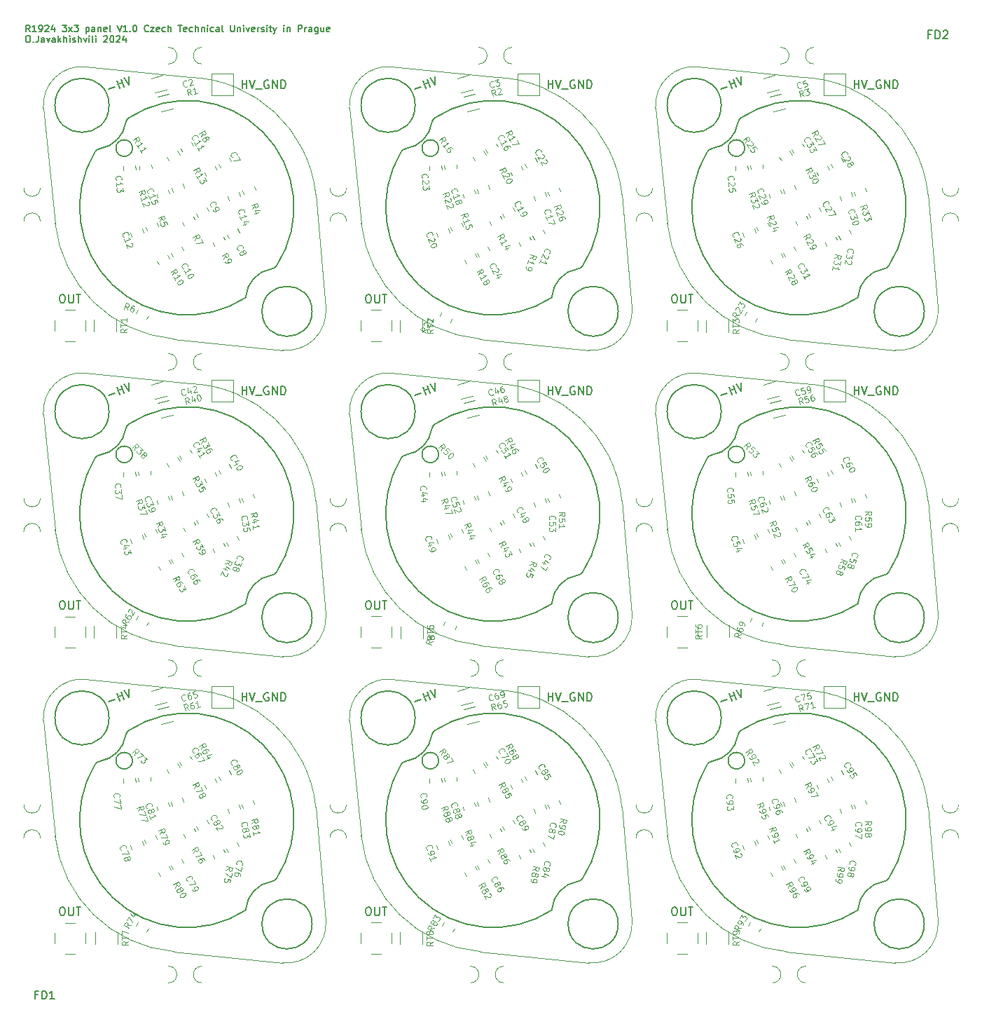
<source format=gbr>
%TF.GenerationSoftware,KiCad,Pcbnew,7.0.9*%
%TF.CreationDate,2024-10-30T14:50:37+01:00*%
%TF.ProjectId,panel,70616e65-6c2e-46b6-9963-61645f706362,rev?*%
%TF.SameCoordinates,Original*%
%TF.FileFunction,Legend,Top*%
%TF.FilePolarity,Positive*%
%FSLAX46Y46*%
G04 Gerber Fmt 4.6, Leading zero omitted, Abs format (unit mm)*
G04 Created by KiCad (PCBNEW 7.0.9) date 2024-10-30 14:50:37*
%MOMM*%
%LPD*%
G01*
G04 APERTURE LIST*
%ADD10C,0.150000*%
%ADD11C,0.080000*%
%ADD12C,0.100000*%
%ADD13C,0.120000*%
%ADD14C,0.200000*%
G04 APERTURE END LIST*
D10*
X103746078Y-26606295D02*
X103479411Y-26225342D01*
X103288935Y-26606295D02*
X103288935Y-25806295D01*
X103288935Y-25806295D02*
X103593697Y-25806295D01*
X103593697Y-25806295D02*
X103669887Y-25844390D01*
X103669887Y-25844390D02*
X103707982Y-25882485D01*
X103707982Y-25882485D02*
X103746078Y-25958676D01*
X103746078Y-25958676D02*
X103746078Y-26072961D01*
X103746078Y-26072961D02*
X103707982Y-26149152D01*
X103707982Y-26149152D02*
X103669887Y-26187247D01*
X103669887Y-26187247D02*
X103593697Y-26225342D01*
X103593697Y-26225342D02*
X103288935Y-26225342D01*
X104507982Y-26606295D02*
X104050839Y-26606295D01*
X104279411Y-26606295D02*
X104279411Y-25806295D01*
X104279411Y-25806295D02*
X104203220Y-25920580D01*
X104203220Y-25920580D02*
X104127030Y-25996771D01*
X104127030Y-25996771D02*
X104050839Y-26034866D01*
X104888935Y-26606295D02*
X105041316Y-26606295D01*
X105041316Y-26606295D02*
X105117506Y-26568200D01*
X105117506Y-26568200D02*
X105155602Y-26530104D01*
X105155602Y-26530104D02*
X105231792Y-26415819D01*
X105231792Y-26415819D02*
X105269887Y-26263438D01*
X105269887Y-26263438D02*
X105269887Y-25958676D01*
X105269887Y-25958676D02*
X105231792Y-25882485D01*
X105231792Y-25882485D02*
X105193697Y-25844390D01*
X105193697Y-25844390D02*
X105117506Y-25806295D01*
X105117506Y-25806295D02*
X104965125Y-25806295D01*
X104965125Y-25806295D02*
X104888935Y-25844390D01*
X104888935Y-25844390D02*
X104850840Y-25882485D01*
X104850840Y-25882485D02*
X104812744Y-25958676D01*
X104812744Y-25958676D02*
X104812744Y-26149152D01*
X104812744Y-26149152D02*
X104850840Y-26225342D01*
X104850840Y-26225342D02*
X104888935Y-26263438D01*
X104888935Y-26263438D02*
X104965125Y-26301533D01*
X104965125Y-26301533D02*
X105117506Y-26301533D01*
X105117506Y-26301533D02*
X105193697Y-26263438D01*
X105193697Y-26263438D02*
X105231792Y-26225342D01*
X105231792Y-26225342D02*
X105269887Y-26149152D01*
X105574649Y-25882485D02*
X105612745Y-25844390D01*
X105612745Y-25844390D02*
X105688935Y-25806295D01*
X105688935Y-25806295D02*
X105879411Y-25806295D01*
X105879411Y-25806295D02*
X105955602Y-25844390D01*
X105955602Y-25844390D02*
X105993697Y-25882485D01*
X105993697Y-25882485D02*
X106031792Y-25958676D01*
X106031792Y-25958676D02*
X106031792Y-26034866D01*
X106031792Y-26034866D02*
X105993697Y-26149152D01*
X105993697Y-26149152D02*
X105536554Y-26606295D01*
X105536554Y-26606295D02*
X106031792Y-26606295D01*
X106717507Y-26072961D02*
X106717507Y-26606295D01*
X106527031Y-25768200D02*
X106336554Y-26339628D01*
X106336554Y-26339628D02*
X106831793Y-26339628D01*
X107669888Y-25806295D02*
X108165126Y-25806295D01*
X108165126Y-25806295D02*
X107898460Y-26111057D01*
X107898460Y-26111057D02*
X108012745Y-26111057D01*
X108012745Y-26111057D02*
X108088936Y-26149152D01*
X108088936Y-26149152D02*
X108127031Y-26187247D01*
X108127031Y-26187247D02*
X108165126Y-26263438D01*
X108165126Y-26263438D02*
X108165126Y-26453914D01*
X108165126Y-26453914D02*
X108127031Y-26530104D01*
X108127031Y-26530104D02*
X108088936Y-26568200D01*
X108088936Y-26568200D02*
X108012745Y-26606295D01*
X108012745Y-26606295D02*
X107784174Y-26606295D01*
X107784174Y-26606295D02*
X107707983Y-26568200D01*
X107707983Y-26568200D02*
X107669888Y-26530104D01*
X108431793Y-26606295D02*
X108850841Y-26072961D01*
X108431793Y-26072961D02*
X108850841Y-26606295D01*
X109079412Y-25806295D02*
X109574650Y-25806295D01*
X109574650Y-25806295D02*
X109307984Y-26111057D01*
X109307984Y-26111057D02*
X109422269Y-26111057D01*
X109422269Y-26111057D02*
X109498460Y-26149152D01*
X109498460Y-26149152D02*
X109536555Y-26187247D01*
X109536555Y-26187247D02*
X109574650Y-26263438D01*
X109574650Y-26263438D02*
X109574650Y-26453914D01*
X109574650Y-26453914D02*
X109536555Y-26530104D01*
X109536555Y-26530104D02*
X109498460Y-26568200D01*
X109498460Y-26568200D02*
X109422269Y-26606295D01*
X109422269Y-26606295D02*
X109193698Y-26606295D01*
X109193698Y-26606295D02*
X109117507Y-26568200D01*
X109117507Y-26568200D02*
X109079412Y-26530104D01*
X110527032Y-26072961D02*
X110527032Y-26872961D01*
X110527032Y-26111057D02*
X110603222Y-26072961D01*
X110603222Y-26072961D02*
X110755603Y-26072961D01*
X110755603Y-26072961D02*
X110831794Y-26111057D01*
X110831794Y-26111057D02*
X110869889Y-26149152D01*
X110869889Y-26149152D02*
X110907984Y-26225342D01*
X110907984Y-26225342D02*
X110907984Y-26453914D01*
X110907984Y-26453914D02*
X110869889Y-26530104D01*
X110869889Y-26530104D02*
X110831794Y-26568200D01*
X110831794Y-26568200D02*
X110755603Y-26606295D01*
X110755603Y-26606295D02*
X110603222Y-26606295D01*
X110603222Y-26606295D02*
X110527032Y-26568200D01*
X111593699Y-26606295D02*
X111593699Y-26187247D01*
X111593699Y-26187247D02*
X111555604Y-26111057D01*
X111555604Y-26111057D02*
X111479413Y-26072961D01*
X111479413Y-26072961D02*
X111327032Y-26072961D01*
X111327032Y-26072961D02*
X111250842Y-26111057D01*
X111593699Y-26568200D02*
X111517508Y-26606295D01*
X111517508Y-26606295D02*
X111327032Y-26606295D01*
X111327032Y-26606295D02*
X111250842Y-26568200D01*
X111250842Y-26568200D02*
X111212746Y-26492009D01*
X111212746Y-26492009D02*
X111212746Y-26415819D01*
X111212746Y-26415819D02*
X111250842Y-26339628D01*
X111250842Y-26339628D02*
X111327032Y-26301533D01*
X111327032Y-26301533D02*
X111517508Y-26301533D01*
X111517508Y-26301533D02*
X111593699Y-26263438D01*
X111974652Y-26072961D02*
X111974652Y-26606295D01*
X111974652Y-26149152D02*
X112012747Y-26111057D01*
X112012747Y-26111057D02*
X112088937Y-26072961D01*
X112088937Y-26072961D02*
X112203223Y-26072961D01*
X112203223Y-26072961D02*
X112279414Y-26111057D01*
X112279414Y-26111057D02*
X112317509Y-26187247D01*
X112317509Y-26187247D02*
X112317509Y-26606295D01*
X113003224Y-26568200D02*
X112927033Y-26606295D01*
X112927033Y-26606295D02*
X112774652Y-26606295D01*
X112774652Y-26606295D02*
X112698462Y-26568200D01*
X112698462Y-26568200D02*
X112660366Y-26492009D01*
X112660366Y-26492009D02*
X112660366Y-26187247D01*
X112660366Y-26187247D02*
X112698462Y-26111057D01*
X112698462Y-26111057D02*
X112774652Y-26072961D01*
X112774652Y-26072961D02*
X112927033Y-26072961D01*
X112927033Y-26072961D02*
X113003224Y-26111057D01*
X113003224Y-26111057D02*
X113041319Y-26187247D01*
X113041319Y-26187247D02*
X113041319Y-26263438D01*
X113041319Y-26263438D02*
X112660366Y-26339628D01*
X113498461Y-26606295D02*
X113422271Y-26568200D01*
X113422271Y-26568200D02*
X113384176Y-26492009D01*
X113384176Y-26492009D02*
X113384176Y-25806295D01*
X114298462Y-25806295D02*
X114565129Y-26606295D01*
X114565129Y-26606295D02*
X114831795Y-25806295D01*
X115517509Y-26606295D02*
X115060366Y-26606295D01*
X115288938Y-26606295D02*
X115288938Y-25806295D01*
X115288938Y-25806295D02*
X115212747Y-25920580D01*
X115212747Y-25920580D02*
X115136557Y-25996771D01*
X115136557Y-25996771D02*
X115060366Y-26034866D01*
X115860367Y-26530104D02*
X115898462Y-26568200D01*
X115898462Y-26568200D02*
X115860367Y-26606295D01*
X115860367Y-26606295D02*
X115822271Y-26568200D01*
X115822271Y-26568200D02*
X115860367Y-26530104D01*
X115860367Y-26530104D02*
X115860367Y-26606295D01*
X116393700Y-25806295D02*
X116469890Y-25806295D01*
X116469890Y-25806295D02*
X116546081Y-25844390D01*
X116546081Y-25844390D02*
X116584176Y-25882485D01*
X116584176Y-25882485D02*
X116622271Y-25958676D01*
X116622271Y-25958676D02*
X116660366Y-26111057D01*
X116660366Y-26111057D02*
X116660366Y-26301533D01*
X116660366Y-26301533D02*
X116622271Y-26453914D01*
X116622271Y-26453914D02*
X116584176Y-26530104D01*
X116584176Y-26530104D02*
X116546081Y-26568200D01*
X116546081Y-26568200D02*
X116469890Y-26606295D01*
X116469890Y-26606295D02*
X116393700Y-26606295D01*
X116393700Y-26606295D02*
X116317509Y-26568200D01*
X116317509Y-26568200D02*
X116279414Y-26530104D01*
X116279414Y-26530104D02*
X116241319Y-26453914D01*
X116241319Y-26453914D02*
X116203223Y-26301533D01*
X116203223Y-26301533D02*
X116203223Y-26111057D01*
X116203223Y-26111057D02*
X116241319Y-25958676D01*
X116241319Y-25958676D02*
X116279414Y-25882485D01*
X116279414Y-25882485D02*
X116317509Y-25844390D01*
X116317509Y-25844390D02*
X116393700Y-25806295D01*
X118069891Y-26530104D02*
X118031795Y-26568200D01*
X118031795Y-26568200D02*
X117917510Y-26606295D01*
X117917510Y-26606295D02*
X117841319Y-26606295D01*
X117841319Y-26606295D02*
X117727033Y-26568200D01*
X117727033Y-26568200D02*
X117650843Y-26492009D01*
X117650843Y-26492009D02*
X117612748Y-26415819D01*
X117612748Y-26415819D02*
X117574652Y-26263438D01*
X117574652Y-26263438D02*
X117574652Y-26149152D01*
X117574652Y-26149152D02*
X117612748Y-25996771D01*
X117612748Y-25996771D02*
X117650843Y-25920580D01*
X117650843Y-25920580D02*
X117727033Y-25844390D01*
X117727033Y-25844390D02*
X117841319Y-25806295D01*
X117841319Y-25806295D02*
X117917510Y-25806295D01*
X117917510Y-25806295D02*
X118031795Y-25844390D01*
X118031795Y-25844390D02*
X118069891Y-25882485D01*
X118336557Y-26072961D02*
X118755605Y-26072961D01*
X118755605Y-26072961D02*
X118336557Y-26606295D01*
X118336557Y-26606295D02*
X118755605Y-26606295D01*
X119365129Y-26568200D02*
X119288938Y-26606295D01*
X119288938Y-26606295D02*
X119136557Y-26606295D01*
X119136557Y-26606295D02*
X119060367Y-26568200D01*
X119060367Y-26568200D02*
X119022271Y-26492009D01*
X119022271Y-26492009D02*
X119022271Y-26187247D01*
X119022271Y-26187247D02*
X119060367Y-26111057D01*
X119060367Y-26111057D02*
X119136557Y-26072961D01*
X119136557Y-26072961D02*
X119288938Y-26072961D01*
X119288938Y-26072961D02*
X119365129Y-26111057D01*
X119365129Y-26111057D02*
X119403224Y-26187247D01*
X119403224Y-26187247D02*
X119403224Y-26263438D01*
X119403224Y-26263438D02*
X119022271Y-26339628D01*
X120088938Y-26568200D02*
X120012747Y-26606295D01*
X120012747Y-26606295D02*
X119860366Y-26606295D01*
X119860366Y-26606295D02*
X119784176Y-26568200D01*
X119784176Y-26568200D02*
X119746081Y-26530104D01*
X119746081Y-26530104D02*
X119707985Y-26453914D01*
X119707985Y-26453914D02*
X119707985Y-26225342D01*
X119707985Y-26225342D02*
X119746081Y-26149152D01*
X119746081Y-26149152D02*
X119784176Y-26111057D01*
X119784176Y-26111057D02*
X119860366Y-26072961D01*
X119860366Y-26072961D02*
X120012747Y-26072961D01*
X120012747Y-26072961D02*
X120088938Y-26111057D01*
X120431795Y-26606295D02*
X120431795Y-25806295D01*
X120774652Y-26606295D02*
X120774652Y-26187247D01*
X120774652Y-26187247D02*
X120736557Y-26111057D01*
X120736557Y-26111057D02*
X120660366Y-26072961D01*
X120660366Y-26072961D02*
X120546080Y-26072961D01*
X120546080Y-26072961D02*
X120469890Y-26111057D01*
X120469890Y-26111057D02*
X120431795Y-26149152D01*
X121650843Y-25806295D02*
X122107986Y-25806295D01*
X121879414Y-26606295D02*
X121879414Y-25806295D01*
X122679415Y-26568200D02*
X122603224Y-26606295D01*
X122603224Y-26606295D02*
X122450843Y-26606295D01*
X122450843Y-26606295D02*
X122374653Y-26568200D01*
X122374653Y-26568200D02*
X122336557Y-26492009D01*
X122336557Y-26492009D02*
X122336557Y-26187247D01*
X122336557Y-26187247D02*
X122374653Y-26111057D01*
X122374653Y-26111057D02*
X122450843Y-26072961D01*
X122450843Y-26072961D02*
X122603224Y-26072961D01*
X122603224Y-26072961D02*
X122679415Y-26111057D01*
X122679415Y-26111057D02*
X122717510Y-26187247D01*
X122717510Y-26187247D02*
X122717510Y-26263438D01*
X122717510Y-26263438D02*
X122336557Y-26339628D01*
X123403224Y-26568200D02*
X123327033Y-26606295D01*
X123327033Y-26606295D02*
X123174652Y-26606295D01*
X123174652Y-26606295D02*
X123098462Y-26568200D01*
X123098462Y-26568200D02*
X123060367Y-26530104D01*
X123060367Y-26530104D02*
X123022271Y-26453914D01*
X123022271Y-26453914D02*
X123022271Y-26225342D01*
X123022271Y-26225342D02*
X123060367Y-26149152D01*
X123060367Y-26149152D02*
X123098462Y-26111057D01*
X123098462Y-26111057D02*
X123174652Y-26072961D01*
X123174652Y-26072961D02*
X123327033Y-26072961D01*
X123327033Y-26072961D02*
X123403224Y-26111057D01*
X123746081Y-26606295D02*
X123746081Y-25806295D01*
X124088938Y-26606295D02*
X124088938Y-26187247D01*
X124088938Y-26187247D02*
X124050843Y-26111057D01*
X124050843Y-26111057D02*
X123974652Y-26072961D01*
X123974652Y-26072961D02*
X123860366Y-26072961D01*
X123860366Y-26072961D02*
X123784176Y-26111057D01*
X123784176Y-26111057D02*
X123746081Y-26149152D01*
X124469891Y-26072961D02*
X124469891Y-26606295D01*
X124469891Y-26149152D02*
X124507986Y-26111057D01*
X124507986Y-26111057D02*
X124584176Y-26072961D01*
X124584176Y-26072961D02*
X124698462Y-26072961D01*
X124698462Y-26072961D02*
X124774653Y-26111057D01*
X124774653Y-26111057D02*
X124812748Y-26187247D01*
X124812748Y-26187247D02*
X124812748Y-26606295D01*
X125193701Y-26606295D02*
X125193701Y-26072961D01*
X125193701Y-25806295D02*
X125155605Y-25844390D01*
X125155605Y-25844390D02*
X125193701Y-25882485D01*
X125193701Y-25882485D02*
X125231796Y-25844390D01*
X125231796Y-25844390D02*
X125193701Y-25806295D01*
X125193701Y-25806295D02*
X125193701Y-25882485D01*
X125917510Y-26568200D02*
X125841319Y-26606295D01*
X125841319Y-26606295D02*
X125688938Y-26606295D01*
X125688938Y-26606295D02*
X125612748Y-26568200D01*
X125612748Y-26568200D02*
X125574653Y-26530104D01*
X125574653Y-26530104D02*
X125536557Y-26453914D01*
X125536557Y-26453914D02*
X125536557Y-26225342D01*
X125536557Y-26225342D02*
X125574653Y-26149152D01*
X125574653Y-26149152D02*
X125612748Y-26111057D01*
X125612748Y-26111057D02*
X125688938Y-26072961D01*
X125688938Y-26072961D02*
X125841319Y-26072961D01*
X125841319Y-26072961D02*
X125917510Y-26111057D01*
X126603224Y-26606295D02*
X126603224Y-26187247D01*
X126603224Y-26187247D02*
X126565129Y-26111057D01*
X126565129Y-26111057D02*
X126488938Y-26072961D01*
X126488938Y-26072961D02*
X126336557Y-26072961D01*
X126336557Y-26072961D02*
X126260367Y-26111057D01*
X126603224Y-26568200D02*
X126527033Y-26606295D01*
X126527033Y-26606295D02*
X126336557Y-26606295D01*
X126336557Y-26606295D02*
X126260367Y-26568200D01*
X126260367Y-26568200D02*
X126222271Y-26492009D01*
X126222271Y-26492009D02*
X126222271Y-26415819D01*
X126222271Y-26415819D02*
X126260367Y-26339628D01*
X126260367Y-26339628D02*
X126336557Y-26301533D01*
X126336557Y-26301533D02*
X126527033Y-26301533D01*
X126527033Y-26301533D02*
X126603224Y-26263438D01*
X127098462Y-26606295D02*
X127022272Y-26568200D01*
X127022272Y-26568200D02*
X126984177Y-26492009D01*
X126984177Y-26492009D02*
X126984177Y-25806295D01*
X128012749Y-25806295D02*
X128012749Y-26453914D01*
X128012749Y-26453914D02*
X128050844Y-26530104D01*
X128050844Y-26530104D02*
X128088939Y-26568200D01*
X128088939Y-26568200D02*
X128165130Y-26606295D01*
X128165130Y-26606295D02*
X128317511Y-26606295D01*
X128317511Y-26606295D02*
X128393701Y-26568200D01*
X128393701Y-26568200D02*
X128431796Y-26530104D01*
X128431796Y-26530104D02*
X128469892Y-26453914D01*
X128469892Y-26453914D02*
X128469892Y-25806295D01*
X128850844Y-26072961D02*
X128850844Y-26606295D01*
X128850844Y-26149152D02*
X128888939Y-26111057D01*
X128888939Y-26111057D02*
X128965129Y-26072961D01*
X128965129Y-26072961D02*
X129079415Y-26072961D01*
X129079415Y-26072961D02*
X129155606Y-26111057D01*
X129155606Y-26111057D02*
X129193701Y-26187247D01*
X129193701Y-26187247D02*
X129193701Y-26606295D01*
X129574654Y-26606295D02*
X129574654Y-26072961D01*
X129574654Y-25806295D02*
X129536558Y-25844390D01*
X129536558Y-25844390D02*
X129574654Y-25882485D01*
X129574654Y-25882485D02*
X129612749Y-25844390D01*
X129612749Y-25844390D02*
X129574654Y-25806295D01*
X129574654Y-25806295D02*
X129574654Y-25882485D01*
X129879415Y-26072961D02*
X130069891Y-26606295D01*
X130069891Y-26606295D02*
X130260368Y-26072961D01*
X130869892Y-26568200D02*
X130793701Y-26606295D01*
X130793701Y-26606295D02*
X130641320Y-26606295D01*
X130641320Y-26606295D02*
X130565130Y-26568200D01*
X130565130Y-26568200D02*
X130527034Y-26492009D01*
X130527034Y-26492009D02*
X130527034Y-26187247D01*
X130527034Y-26187247D02*
X130565130Y-26111057D01*
X130565130Y-26111057D02*
X130641320Y-26072961D01*
X130641320Y-26072961D02*
X130793701Y-26072961D01*
X130793701Y-26072961D02*
X130869892Y-26111057D01*
X130869892Y-26111057D02*
X130907987Y-26187247D01*
X130907987Y-26187247D02*
X130907987Y-26263438D01*
X130907987Y-26263438D02*
X130527034Y-26339628D01*
X131250844Y-26606295D02*
X131250844Y-26072961D01*
X131250844Y-26225342D02*
X131288939Y-26149152D01*
X131288939Y-26149152D02*
X131327034Y-26111057D01*
X131327034Y-26111057D02*
X131403225Y-26072961D01*
X131403225Y-26072961D02*
X131479415Y-26072961D01*
X131707986Y-26568200D02*
X131784177Y-26606295D01*
X131784177Y-26606295D02*
X131936558Y-26606295D01*
X131936558Y-26606295D02*
X132012748Y-26568200D01*
X132012748Y-26568200D02*
X132050844Y-26492009D01*
X132050844Y-26492009D02*
X132050844Y-26453914D01*
X132050844Y-26453914D02*
X132012748Y-26377723D01*
X132012748Y-26377723D02*
X131936558Y-26339628D01*
X131936558Y-26339628D02*
X131822272Y-26339628D01*
X131822272Y-26339628D02*
X131746082Y-26301533D01*
X131746082Y-26301533D02*
X131707986Y-26225342D01*
X131707986Y-26225342D02*
X131707986Y-26187247D01*
X131707986Y-26187247D02*
X131746082Y-26111057D01*
X131746082Y-26111057D02*
X131822272Y-26072961D01*
X131822272Y-26072961D02*
X131936558Y-26072961D01*
X131936558Y-26072961D02*
X132012748Y-26111057D01*
X132393701Y-26606295D02*
X132393701Y-26072961D01*
X132393701Y-25806295D02*
X132355605Y-25844390D01*
X132355605Y-25844390D02*
X132393701Y-25882485D01*
X132393701Y-25882485D02*
X132431796Y-25844390D01*
X132431796Y-25844390D02*
X132393701Y-25806295D01*
X132393701Y-25806295D02*
X132393701Y-25882485D01*
X132660367Y-26072961D02*
X132965129Y-26072961D01*
X132774653Y-25806295D02*
X132774653Y-26492009D01*
X132774653Y-26492009D02*
X132812748Y-26568200D01*
X132812748Y-26568200D02*
X132888938Y-26606295D01*
X132888938Y-26606295D02*
X132965129Y-26606295D01*
X133155605Y-26072961D02*
X133346081Y-26606295D01*
X133536558Y-26072961D02*
X133346081Y-26606295D01*
X133346081Y-26606295D02*
X133269891Y-26796771D01*
X133269891Y-26796771D02*
X133231796Y-26834866D01*
X133231796Y-26834866D02*
X133155605Y-26872961D01*
X134450844Y-26606295D02*
X134450844Y-26072961D01*
X134450844Y-25806295D02*
X134412748Y-25844390D01*
X134412748Y-25844390D02*
X134450844Y-25882485D01*
X134450844Y-25882485D02*
X134488939Y-25844390D01*
X134488939Y-25844390D02*
X134450844Y-25806295D01*
X134450844Y-25806295D02*
X134450844Y-25882485D01*
X134831796Y-26072961D02*
X134831796Y-26606295D01*
X134831796Y-26149152D02*
X134869891Y-26111057D01*
X134869891Y-26111057D02*
X134946081Y-26072961D01*
X134946081Y-26072961D02*
X135060367Y-26072961D01*
X135060367Y-26072961D02*
X135136558Y-26111057D01*
X135136558Y-26111057D02*
X135174653Y-26187247D01*
X135174653Y-26187247D02*
X135174653Y-26606295D01*
X136165130Y-26606295D02*
X136165130Y-25806295D01*
X136165130Y-25806295D02*
X136469892Y-25806295D01*
X136469892Y-25806295D02*
X136546082Y-25844390D01*
X136546082Y-25844390D02*
X136584177Y-25882485D01*
X136584177Y-25882485D02*
X136622273Y-25958676D01*
X136622273Y-25958676D02*
X136622273Y-26072961D01*
X136622273Y-26072961D02*
X136584177Y-26149152D01*
X136584177Y-26149152D02*
X136546082Y-26187247D01*
X136546082Y-26187247D02*
X136469892Y-26225342D01*
X136469892Y-26225342D02*
X136165130Y-26225342D01*
X136965130Y-26606295D02*
X136965130Y-26072961D01*
X136965130Y-26225342D02*
X137003225Y-26149152D01*
X137003225Y-26149152D02*
X137041320Y-26111057D01*
X137041320Y-26111057D02*
X137117511Y-26072961D01*
X137117511Y-26072961D02*
X137193701Y-26072961D01*
X137803225Y-26606295D02*
X137803225Y-26187247D01*
X137803225Y-26187247D02*
X137765130Y-26111057D01*
X137765130Y-26111057D02*
X137688939Y-26072961D01*
X137688939Y-26072961D02*
X137536558Y-26072961D01*
X137536558Y-26072961D02*
X137460368Y-26111057D01*
X137803225Y-26568200D02*
X137727034Y-26606295D01*
X137727034Y-26606295D02*
X137536558Y-26606295D01*
X137536558Y-26606295D02*
X137460368Y-26568200D01*
X137460368Y-26568200D02*
X137422272Y-26492009D01*
X137422272Y-26492009D02*
X137422272Y-26415819D01*
X137422272Y-26415819D02*
X137460368Y-26339628D01*
X137460368Y-26339628D02*
X137536558Y-26301533D01*
X137536558Y-26301533D02*
X137727034Y-26301533D01*
X137727034Y-26301533D02*
X137803225Y-26263438D01*
X138527035Y-26072961D02*
X138527035Y-26720580D01*
X138527035Y-26720580D02*
X138488940Y-26796771D01*
X138488940Y-26796771D02*
X138450844Y-26834866D01*
X138450844Y-26834866D02*
X138374654Y-26872961D01*
X138374654Y-26872961D02*
X138260368Y-26872961D01*
X138260368Y-26872961D02*
X138184178Y-26834866D01*
X138527035Y-26568200D02*
X138450844Y-26606295D01*
X138450844Y-26606295D02*
X138298463Y-26606295D01*
X138298463Y-26606295D02*
X138222273Y-26568200D01*
X138222273Y-26568200D02*
X138184178Y-26530104D01*
X138184178Y-26530104D02*
X138146082Y-26453914D01*
X138146082Y-26453914D02*
X138146082Y-26225342D01*
X138146082Y-26225342D02*
X138184178Y-26149152D01*
X138184178Y-26149152D02*
X138222273Y-26111057D01*
X138222273Y-26111057D02*
X138298463Y-26072961D01*
X138298463Y-26072961D02*
X138450844Y-26072961D01*
X138450844Y-26072961D02*
X138527035Y-26111057D01*
X139250845Y-26072961D02*
X139250845Y-26606295D01*
X138907988Y-26072961D02*
X138907988Y-26492009D01*
X138907988Y-26492009D02*
X138946083Y-26568200D01*
X138946083Y-26568200D02*
X139022273Y-26606295D01*
X139022273Y-26606295D02*
X139136559Y-26606295D01*
X139136559Y-26606295D02*
X139212750Y-26568200D01*
X139212750Y-26568200D02*
X139250845Y-26530104D01*
X139936560Y-26568200D02*
X139860369Y-26606295D01*
X139860369Y-26606295D02*
X139707988Y-26606295D01*
X139707988Y-26606295D02*
X139631798Y-26568200D01*
X139631798Y-26568200D02*
X139593702Y-26492009D01*
X139593702Y-26492009D02*
X139593702Y-26187247D01*
X139593702Y-26187247D02*
X139631798Y-26111057D01*
X139631798Y-26111057D02*
X139707988Y-26072961D01*
X139707988Y-26072961D02*
X139860369Y-26072961D01*
X139860369Y-26072961D02*
X139936560Y-26111057D01*
X139936560Y-26111057D02*
X139974655Y-26187247D01*
X139974655Y-26187247D02*
X139974655Y-26263438D01*
X139974655Y-26263438D02*
X139593702Y-26339628D01*
X103441316Y-27094295D02*
X103593697Y-27094295D01*
X103593697Y-27094295D02*
X103669887Y-27132390D01*
X103669887Y-27132390D02*
X103746078Y-27208580D01*
X103746078Y-27208580D02*
X103784173Y-27360961D01*
X103784173Y-27360961D02*
X103784173Y-27627628D01*
X103784173Y-27627628D02*
X103746078Y-27780009D01*
X103746078Y-27780009D02*
X103669887Y-27856200D01*
X103669887Y-27856200D02*
X103593697Y-27894295D01*
X103593697Y-27894295D02*
X103441316Y-27894295D01*
X103441316Y-27894295D02*
X103365125Y-27856200D01*
X103365125Y-27856200D02*
X103288935Y-27780009D01*
X103288935Y-27780009D02*
X103250839Y-27627628D01*
X103250839Y-27627628D02*
X103250839Y-27360961D01*
X103250839Y-27360961D02*
X103288935Y-27208580D01*
X103288935Y-27208580D02*
X103365125Y-27132390D01*
X103365125Y-27132390D02*
X103441316Y-27094295D01*
X104127030Y-27818104D02*
X104165125Y-27856200D01*
X104165125Y-27856200D02*
X104127030Y-27894295D01*
X104127030Y-27894295D02*
X104088934Y-27856200D01*
X104088934Y-27856200D02*
X104127030Y-27818104D01*
X104127030Y-27818104D02*
X104127030Y-27894295D01*
X104736553Y-27094295D02*
X104736553Y-27665723D01*
X104736553Y-27665723D02*
X104698458Y-27780009D01*
X104698458Y-27780009D02*
X104622267Y-27856200D01*
X104622267Y-27856200D02*
X104507982Y-27894295D01*
X104507982Y-27894295D02*
X104431791Y-27894295D01*
X105460363Y-27894295D02*
X105460363Y-27475247D01*
X105460363Y-27475247D02*
X105422268Y-27399057D01*
X105422268Y-27399057D02*
X105346077Y-27360961D01*
X105346077Y-27360961D02*
X105193696Y-27360961D01*
X105193696Y-27360961D02*
X105117506Y-27399057D01*
X105460363Y-27856200D02*
X105384172Y-27894295D01*
X105384172Y-27894295D02*
X105193696Y-27894295D01*
X105193696Y-27894295D02*
X105117506Y-27856200D01*
X105117506Y-27856200D02*
X105079410Y-27780009D01*
X105079410Y-27780009D02*
X105079410Y-27703819D01*
X105079410Y-27703819D02*
X105117506Y-27627628D01*
X105117506Y-27627628D02*
X105193696Y-27589533D01*
X105193696Y-27589533D02*
X105384172Y-27589533D01*
X105384172Y-27589533D02*
X105460363Y-27551438D01*
X105765125Y-27360961D02*
X105955601Y-27894295D01*
X105955601Y-27894295D02*
X106146078Y-27360961D01*
X106793697Y-27894295D02*
X106793697Y-27475247D01*
X106793697Y-27475247D02*
X106755602Y-27399057D01*
X106755602Y-27399057D02*
X106679411Y-27360961D01*
X106679411Y-27360961D02*
X106527030Y-27360961D01*
X106527030Y-27360961D02*
X106450840Y-27399057D01*
X106793697Y-27856200D02*
X106717506Y-27894295D01*
X106717506Y-27894295D02*
X106527030Y-27894295D01*
X106527030Y-27894295D02*
X106450840Y-27856200D01*
X106450840Y-27856200D02*
X106412744Y-27780009D01*
X106412744Y-27780009D02*
X106412744Y-27703819D01*
X106412744Y-27703819D02*
X106450840Y-27627628D01*
X106450840Y-27627628D02*
X106527030Y-27589533D01*
X106527030Y-27589533D02*
X106717506Y-27589533D01*
X106717506Y-27589533D02*
X106793697Y-27551438D01*
X107174650Y-27894295D02*
X107174650Y-27094295D01*
X107250840Y-27589533D02*
X107479412Y-27894295D01*
X107479412Y-27360961D02*
X107174650Y-27665723D01*
X107822269Y-27894295D02*
X107822269Y-27094295D01*
X108165126Y-27894295D02*
X108165126Y-27475247D01*
X108165126Y-27475247D02*
X108127031Y-27399057D01*
X108127031Y-27399057D02*
X108050840Y-27360961D01*
X108050840Y-27360961D02*
X107936554Y-27360961D01*
X107936554Y-27360961D02*
X107860364Y-27399057D01*
X107860364Y-27399057D02*
X107822269Y-27437152D01*
X108546079Y-27894295D02*
X108546079Y-27360961D01*
X108546079Y-27094295D02*
X108507983Y-27132390D01*
X108507983Y-27132390D02*
X108546079Y-27170485D01*
X108546079Y-27170485D02*
X108584174Y-27132390D01*
X108584174Y-27132390D02*
X108546079Y-27094295D01*
X108546079Y-27094295D02*
X108546079Y-27170485D01*
X108888935Y-27856200D02*
X108965126Y-27894295D01*
X108965126Y-27894295D02*
X109117507Y-27894295D01*
X109117507Y-27894295D02*
X109193697Y-27856200D01*
X109193697Y-27856200D02*
X109231793Y-27780009D01*
X109231793Y-27780009D02*
X109231793Y-27741914D01*
X109231793Y-27741914D02*
X109193697Y-27665723D01*
X109193697Y-27665723D02*
X109117507Y-27627628D01*
X109117507Y-27627628D02*
X109003221Y-27627628D01*
X109003221Y-27627628D02*
X108927031Y-27589533D01*
X108927031Y-27589533D02*
X108888935Y-27513342D01*
X108888935Y-27513342D02*
X108888935Y-27475247D01*
X108888935Y-27475247D02*
X108927031Y-27399057D01*
X108927031Y-27399057D02*
X109003221Y-27360961D01*
X109003221Y-27360961D02*
X109117507Y-27360961D01*
X109117507Y-27360961D02*
X109193697Y-27399057D01*
X109574650Y-27894295D02*
X109574650Y-27094295D01*
X109917507Y-27894295D02*
X109917507Y-27475247D01*
X109917507Y-27475247D02*
X109879412Y-27399057D01*
X109879412Y-27399057D02*
X109803221Y-27360961D01*
X109803221Y-27360961D02*
X109688935Y-27360961D01*
X109688935Y-27360961D02*
X109612745Y-27399057D01*
X109612745Y-27399057D02*
X109574650Y-27437152D01*
X110222269Y-27360961D02*
X110412745Y-27894295D01*
X110412745Y-27894295D02*
X110603222Y-27360961D01*
X110907984Y-27894295D02*
X110907984Y-27360961D01*
X110907984Y-27094295D02*
X110869888Y-27132390D01*
X110869888Y-27132390D02*
X110907984Y-27170485D01*
X110907984Y-27170485D02*
X110946079Y-27132390D01*
X110946079Y-27132390D02*
X110907984Y-27094295D01*
X110907984Y-27094295D02*
X110907984Y-27170485D01*
X111403221Y-27894295D02*
X111327031Y-27856200D01*
X111327031Y-27856200D02*
X111288936Y-27780009D01*
X111288936Y-27780009D02*
X111288936Y-27094295D01*
X111707984Y-27894295D02*
X111707984Y-27360961D01*
X111707984Y-27094295D02*
X111669888Y-27132390D01*
X111669888Y-27132390D02*
X111707984Y-27170485D01*
X111707984Y-27170485D02*
X111746079Y-27132390D01*
X111746079Y-27132390D02*
X111707984Y-27094295D01*
X111707984Y-27094295D02*
X111707984Y-27170485D01*
X112660364Y-27170485D02*
X112698460Y-27132390D01*
X112698460Y-27132390D02*
X112774650Y-27094295D01*
X112774650Y-27094295D02*
X112965126Y-27094295D01*
X112965126Y-27094295D02*
X113041317Y-27132390D01*
X113041317Y-27132390D02*
X113079412Y-27170485D01*
X113079412Y-27170485D02*
X113117507Y-27246676D01*
X113117507Y-27246676D02*
X113117507Y-27322866D01*
X113117507Y-27322866D02*
X113079412Y-27437152D01*
X113079412Y-27437152D02*
X112622269Y-27894295D01*
X112622269Y-27894295D02*
X113117507Y-27894295D01*
X113612746Y-27094295D02*
X113688936Y-27094295D01*
X113688936Y-27094295D02*
X113765127Y-27132390D01*
X113765127Y-27132390D02*
X113803222Y-27170485D01*
X113803222Y-27170485D02*
X113841317Y-27246676D01*
X113841317Y-27246676D02*
X113879412Y-27399057D01*
X113879412Y-27399057D02*
X113879412Y-27589533D01*
X113879412Y-27589533D02*
X113841317Y-27741914D01*
X113841317Y-27741914D02*
X113803222Y-27818104D01*
X113803222Y-27818104D02*
X113765127Y-27856200D01*
X113765127Y-27856200D02*
X113688936Y-27894295D01*
X113688936Y-27894295D02*
X113612746Y-27894295D01*
X113612746Y-27894295D02*
X113536555Y-27856200D01*
X113536555Y-27856200D02*
X113498460Y-27818104D01*
X113498460Y-27818104D02*
X113460365Y-27741914D01*
X113460365Y-27741914D02*
X113422269Y-27589533D01*
X113422269Y-27589533D02*
X113422269Y-27399057D01*
X113422269Y-27399057D02*
X113460365Y-27246676D01*
X113460365Y-27246676D02*
X113498460Y-27170485D01*
X113498460Y-27170485D02*
X113536555Y-27132390D01*
X113536555Y-27132390D02*
X113612746Y-27094295D01*
X114184174Y-27170485D02*
X114222270Y-27132390D01*
X114222270Y-27132390D02*
X114298460Y-27094295D01*
X114298460Y-27094295D02*
X114488936Y-27094295D01*
X114488936Y-27094295D02*
X114565127Y-27132390D01*
X114565127Y-27132390D02*
X114603222Y-27170485D01*
X114603222Y-27170485D02*
X114641317Y-27246676D01*
X114641317Y-27246676D02*
X114641317Y-27322866D01*
X114641317Y-27322866D02*
X114603222Y-27437152D01*
X114603222Y-27437152D02*
X114146079Y-27894295D01*
X114146079Y-27894295D02*
X114641317Y-27894295D01*
X115327032Y-27360961D02*
X115327032Y-27894295D01*
X115136556Y-27056200D02*
X114946079Y-27627628D01*
X114946079Y-27627628D02*
X115441318Y-27627628D01*
X104666441Y-142931009D02*
X104333108Y-142931009D01*
X104333108Y-143454819D02*
X104333108Y-142454819D01*
X104333108Y-142454819D02*
X104809298Y-142454819D01*
X105190251Y-143454819D02*
X105190251Y-142454819D01*
X105190251Y-142454819D02*
X105428346Y-142454819D01*
X105428346Y-142454819D02*
X105571203Y-142502438D01*
X105571203Y-142502438D02*
X105666441Y-142597676D01*
X105666441Y-142597676D02*
X105714060Y-142692914D01*
X105714060Y-142692914D02*
X105761679Y-142883390D01*
X105761679Y-142883390D02*
X105761679Y-143026247D01*
X105761679Y-143026247D02*
X105714060Y-143216723D01*
X105714060Y-143216723D02*
X105666441Y-143311961D01*
X105666441Y-143311961D02*
X105571203Y-143407200D01*
X105571203Y-143407200D02*
X105428346Y-143454819D01*
X105428346Y-143454819D02*
X105190251Y-143454819D01*
X106714060Y-143454819D02*
X106142632Y-143454819D01*
X106428346Y-143454819D02*
X106428346Y-142454819D01*
X106428346Y-142454819D02*
X106333108Y-142597676D01*
X106333108Y-142597676D02*
X106237870Y-142692914D01*
X106237870Y-142692914D02*
X106142632Y-142740533D01*
X212666441Y-26931009D02*
X212333108Y-26931009D01*
X212333108Y-27454819D02*
X212333108Y-26454819D01*
X212333108Y-26454819D02*
X212809298Y-26454819D01*
X213190251Y-27454819D02*
X213190251Y-26454819D01*
X213190251Y-26454819D02*
X213428346Y-26454819D01*
X213428346Y-26454819D02*
X213571203Y-26502438D01*
X213571203Y-26502438D02*
X213666441Y-26597676D01*
X213666441Y-26597676D02*
X213714060Y-26692914D01*
X213714060Y-26692914D02*
X213761679Y-26883390D01*
X213761679Y-26883390D02*
X213761679Y-27026247D01*
X213761679Y-27026247D02*
X213714060Y-27216723D01*
X213714060Y-27216723D02*
X213666441Y-27311961D01*
X213666441Y-27311961D02*
X213571203Y-27407200D01*
X213571203Y-27407200D02*
X213428346Y-27454819D01*
X213428346Y-27454819D02*
X213190251Y-27454819D01*
X214142632Y-26550057D02*
X214190251Y-26502438D01*
X214190251Y-26502438D02*
X214285489Y-26454819D01*
X214285489Y-26454819D02*
X214523584Y-26454819D01*
X214523584Y-26454819D02*
X214618822Y-26502438D01*
X214618822Y-26502438D02*
X214666441Y-26550057D01*
X214666441Y-26550057D02*
X214714060Y-26645295D01*
X214714060Y-26645295D02*
X214714060Y-26740533D01*
X214714060Y-26740533D02*
X214666441Y-26883390D01*
X214666441Y-26883390D02*
X214095013Y-27454819D01*
X214095013Y-27454819D02*
X214714060Y-27454819D01*
X203378927Y-107453019D02*
X203378927Y-106453019D01*
X203378927Y-106929209D02*
X203950355Y-106929209D01*
X203950355Y-107453019D02*
X203950355Y-106453019D01*
X204283689Y-106453019D02*
X204617022Y-107453019D01*
X204617022Y-107453019D02*
X204950355Y-106453019D01*
X205045594Y-107548257D02*
X205807498Y-107548257D01*
X206569403Y-106500638D02*
X206474165Y-106453019D01*
X206474165Y-106453019D02*
X206331308Y-106453019D01*
X206331308Y-106453019D02*
X206188451Y-106500638D01*
X206188451Y-106500638D02*
X206093213Y-106595876D01*
X206093213Y-106595876D02*
X206045594Y-106691114D01*
X206045594Y-106691114D02*
X205997975Y-106881590D01*
X205997975Y-106881590D02*
X205997975Y-107024447D01*
X205997975Y-107024447D02*
X206045594Y-107214923D01*
X206045594Y-107214923D02*
X206093213Y-107310161D01*
X206093213Y-107310161D02*
X206188451Y-107405400D01*
X206188451Y-107405400D02*
X206331308Y-107453019D01*
X206331308Y-107453019D02*
X206426546Y-107453019D01*
X206426546Y-107453019D02*
X206569403Y-107405400D01*
X206569403Y-107405400D02*
X206617022Y-107357780D01*
X206617022Y-107357780D02*
X206617022Y-107024447D01*
X206617022Y-107024447D02*
X206426546Y-107024447D01*
X207045594Y-107453019D02*
X207045594Y-106453019D01*
X207045594Y-106453019D02*
X207617022Y-107453019D01*
X207617022Y-107453019D02*
X207617022Y-106453019D01*
X208093213Y-107453019D02*
X208093213Y-106453019D01*
X208093213Y-106453019D02*
X208331308Y-106453019D01*
X208331308Y-106453019D02*
X208474165Y-106500638D01*
X208474165Y-106500638D02*
X208569403Y-106595876D01*
X208569403Y-106595876D02*
X208617022Y-106691114D01*
X208617022Y-106691114D02*
X208664641Y-106881590D01*
X208664641Y-106881590D02*
X208664641Y-107024447D01*
X208664641Y-107024447D02*
X208617022Y-107214923D01*
X208617022Y-107214923D02*
X208569403Y-107310161D01*
X208569403Y-107310161D02*
X208474165Y-107405400D01*
X208474165Y-107405400D02*
X208331308Y-107453019D01*
X208331308Y-107453019D02*
X208093213Y-107453019D01*
X166378927Y-107453019D02*
X166378927Y-106453019D01*
X166378927Y-106929209D02*
X166950355Y-106929209D01*
X166950355Y-107453019D02*
X166950355Y-106453019D01*
X167283689Y-106453019D02*
X167617022Y-107453019D01*
X167617022Y-107453019D02*
X167950355Y-106453019D01*
X168045594Y-107548257D02*
X168807498Y-107548257D01*
X169569403Y-106500638D02*
X169474165Y-106453019D01*
X169474165Y-106453019D02*
X169331308Y-106453019D01*
X169331308Y-106453019D02*
X169188451Y-106500638D01*
X169188451Y-106500638D02*
X169093213Y-106595876D01*
X169093213Y-106595876D02*
X169045594Y-106691114D01*
X169045594Y-106691114D02*
X168997975Y-106881590D01*
X168997975Y-106881590D02*
X168997975Y-107024447D01*
X168997975Y-107024447D02*
X169045594Y-107214923D01*
X169045594Y-107214923D02*
X169093213Y-107310161D01*
X169093213Y-107310161D02*
X169188451Y-107405400D01*
X169188451Y-107405400D02*
X169331308Y-107453019D01*
X169331308Y-107453019D02*
X169426546Y-107453019D01*
X169426546Y-107453019D02*
X169569403Y-107405400D01*
X169569403Y-107405400D02*
X169617022Y-107357780D01*
X169617022Y-107357780D02*
X169617022Y-107024447D01*
X169617022Y-107024447D02*
X169426546Y-107024447D01*
X170045594Y-107453019D02*
X170045594Y-106453019D01*
X170045594Y-106453019D02*
X170617022Y-107453019D01*
X170617022Y-107453019D02*
X170617022Y-106453019D01*
X171093213Y-107453019D02*
X171093213Y-106453019D01*
X171093213Y-106453019D02*
X171331308Y-106453019D01*
X171331308Y-106453019D02*
X171474165Y-106500638D01*
X171474165Y-106500638D02*
X171569403Y-106595876D01*
X171569403Y-106595876D02*
X171617022Y-106691114D01*
X171617022Y-106691114D02*
X171664641Y-106881590D01*
X171664641Y-106881590D02*
X171664641Y-107024447D01*
X171664641Y-107024447D02*
X171617022Y-107214923D01*
X171617022Y-107214923D02*
X171569403Y-107310161D01*
X171569403Y-107310161D02*
X171474165Y-107405400D01*
X171474165Y-107405400D02*
X171331308Y-107453019D01*
X171331308Y-107453019D02*
X171093213Y-107453019D01*
X129378927Y-107454819D02*
X129378927Y-106454819D01*
X129378927Y-106931009D02*
X129950355Y-106931009D01*
X129950355Y-107454819D02*
X129950355Y-106454819D01*
X130283689Y-106454819D02*
X130617022Y-107454819D01*
X130617022Y-107454819D02*
X130950355Y-106454819D01*
X131045594Y-107550057D02*
X131807498Y-107550057D01*
X132569403Y-106502438D02*
X132474165Y-106454819D01*
X132474165Y-106454819D02*
X132331308Y-106454819D01*
X132331308Y-106454819D02*
X132188451Y-106502438D01*
X132188451Y-106502438D02*
X132093213Y-106597676D01*
X132093213Y-106597676D02*
X132045594Y-106692914D01*
X132045594Y-106692914D02*
X131997975Y-106883390D01*
X131997975Y-106883390D02*
X131997975Y-107026247D01*
X131997975Y-107026247D02*
X132045594Y-107216723D01*
X132045594Y-107216723D02*
X132093213Y-107311961D01*
X132093213Y-107311961D02*
X132188451Y-107407200D01*
X132188451Y-107407200D02*
X132331308Y-107454819D01*
X132331308Y-107454819D02*
X132426546Y-107454819D01*
X132426546Y-107454819D02*
X132569403Y-107407200D01*
X132569403Y-107407200D02*
X132617022Y-107359580D01*
X132617022Y-107359580D02*
X132617022Y-107026247D01*
X132617022Y-107026247D02*
X132426546Y-107026247D01*
X133045594Y-107454819D02*
X133045594Y-106454819D01*
X133045594Y-106454819D02*
X133617022Y-107454819D01*
X133617022Y-107454819D02*
X133617022Y-106454819D01*
X134093213Y-107454819D02*
X134093213Y-106454819D01*
X134093213Y-106454819D02*
X134331308Y-106454819D01*
X134331308Y-106454819D02*
X134474165Y-106502438D01*
X134474165Y-106502438D02*
X134569403Y-106597676D01*
X134569403Y-106597676D02*
X134617022Y-106692914D01*
X134617022Y-106692914D02*
X134664641Y-106883390D01*
X134664641Y-106883390D02*
X134664641Y-107026247D01*
X134664641Y-107026247D02*
X134617022Y-107216723D01*
X134617022Y-107216723D02*
X134569403Y-107311961D01*
X134569403Y-107311961D02*
X134474165Y-107407200D01*
X134474165Y-107407200D02*
X134331308Y-107454819D01*
X134331308Y-107454819D02*
X134093213Y-107454819D01*
X203378927Y-70453019D02*
X203378927Y-69453019D01*
X203378927Y-69929209D02*
X203950355Y-69929209D01*
X203950355Y-70453019D02*
X203950355Y-69453019D01*
X204283689Y-69453019D02*
X204617022Y-70453019D01*
X204617022Y-70453019D02*
X204950355Y-69453019D01*
X205045594Y-70548257D02*
X205807498Y-70548257D01*
X206569403Y-69500638D02*
X206474165Y-69453019D01*
X206474165Y-69453019D02*
X206331308Y-69453019D01*
X206331308Y-69453019D02*
X206188451Y-69500638D01*
X206188451Y-69500638D02*
X206093213Y-69595876D01*
X206093213Y-69595876D02*
X206045594Y-69691114D01*
X206045594Y-69691114D02*
X205997975Y-69881590D01*
X205997975Y-69881590D02*
X205997975Y-70024447D01*
X205997975Y-70024447D02*
X206045594Y-70214923D01*
X206045594Y-70214923D02*
X206093213Y-70310161D01*
X206093213Y-70310161D02*
X206188451Y-70405400D01*
X206188451Y-70405400D02*
X206331308Y-70453019D01*
X206331308Y-70453019D02*
X206426546Y-70453019D01*
X206426546Y-70453019D02*
X206569403Y-70405400D01*
X206569403Y-70405400D02*
X206617022Y-70357780D01*
X206617022Y-70357780D02*
X206617022Y-70024447D01*
X206617022Y-70024447D02*
X206426546Y-70024447D01*
X207045594Y-70453019D02*
X207045594Y-69453019D01*
X207045594Y-69453019D02*
X207617022Y-70453019D01*
X207617022Y-70453019D02*
X207617022Y-69453019D01*
X208093213Y-70453019D02*
X208093213Y-69453019D01*
X208093213Y-69453019D02*
X208331308Y-69453019D01*
X208331308Y-69453019D02*
X208474165Y-69500638D01*
X208474165Y-69500638D02*
X208569403Y-69595876D01*
X208569403Y-69595876D02*
X208617022Y-69691114D01*
X208617022Y-69691114D02*
X208664641Y-69881590D01*
X208664641Y-69881590D02*
X208664641Y-70024447D01*
X208664641Y-70024447D02*
X208617022Y-70214923D01*
X208617022Y-70214923D02*
X208569403Y-70310161D01*
X208569403Y-70310161D02*
X208474165Y-70405400D01*
X208474165Y-70405400D02*
X208331308Y-70453019D01*
X208331308Y-70453019D02*
X208093213Y-70453019D01*
X166378927Y-70453019D02*
X166378927Y-69453019D01*
X166378927Y-69929209D02*
X166950355Y-69929209D01*
X166950355Y-70453019D02*
X166950355Y-69453019D01*
X167283689Y-69453019D02*
X167617022Y-70453019D01*
X167617022Y-70453019D02*
X167950355Y-69453019D01*
X168045594Y-70548257D02*
X168807498Y-70548257D01*
X169569403Y-69500638D02*
X169474165Y-69453019D01*
X169474165Y-69453019D02*
X169331308Y-69453019D01*
X169331308Y-69453019D02*
X169188451Y-69500638D01*
X169188451Y-69500638D02*
X169093213Y-69595876D01*
X169093213Y-69595876D02*
X169045594Y-69691114D01*
X169045594Y-69691114D02*
X168997975Y-69881590D01*
X168997975Y-69881590D02*
X168997975Y-70024447D01*
X168997975Y-70024447D02*
X169045594Y-70214923D01*
X169045594Y-70214923D02*
X169093213Y-70310161D01*
X169093213Y-70310161D02*
X169188451Y-70405400D01*
X169188451Y-70405400D02*
X169331308Y-70453019D01*
X169331308Y-70453019D02*
X169426546Y-70453019D01*
X169426546Y-70453019D02*
X169569403Y-70405400D01*
X169569403Y-70405400D02*
X169617022Y-70357780D01*
X169617022Y-70357780D02*
X169617022Y-70024447D01*
X169617022Y-70024447D02*
X169426546Y-70024447D01*
X170045594Y-70453019D02*
X170045594Y-69453019D01*
X170045594Y-69453019D02*
X170617022Y-70453019D01*
X170617022Y-70453019D02*
X170617022Y-69453019D01*
X171093213Y-70453019D02*
X171093213Y-69453019D01*
X171093213Y-69453019D02*
X171331308Y-69453019D01*
X171331308Y-69453019D02*
X171474165Y-69500638D01*
X171474165Y-69500638D02*
X171569403Y-69595876D01*
X171569403Y-69595876D02*
X171617022Y-69691114D01*
X171617022Y-69691114D02*
X171664641Y-69881590D01*
X171664641Y-69881590D02*
X171664641Y-70024447D01*
X171664641Y-70024447D02*
X171617022Y-70214923D01*
X171617022Y-70214923D02*
X171569403Y-70310161D01*
X171569403Y-70310161D02*
X171474165Y-70405400D01*
X171474165Y-70405400D02*
X171331308Y-70453019D01*
X171331308Y-70453019D02*
X171093213Y-70453019D01*
X129378927Y-70454819D02*
X129378927Y-69454819D01*
X129378927Y-69931009D02*
X129950355Y-69931009D01*
X129950355Y-70454819D02*
X129950355Y-69454819D01*
X130283689Y-69454819D02*
X130617022Y-70454819D01*
X130617022Y-70454819D02*
X130950355Y-69454819D01*
X131045594Y-70550057D02*
X131807498Y-70550057D01*
X132569403Y-69502438D02*
X132474165Y-69454819D01*
X132474165Y-69454819D02*
X132331308Y-69454819D01*
X132331308Y-69454819D02*
X132188451Y-69502438D01*
X132188451Y-69502438D02*
X132093213Y-69597676D01*
X132093213Y-69597676D02*
X132045594Y-69692914D01*
X132045594Y-69692914D02*
X131997975Y-69883390D01*
X131997975Y-69883390D02*
X131997975Y-70026247D01*
X131997975Y-70026247D02*
X132045594Y-70216723D01*
X132045594Y-70216723D02*
X132093213Y-70311961D01*
X132093213Y-70311961D02*
X132188451Y-70407200D01*
X132188451Y-70407200D02*
X132331308Y-70454819D01*
X132331308Y-70454819D02*
X132426546Y-70454819D01*
X132426546Y-70454819D02*
X132569403Y-70407200D01*
X132569403Y-70407200D02*
X132617022Y-70359580D01*
X132617022Y-70359580D02*
X132617022Y-70026247D01*
X132617022Y-70026247D02*
X132426546Y-70026247D01*
X133045594Y-70454819D02*
X133045594Y-69454819D01*
X133045594Y-69454819D02*
X133617022Y-70454819D01*
X133617022Y-70454819D02*
X133617022Y-69454819D01*
X134093213Y-70454819D02*
X134093213Y-69454819D01*
X134093213Y-69454819D02*
X134331308Y-69454819D01*
X134331308Y-69454819D02*
X134474165Y-69502438D01*
X134474165Y-69502438D02*
X134569403Y-69597676D01*
X134569403Y-69597676D02*
X134617022Y-69692914D01*
X134617022Y-69692914D02*
X134664641Y-69883390D01*
X134664641Y-69883390D02*
X134664641Y-70026247D01*
X134664641Y-70026247D02*
X134617022Y-70216723D01*
X134617022Y-70216723D02*
X134569403Y-70311961D01*
X134569403Y-70311961D02*
X134474165Y-70407200D01*
X134474165Y-70407200D02*
X134331308Y-70454819D01*
X134331308Y-70454819D02*
X134093213Y-70454819D01*
X203380727Y-33453019D02*
X203380727Y-32453019D01*
X203380727Y-32929209D02*
X203952155Y-32929209D01*
X203952155Y-33453019D02*
X203952155Y-32453019D01*
X204285489Y-32453019D02*
X204618822Y-33453019D01*
X204618822Y-33453019D02*
X204952155Y-32453019D01*
X205047394Y-33548257D02*
X205809298Y-33548257D01*
X206571203Y-32500638D02*
X206475965Y-32453019D01*
X206475965Y-32453019D02*
X206333108Y-32453019D01*
X206333108Y-32453019D02*
X206190251Y-32500638D01*
X206190251Y-32500638D02*
X206095013Y-32595876D01*
X206095013Y-32595876D02*
X206047394Y-32691114D01*
X206047394Y-32691114D02*
X205999775Y-32881590D01*
X205999775Y-32881590D02*
X205999775Y-33024447D01*
X205999775Y-33024447D02*
X206047394Y-33214923D01*
X206047394Y-33214923D02*
X206095013Y-33310161D01*
X206095013Y-33310161D02*
X206190251Y-33405400D01*
X206190251Y-33405400D02*
X206333108Y-33453019D01*
X206333108Y-33453019D02*
X206428346Y-33453019D01*
X206428346Y-33453019D02*
X206571203Y-33405400D01*
X206571203Y-33405400D02*
X206618822Y-33357780D01*
X206618822Y-33357780D02*
X206618822Y-33024447D01*
X206618822Y-33024447D02*
X206428346Y-33024447D01*
X207047394Y-33453019D02*
X207047394Y-32453019D01*
X207047394Y-32453019D02*
X207618822Y-33453019D01*
X207618822Y-33453019D02*
X207618822Y-32453019D01*
X208095013Y-33453019D02*
X208095013Y-32453019D01*
X208095013Y-32453019D02*
X208333108Y-32453019D01*
X208333108Y-32453019D02*
X208475965Y-32500638D01*
X208475965Y-32500638D02*
X208571203Y-32595876D01*
X208571203Y-32595876D02*
X208618822Y-32691114D01*
X208618822Y-32691114D02*
X208666441Y-32881590D01*
X208666441Y-32881590D02*
X208666441Y-33024447D01*
X208666441Y-33024447D02*
X208618822Y-33214923D01*
X208618822Y-33214923D02*
X208571203Y-33310161D01*
X208571203Y-33310161D02*
X208475965Y-33405400D01*
X208475965Y-33405400D02*
X208333108Y-33453019D01*
X208333108Y-33453019D02*
X208095013Y-33453019D01*
X166380727Y-33453019D02*
X166380727Y-32453019D01*
X166380727Y-32929209D02*
X166952155Y-32929209D01*
X166952155Y-33453019D02*
X166952155Y-32453019D01*
X167285489Y-32453019D02*
X167618822Y-33453019D01*
X167618822Y-33453019D02*
X167952155Y-32453019D01*
X168047394Y-33548257D02*
X168809298Y-33548257D01*
X169571203Y-32500638D02*
X169475965Y-32453019D01*
X169475965Y-32453019D02*
X169333108Y-32453019D01*
X169333108Y-32453019D02*
X169190251Y-32500638D01*
X169190251Y-32500638D02*
X169095013Y-32595876D01*
X169095013Y-32595876D02*
X169047394Y-32691114D01*
X169047394Y-32691114D02*
X168999775Y-32881590D01*
X168999775Y-32881590D02*
X168999775Y-33024447D01*
X168999775Y-33024447D02*
X169047394Y-33214923D01*
X169047394Y-33214923D02*
X169095013Y-33310161D01*
X169095013Y-33310161D02*
X169190251Y-33405400D01*
X169190251Y-33405400D02*
X169333108Y-33453019D01*
X169333108Y-33453019D02*
X169428346Y-33453019D01*
X169428346Y-33453019D02*
X169571203Y-33405400D01*
X169571203Y-33405400D02*
X169618822Y-33357780D01*
X169618822Y-33357780D02*
X169618822Y-33024447D01*
X169618822Y-33024447D02*
X169428346Y-33024447D01*
X170047394Y-33453019D02*
X170047394Y-32453019D01*
X170047394Y-32453019D02*
X170618822Y-33453019D01*
X170618822Y-33453019D02*
X170618822Y-32453019D01*
X171095013Y-33453019D02*
X171095013Y-32453019D01*
X171095013Y-32453019D02*
X171333108Y-32453019D01*
X171333108Y-32453019D02*
X171475965Y-32500638D01*
X171475965Y-32500638D02*
X171571203Y-32595876D01*
X171571203Y-32595876D02*
X171618822Y-32691114D01*
X171618822Y-32691114D02*
X171666441Y-32881590D01*
X171666441Y-32881590D02*
X171666441Y-33024447D01*
X171666441Y-33024447D02*
X171618822Y-33214923D01*
X171618822Y-33214923D02*
X171571203Y-33310161D01*
X171571203Y-33310161D02*
X171475965Y-33405400D01*
X171475965Y-33405400D02*
X171333108Y-33453019D01*
X171333108Y-33453019D02*
X171095013Y-33453019D01*
X129380727Y-33454819D02*
X129380727Y-32454819D01*
X129380727Y-32931009D02*
X129952155Y-32931009D01*
X129952155Y-33454819D02*
X129952155Y-32454819D01*
X130285489Y-32454819D02*
X130618822Y-33454819D01*
X130618822Y-33454819D02*
X130952155Y-32454819D01*
X131047394Y-33550057D02*
X131809298Y-33550057D01*
X132571203Y-32502438D02*
X132475965Y-32454819D01*
X132475965Y-32454819D02*
X132333108Y-32454819D01*
X132333108Y-32454819D02*
X132190251Y-32502438D01*
X132190251Y-32502438D02*
X132095013Y-32597676D01*
X132095013Y-32597676D02*
X132047394Y-32692914D01*
X132047394Y-32692914D02*
X131999775Y-32883390D01*
X131999775Y-32883390D02*
X131999775Y-33026247D01*
X131999775Y-33026247D02*
X132047394Y-33216723D01*
X132047394Y-33216723D02*
X132095013Y-33311961D01*
X132095013Y-33311961D02*
X132190251Y-33407200D01*
X132190251Y-33407200D02*
X132333108Y-33454819D01*
X132333108Y-33454819D02*
X132428346Y-33454819D01*
X132428346Y-33454819D02*
X132571203Y-33407200D01*
X132571203Y-33407200D02*
X132618822Y-33359580D01*
X132618822Y-33359580D02*
X132618822Y-33026247D01*
X132618822Y-33026247D02*
X132428346Y-33026247D01*
X133047394Y-33454819D02*
X133047394Y-32454819D01*
X133047394Y-32454819D02*
X133618822Y-33454819D01*
X133618822Y-33454819D02*
X133618822Y-32454819D01*
X134095013Y-33454819D02*
X134095013Y-32454819D01*
X134095013Y-32454819D02*
X134333108Y-32454819D01*
X134333108Y-32454819D02*
X134475965Y-32502438D01*
X134475965Y-32502438D02*
X134571203Y-32597676D01*
X134571203Y-32597676D02*
X134618822Y-32692914D01*
X134618822Y-32692914D02*
X134666441Y-32883390D01*
X134666441Y-32883390D02*
X134666441Y-33026247D01*
X134666441Y-33026247D02*
X134618822Y-33216723D01*
X134618822Y-33216723D02*
X134571203Y-33311961D01*
X134571203Y-33311961D02*
X134475965Y-33407200D01*
X134475965Y-33407200D02*
X134333108Y-33454819D01*
X134333108Y-33454819D02*
X134095013Y-33454819D01*
X187270315Y-107523638D02*
X187986272Y-107263051D01*
X188564038Y-107458163D02*
X188222017Y-106518470D01*
X188384884Y-106965943D02*
X188921851Y-106770503D01*
X189101005Y-107262723D02*
X188758985Y-106323030D01*
X189072215Y-106209023D02*
X189727466Y-107034709D01*
X189727466Y-107034709D02*
X189698677Y-105981010D01*
X150270315Y-107523638D02*
X150986272Y-107263051D01*
X151564038Y-107458163D02*
X151222017Y-106518470D01*
X151384884Y-106965943D02*
X151921851Y-106770503D01*
X152101005Y-107262723D02*
X151758985Y-106323030D01*
X152072215Y-106209023D02*
X152727466Y-107034709D01*
X152727466Y-107034709D02*
X152698677Y-105981010D01*
X113270315Y-107525438D02*
X113986272Y-107264851D01*
X114564038Y-107459963D02*
X114222017Y-106520270D01*
X114384884Y-106967743D02*
X114921851Y-106772303D01*
X115101005Y-107264523D02*
X114758985Y-106324830D01*
X115072215Y-106210823D02*
X115727466Y-107036509D01*
X115727466Y-107036509D02*
X115698677Y-105982810D01*
X187270315Y-70523638D02*
X187986272Y-70263051D01*
X188564038Y-70458163D02*
X188222017Y-69518470D01*
X188384884Y-69965943D02*
X188921851Y-69770503D01*
X189101005Y-70262723D02*
X188758985Y-69323030D01*
X189072215Y-69209023D02*
X189727466Y-70034709D01*
X189727466Y-70034709D02*
X189698677Y-68981010D01*
X150270315Y-70523638D02*
X150986272Y-70263051D01*
X151564038Y-70458163D02*
X151222017Y-69518470D01*
X151384884Y-69965943D02*
X151921851Y-69770503D01*
X152101005Y-70262723D02*
X151758985Y-69323030D01*
X152072215Y-69209023D02*
X152727466Y-70034709D01*
X152727466Y-70034709D02*
X152698677Y-68981010D01*
X113270315Y-70525438D02*
X113986272Y-70264851D01*
X114564038Y-70459963D02*
X114222017Y-69520270D01*
X114384884Y-69967743D02*
X114921851Y-69772303D01*
X115101005Y-70264523D02*
X114758985Y-69324830D01*
X115072215Y-69210823D02*
X115727466Y-70036509D01*
X115727466Y-70036509D02*
X115698677Y-68982810D01*
X187272115Y-33523638D02*
X187988072Y-33263051D01*
X188565838Y-33458163D02*
X188223817Y-32518470D01*
X188386684Y-32965943D02*
X188923651Y-32770503D01*
X189102805Y-33262723D02*
X188760785Y-32323030D01*
X189074015Y-32209023D02*
X189729266Y-33034709D01*
X189729266Y-33034709D02*
X189700477Y-31981010D01*
X150272115Y-33523638D02*
X150988072Y-33263051D01*
X151565838Y-33458163D02*
X151223817Y-32518470D01*
X151386684Y-32965943D02*
X151923651Y-32770503D01*
X152102805Y-33262723D02*
X151760785Y-32323030D01*
X152074015Y-32209023D02*
X152729266Y-33034709D01*
X152729266Y-33034709D02*
X152700477Y-31981010D01*
X113272115Y-33525438D02*
X113988072Y-33264851D01*
X114565838Y-33459963D02*
X114223817Y-32520270D01*
X114386684Y-32967743D02*
X114923651Y-32772303D01*
X115102805Y-33264523D02*
X114760785Y-32324830D01*
X115074015Y-32210823D02*
X115729266Y-33036509D01*
X115729266Y-33036509D02*
X115700477Y-31982810D01*
X144554975Y-132366219D02*
X144745451Y-132366219D01*
X144745451Y-132366219D02*
X144840689Y-132413838D01*
X144840689Y-132413838D02*
X144935927Y-132509076D01*
X144935927Y-132509076D02*
X144983546Y-132699552D01*
X144983546Y-132699552D02*
X144983546Y-133032885D01*
X144983546Y-133032885D02*
X144935927Y-133223361D01*
X144935927Y-133223361D02*
X144840689Y-133318600D01*
X144840689Y-133318600D02*
X144745451Y-133366219D01*
X144745451Y-133366219D02*
X144554975Y-133366219D01*
X144554975Y-133366219D02*
X144459737Y-133318600D01*
X144459737Y-133318600D02*
X144364499Y-133223361D01*
X144364499Y-133223361D02*
X144316880Y-133032885D01*
X144316880Y-133032885D02*
X144316880Y-132699552D01*
X144316880Y-132699552D02*
X144364499Y-132509076D01*
X144364499Y-132509076D02*
X144459737Y-132413838D01*
X144459737Y-132413838D02*
X144554975Y-132366219D01*
X145412118Y-132366219D02*
X145412118Y-133175742D01*
X145412118Y-133175742D02*
X145459737Y-133270980D01*
X145459737Y-133270980D02*
X145507356Y-133318600D01*
X145507356Y-133318600D02*
X145602594Y-133366219D01*
X145602594Y-133366219D02*
X145793070Y-133366219D01*
X145793070Y-133366219D02*
X145888308Y-133318600D01*
X145888308Y-133318600D02*
X145935927Y-133270980D01*
X145935927Y-133270980D02*
X145983546Y-133175742D01*
X145983546Y-133175742D02*
X145983546Y-132366219D01*
X146316880Y-132366219D02*
X146888308Y-132366219D01*
X146602594Y-133366219D02*
X146602594Y-132366219D01*
X107554975Y-132368019D02*
X107745451Y-132368019D01*
X107745451Y-132368019D02*
X107840689Y-132415638D01*
X107840689Y-132415638D02*
X107935927Y-132510876D01*
X107935927Y-132510876D02*
X107983546Y-132701352D01*
X107983546Y-132701352D02*
X107983546Y-133034685D01*
X107983546Y-133034685D02*
X107935927Y-133225161D01*
X107935927Y-133225161D02*
X107840689Y-133320400D01*
X107840689Y-133320400D02*
X107745451Y-133368019D01*
X107745451Y-133368019D02*
X107554975Y-133368019D01*
X107554975Y-133368019D02*
X107459737Y-133320400D01*
X107459737Y-133320400D02*
X107364499Y-133225161D01*
X107364499Y-133225161D02*
X107316880Y-133034685D01*
X107316880Y-133034685D02*
X107316880Y-132701352D01*
X107316880Y-132701352D02*
X107364499Y-132510876D01*
X107364499Y-132510876D02*
X107459737Y-132415638D01*
X107459737Y-132415638D02*
X107554975Y-132368019D01*
X108412118Y-132368019D02*
X108412118Y-133177542D01*
X108412118Y-133177542D02*
X108459737Y-133272780D01*
X108459737Y-133272780D02*
X108507356Y-133320400D01*
X108507356Y-133320400D02*
X108602594Y-133368019D01*
X108602594Y-133368019D02*
X108793070Y-133368019D01*
X108793070Y-133368019D02*
X108888308Y-133320400D01*
X108888308Y-133320400D02*
X108935927Y-133272780D01*
X108935927Y-133272780D02*
X108983546Y-133177542D01*
X108983546Y-133177542D02*
X108983546Y-132368019D01*
X109316880Y-132368019D02*
X109888308Y-132368019D01*
X109602594Y-133368019D02*
X109602594Y-132368019D01*
X181554975Y-132366219D02*
X181745451Y-132366219D01*
X181745451Y-132366219D02*
X181840689Y-132413838D01*
X181840689Y-132413838D02*
X181935927Y-132509076D01*
X181935927Y-132509076D02*
X181983546Y-132699552D01*
X181983546Y-132699552D02*
X181983546Y-133032885D01*
X181983546Y-133032885D02*
X181935927Y-133223361D01*
X181935927Y-133223361D02*
X181840689Y-133318600D01*
X181840689Y-133318600D02*
X181745451Y-133366219D01*
X181745451Y-133366219D02*
X181554975Y-133366219D01*
X181554975Y-133366219D02*
X181459737Y-133318600D01*
X181459737Y-133318600D02*
X181364499Y-133223361D01*
X181364499Y-133223361D02*
X181316880Y-133032885D01*
X181316880Y-133032885D02*
X181316880Y-132699552D01*
X181316880Y-132699552D02*
X181364499Y-132509076D01*
X181364499Y-132509076D02*
X181459737Y-132413838D01*
X181459737Y-132413838D02*
X181554975Y-132366219D01*
X182412118Y-132366219D02*
X182412118Y-133175742D01*
X182412118Y-133175742D02*
X182459737Y-133270980D01*
X182459737Y-133270980D02*
X182507356Y-133318600D01*
X182507356Y-133318600D02*
X182602594Y-133366219D01*
X182602594Y-133366219D02*
X182793070Y-133366219D01*
X182793070Y-133366219D02*
X182888308Y-133318600D01*
X182888308Y-133318600D02*
X182935927Y-133270980D01*
X182935927Y-133270980D02*
X182983546Y-133175742D01*
X182983546Y-133175742D02*
X182983546Y-132366219D01*
X183316880Y-132366219D02*
X183888308Y-132366219D01*
X183602594Y-133366219D02*
X183602594Y-132366219D01*
X144554975Y-95366219D02*
X144745451Y-95366219D01*
X144745451Y-95366219D02*
X144840689Y-95413838D01*
X144840689Y-95413838D02*
X144935927Y-95509076D01*
X144935927Y-95509076D02*
X144983546Y-95699552D01*
X144983546Y-95699552D02*
X144983546Y-96032885D01*
X144983546Y-96032885D02*
X144935927Y-96223361D01*
X144935927Y-96223361D02*
X144840689Y-96318600D01*
X144840689Y-96318600D02*
X144745451Y-96366219D01*
X144745451Y-96366219D02*
X144554975Y-96366219D01*
X144554975Y-96366219D02*
X144459737Y-96318600D01*
X144459737Y-96318600D02*
X144364499Y-96223361D01*
X144364499Y-96223361D02*
X144316880Y-96032885D01*
X144316880Y-96032885D02*
X144316880Y-95699552D01*
X144316880Y-95699552D02*
X144364499Y-95509076D01*
X144364499Y-95509076D02*
X144459737Y-95413838D01*
X144459737Y-95413838D02*
X144554975Y-95366219D01*
X145412118Y-95366219D02*
X145412118Y-96175742D01*
X145412118Y-96175742D02*
X145459737Y-96270980D01*
X145459737Y-96270980D02*
X145507356Y-96318600D01*
X145507356Y-96318600D02*
X145602594Y-96366219D01*
X145602594Y-96366219D02*
X145793070Y-96366219D01*
X145793070Y-96366219D02*
X145888308Y-96318600D01*
X145888308Y-96318600D02*
X145935927Y-96270980D01*
X145935927Y-96270980D02*
X145983546Y-96175742D01*
X145983546Y-96175742D02*
X145983546Y-95366219D01*
X146316880Y-95366219D02*
X146888308Y-95366219D01*
X146602594Y-96366219D02*
X146602594Y-95366219D01*
X107554975Y-95368019D02*
X107745451Y-95368019D01*
X107745451Y-95368019D02*
X107840689Y-95415638D01*
X107840689Y-95415638D02*
X107935927Y-95510876D01*
X107935927Y-95510876D02*
X107983546Y-95701352D01*
X107983546Y-95701352D02*
X107983546Y-96034685D01*
X107983546Y-96034685D02*
X107935927Y-96225161D01*
X107935927Y-96225161D02*
X107840689Y-96320400D01*
X107840689Y-96320400D02*
X107745451Y-96368019D01*
X107745451Y-96368019D02*
X107554975Y-96368019D01*
X107554975Y-96368019D02*
X107459737Y-96320400D01*
X107459737Y-96320400D02*
X107364499Y-96225161D01*
X107364499Y-96225161D02*
X107316880Y-96034685D01*
X107316880Y-96034685D02*
X107316880Y-95701352D01*
X107316880Y-95701352D02*
X107364499Y-95510876D01*
X107364499Y-95510876D02*
X107459737Y-95415638D01*
X107459737Y-95415638D02*
X107554975Y-95368019D01*
X108412118Y-95368019D02*
X108412118Y-96177542D01*
X108412118Y-96177542D02*
X108459737Y-96272780D01*
X108459737Y-96272780D02*
X108507356Y-96320400D01*
X108507356Y-96320400D02*
X108602594Y-96368019D01*
X108602594Y-96368019D02*
X108793070Y-96368019D01*
X108793070Y-96368019D02*
X108888308Y-96320400D01*
X108888308Y-96320400D02*
X108935927Y-96272780D01*
X108935927Y-96272780D02*
X108983546Y-96177542D01*
X108983546Y-96177542D02*
X108983546Y-95368019D01*
X109316880Y-95368019D02*
X109888308Y-95368019D01*
X109602594Y-96368019D02*
X109602594Y-95368019D01*
X181554975Y-95366219D02*
X181745451Y-95366219D01*
X181745451Y-95366219D02*
X181840689Y-95413838D01*
X181840689Y-95413838D02*
X181935927Y-95509076D01*
X181935927Y-95509076D02*
X181983546Y-95699552D01*
X181983546Y-95699552D02*
X181983546Y-96032885D01*
X181983546Y-96032885D02*
X181935927Y-96223361D01*
X181935927Y-96223361D02*
X181840689Y-96318600D01*
X181840689Y-96318600D02*
X181745451Y-96366219D01*
X181745451Y-96366219D02*
X181554975Y-96366219D01*
X181554975Y-96366219D02*
X181459737Y-96318600D01*
X181459737Y-96318600D02*
X181364499Y-96223361D01*
X181364499Y-96223361D02*
X181316880Y-96032885D01*
X181316880Y-96032885D02*
X181316880Y-95699552D01*
X181316880Y-95699552D02*
X181364499Y-95509076D01*
X181364499Y-95509076D02*
X181459737Y-95413838D01*
X181459737Y-95413838D02*
X181554975Y-95366219D01*
X182412118Y-95366219D02*
X182412118Y-96175742D01*
X182412118Y-96175742D02*
X182459737Y-96270980D01*
X182459737Y-96270980D02*
X182507356Y-96318600D01*
X182507356Y-96318600D02*
X182602594Y-96366219D01*
X182602594Y-96366219D02*
X182793070Y-96366219D01*
X182793070Y-96366219D02*
X182888308Y-96318600D01*
X182888308Y-96318600D02*
X182935927Y-96270980D01*
X182935927Y-96270980D02*
X182983546Y-96175742D01*
X182983546Y-96175742D02*
X182983546Y-95366219D01*
X183316880Y-95366219D02*
X183888308Y-95366219D01*
X183602594Y-96366219D02*
X183602594Y-95366219D01*
X181556775Y-58366219D02*
X181747251Y-58366219D01*
X181747251Y-58366219D02*
X181842489Y-58413838D01*
X181842489Y-58413838D02*
X181937727Y-58509076D01*
X181937727Y-58509076D02*
X181985346Y-58699552D01*
X181985346Y-58699552D02*
X181985346Y-59032885D01*
X181985346Y-59032885D02*
X181937727Y-59223361D01*
X181937727Y-59223361D02*
X181842489Y-59318600D01*
X181842489Y-59318600D02*
X181747251Y-59366219D01*
X181747251Y-59366219D02*
X181556775Y-59366219D01*
X181556775Y-59366219D02*
X181461537Y-59318600D01*
X181461537Y-59318600D02*
X181366299Y-59223361D01*
X181366299Y-59223361D02*
X181318680Y-59032885D01*
X181318680Y-59032885D02*
X181318680Y-58699552D01*
X181318680Y-58699552D02*
X181366299Y-58509076D01*
X181366299Y-58509076D02*
X181461537Y-58413838D01*
X181461537Y-58413838D02*
X181556775Y-58366219D01*
X182413918Y-58366219D02*
X182413918Y-59175742D01*
X182413918Y-59175742D02*
X182461537Y-59270980D01*
X182461537Y-59270980D02*
X182509156Y-59318600D01*
X182509156Y-59318600D02*
X182604394Y-59366219D01*
X182604394Y-59366219D02*
X182794870Y-59366219D01*
X182794870Y-59366219D02*
X182890108Y-59318600D01*
X182890108Y-59318600D02*
X182937727Y-59270980D01*
X182937727Y-59270980D02*
X182985346Y-59175742D01*
X182985346Y-59175742D02*
X182985346Y-58366219D01*
X183318680Y-58366219D02*
X183890108Y-58366219D01*
X183604394Y-59366219D02*
X183604394Y-58366219D01*
X144556775Y-58366219D02*
X144747251Y-58366219D01*
X144747251Y-58366219D02*
X144842489Y-58413838D01*
X144842489Y-58413838D02*
X144937727Y-58509076D01*
X144937727Y-58509076D02*
X144985346Y-58699552D01*
X144985346Y-58699552D02*
X144985346Y-59032885D01*
X144985346Y-59032885D02*
X144937727Y-59223361D01*
X144937727Y-59223361D02*
X144842489Y-59318600D01*
X144842489Y-59318600D02*
X144747251Y-59366219D01*
X144747251Y-59366219D02*
X144556775Y-59366219D01*
X144556775Y-59366219D02*
X144461537Y-59318600D01*
X144461537Y-59318600D02*
X144366299Y-59223361D01*
X144366299Y-59223361D02*
X144318680Y-59032885D01*
X144318680Y-59032885D02*
X144318680Y-58699552D01*
X144318680Y-58699552D02*
X144366299Y-58509076D01*
X144366299Y-58509076D02*
X144461537Y-58413838D01*
X144461537Y-58413838D02*
X144556775Y-58366219D01*
X145413918Y-58366219D02*
X145413918Y-59175742D01*
X145413918Y-59175742D02*
X145461537Y-59270980D01*
X145461537Y-59270980D02*
X145509156Y-59318600D01*
X145509156Y-59318600D02*
X145604394Y-59366219D01*
X145604394Y-59366219D02*
X145794870Y-59366219D01*
X145794870Y-59366219D02*
X145890108Y-59318600D01*
X145890108Y-59318600D02*
X145937727Y-59270980D01*
X145937727Y-59270980D02*
X145985346Y-59175742D01*
X145985346Y-59175742D02*
X145985346Y-58366219D01*
X146318680Y-58366219D02*
X146890108Y-58366219D01*
X146604394Y-59366219D02*
X146604394Y-58366219D01*
X107556775Y-58368019D02*
X107747251Y-58368019D01*
X107747251Y-58368019D02*
X107842489Y-58415638D01*
X107842489Y-58415638D02*
X107937727Y-58510876D01*
X107937727Y-58510876D02*
X107985346Y-58701352D01*
X107985346Y-58701352D02*
X107985346Y-59034685D01*
X107985346Y-59034685D02*
X107937727Y-59225161D01*
X107937727Y-59225161D02*
X107842489Y-59320400D01*
X107842489Y-59320400D02*
X107747251Y-59368019D01*
X107747251Y-59368019D02*
X107556775Y-59368019D01*
X107556775Y-59368019D02*
X107461537Y-59320400D01*
X107461537Y-59320400D02*
X107366299Y-59225161D01*
X107366299Y-59225161D02*
X107318680Y-59034685D01*
X107318680Y-59034685D02*
X107318680Y-58701352D01*
X107318680Y-58701352D02*
X107366299Y-58510876D01*
X107366299Y-58510876D02*
X107461537Y-58415638D01*
X107461537Y-58415638D02*
X107556775Y-58368019D01*
X108413918Y-58368019D02*
X108413918Y-59177542D01*
X108413918Y-59177542D02*
X108461537Y-59272780D01*
X108461537Y-59272780D02*
X108509156Y-59320400D01*
X108509156Y-59320400D02*
X108604394Y-59368019D01*
X108604394Y-59368019D02*
X108794870Y-59368019D01*
X108794870Y-59368019D02*
X108890108Y-59320400D01*
X108890108Y-59320400D02*
X108937727Y-59272780D01*
X108937727Y-59272780D02*
X108985346Y-59177542D01*
X108985346Y-59177542D02*
X108985346Y-58368019D01*
X109318680Y-58368019D02*
X109890108Y-58368019D01*
X109604394Y-59368019D02*
X109604394Y-58368019D01*
D11*
X122273685Y-55218139D02*
X122224898Y-55205067D01*
X122224898Y-55205067D02*
X122140397Y-55130136D01*
X122140397Y-55130136D02*
X122104683Y-55068277D01*
X122104683Y-55068277D02*
X122082041Y-54957631D01*
X122082041Y-54957631D02*
X122108186Y-54860058D01*
X122108186Y-54860058D02*
X122152187Y-54793414D01*
X122152187Y-54793414D02*
X122258048Y-54691056D01*
X122258048Y-54691056D02*
X122350837Y-54637484D01*
X122350837Y-54637484D02*
X122492412Y-54596985D01*
X122492412Y-54596985D02*
X122572128Y-54592201D01*
X122572128Y-54592201D02*
X122669701Y-54618345D01*
X122669701Y-54618345D02*
X122754202Y-54693277D01*
X122754202Y-54693277D02*
X122789916Y-54755136D01*
X122789916Y-54755136D02*
X122812558Y-54865781D01*
X122812558Y-54865781D02*
X122799486Y-54914568D01*
X122568969Y-55872443D02*
X122354683Y-55501289D01*
X122461826Y-55686866D02*
X123111345Y-55311866D01*
X123111345Y-55311866D02*
X122982842Y-55303579D01*
X122982842Y-55303579D02*
X122885269Y-55277434D01*
X122885269Y-55277434D02*
X122818625Y-55233432D01*
X123450631Y-55899526D02*
X123486345Y-55961385D01*
X123486345Y-55961385D02*
X123491130Y-56041102D01*
X123491130Y-56041102D02*
X123478057Y-56089888D01*
X123478057Y-56089888D02*
X123434056Y-56156532D01*
X123434056Y-56156532D02*
X123328195Y-56258890D01*
X123328195Y-56258890D02*
X123173547Y-56348176D01*
X123173547Y-56348176D02*
X123031972Y-56388675D01*
X123031972Y-56388675D02*
X122952256Y-56393460D01*
X122952256Y-56393460D02*
X122903470Y-56380387D01*
X122903470Y-56380387D02*
X122836826Y-56336385D01*
X122836826Y-56336385D02*
X122801112Y-56274526D01*
X122801112Y-56274526D02*
X122796327Y-56194810D01*
X122796327Y-56194810D02*
X122809399Y-56146024D01*
X122809399Y-56146024D02*
X122853401Y-56079380D01*
X122853401Y-56079380D02*
X122959262Y-55977022D01*
X122959262Y-55977022D02*
X123113909Y-55887736D01*
X123113909Y-55887736D02*
X123255484Y-55847237D01*
X123255484Y-55847237D02*
X123335200Y-55842452D01*
X123335200Y-55842452D02*
X123383987Y-55855525D01*
X123383987Y-55855525D02*
X123450631Y-55899526D01*
X125746885Y-84743139D02*
X125698098Y-84730067D01*
X125698098Y-84730067D02*
X125613597Y-84655136D01*
X125613597Y-84655136D02*
X125577883Y-84593277D01*
X125577883Y-84593277D02*
X125555241Y-84482631D01*
X125555241Y-84482631D02*
X125581386Y-84385058D01*
X125581386Y-84385058D02*
X125625387Y-84318414D01*
X125625387Y-84318414D02*
X125731248Y-84216056D01*
X125731248Y-84216056D02*
X125824037Y-84162484D01*
X125824037Y-84162484D02*
X125965612Y-84121985D01*
X125965612Y-84121985D02*
X126045328Y-84117201D01*
X126045328Y-84117201D02*
X126142901Y-84143345D01*
X126142901Y-84143345D02*
X126227402Y-84218277D01*
X126227402Y-84218277D02*
X126263116Y-84280136D01*
X126263116Y-84280136D02*
X126285758Y-84390781D01*
X126285758Y-84390781D02*
X126272686Y-84439568D01*
X126459545Y-84620360D02*
X126691688Y-85022443D01*
X126691688Y-85022443D02*
X126319252Y-84948794D01*
X126319252Y-84948794D02*
X126372823Y-85041582D01*
X126372823Y-85041582D02*
X126377608Y-85121298D01*
X126377608Y-85121298D02*
X126364536Y-85170085D01*
X126364536Y-85170085D02*
X126320534Y-85236729D01*
X126320534Y-85236729D02*
X126165886Y-85326014D01*
X126165886Y-85326014D02*
X126086170Y-85330799D01*
X126086170Y-85330799D02*
X126037384Y-85317727D01*
X126037384Y-85317727D02*
X125970740Y-85273725D01*
X125970740Y-85273725D02*
X125863597Y-85088148D01*
X125863597Y-85088148D02*
X125858812Y-85008432D01*
X125858812Y-85008432D02*
X125871885Y-84959645D01*
X127013116Y-85579174D02*
X126941688Y-85455456D01*
X126941688Y-85455456D02*
X126875044Y-85411454D01*
X126875044Y-85411454D02*
X126826257Y-85398382D01*
X126826257Y-85398382D02*
X126697755Y-85390094D01*
X126697755Y-85390094D02*
X126556180Y-85430593D01*
X126556180Y-85430593D02*
X126308744Y-85573451D01*
X126308744Y-85573451D02*
X126264742Y-85640094D01*
X126264742Y-85640094D02*
X126251670Y-85688881D01*
X126251670Y-85688881D02*
X126256454Y-85768597D01*
X126256454Y-85768597D02*
X126327883Y-85892315D01*
X126327883Y-85892315D02*
X126394527Y-85936317D01*
X126394527Y-85936317D02*
X126443313Y-85949389D01*
X126443313Y-85949389D02*
X126523029Y-85944604D01*
X126523029Y-85944604D02*
X126677677Y-85855319D01*
X126677677Y-85855319D02*
X126721679Y-85788675D01*
X126721679Y-85788675D02*
X126734751Y-85739888D01*
X126734751Y-85739888D02*
X126729966Y-85660172D01*
X126729966Y-85660172D02*
X126658538Y-85536454D01*
X126658538Y-85536454D02*
X126591894Y-85492452D01*
X126591894Y-85492452D02*
X126543107Y-85479380D01*
X126543107Y-85479380D02*
X126463391Y-85484165D01*
X159717297Y-70400516D02*
X159692043Y-70444257D01*
X159692043Y-70444257D02*
X159597795Y-70506485D01*
X159597795Y-70506485D02*
X159528800Y-70524972D01*
X159528800Y-70524972D02*
X159416065Y-70518205D01*
X159416065Y-70518205D02*
X159328583Y-70467698D01*
X159328583Y-70467698D02*
X159275598Y-70407947D01*
X159275598Y-70407947D02*
X159204127Y-70279201D01*
X159204127Y-70279201D02*
X159176396Y-70175709D01*
X159176396Y-70175709D02*
X159173919Y-70028476D01*
X159173919Y-70028476D02*
X159189930Y-69950237D01*
X159189930Y-69950237D02*
X159240437Y-69862756D01*
X159240437Y-69862756D02*
X159334686Y-69800528D01*
X159334686Y-69800528D02*
X159403681Y-69782041D01*
X159403681Y-69782041D02*
X159516416Y-69788807D01*
X159516416Y-69788807D02*
X159560157Y-69814061D01*
X160227327Y-69820164D02*
X160356737Y-70303127D01*
X159980892Y-69590403D02*
X159947058Y-70154081D01*
X159947058Y-70154081D02*
X160395524Y-70033915D01*
X160852570Y-69393812D02*
X160714580Y-69430786D01*
X160714580Y-69430786D02*
X160654829Y-69483771D01*
X160654829Y-69483771D02*
X160629575Y-69527511D01*
X160629575Y-69527511D02*
X160588311Y-69649491D01*
X160588311Y-69649491D02*
X160590788Y-69796724D01*
X160590788Y-69796724D02*
X160664736Y-70072702D01*
X160664736Y-70072702D02*
X160717721Y-70132453D01*
X160717721Y-70132453D02*
X160761462Y-70157707D01*
X160761462Y-70157707D02*
X160839700Y-70173718D01*
X160839700Y-70173718D02*
X160977689Y-70136743D01*
X160977689Y-70136743D02*
X161037440Y-70083759D01*
X161037440Y-70083759D02*
X161062694Y-70040018D01*
X161062694Y-70040018D02*
X161078704Y-69961780D01*
X161078704Y-69961780D02*
X161032487Y-69789293D01*
X161032487Y-69789293D02*
X160979502Y-69729542D01*
X160979502Y-69729542D02*
X160935761Y-69704288D01*
X160935761Y-69704288D02*
X160857523Y-69688278D01*
X160857523Y-69688278D02*
X160719534Y-69725252D01*
X160719534Y-69725252D02*
X160659783Y-69778236D01*
X160659783Y-69778236D02*
X160634529Y-69821977D01*
X160634529Y-69821977D02*
X160618519Y-69900216D01*
X116389649Y-114026472D02*
X116465410Y-113597157D01*
X116086603Y-113723426D02*
X116616933Y-113193096D01*
X116616933Y-113193096D02*
X116818963Y-113395127D01*
X116818963Y-113395127D02*
X116844217Y-113470888D01*
X116844217Y-113470888D02*
X116844217Y-113521396D01*
X116844217Y-113521396D02*
X116818963Y-113597157D01*
X116818963Y-113597157D02*
X116743202Y-113672919D01*
X116743202Y-113672919D02*
X116667441Y-113698172D01*
X116667441Y-113698172D02*
X116616933Y-113698172D01*
X116616933Y-113698172D02*
X116541171Y-113672919D01*
X116541171Y-113672919D02*
X116339141Y-113470888D01*
X117096755Y-113672919D02*
X117450309Y-114026472D01*
X117450309Y-114026472D02*
X116692694Y-114329518D01*
X117601832Y-114177995D02*
X117930131Y-114506295D01*
X117930131Y-114506295D02*
X117551324Y-114531549D01*
X117551324Y-114531549D02*
X117627086Y-114607310D01*
X117627086Y-114607310D02*
X117652339Y-114683071D01*
X117652339Y-114683071D02*
X117652339Y-114733579D01*
X117652339Y-114733579D02*
X117627086Y-114809340D01*
X117627086Y-114809340D02*
X117500817Y-114935610D01*
X117500817Y-114935610D02*
X117425055Y-114960863D01*
X117425055Y-114960863D02*
X117374548Y-114960863D01*
X117374548Y-114960863D02*
X117298786Y-114935610D01*
X117298786Y-114935610D02*
X117147263Y-114784087D01*
X117147263Y-114784087D02*
X117122009Y-114708325D01*
X117122009Y-114708325D02*
X117122009Y-114657818D01*
X197037271Y-33313481D02*
X197012017Y-33357222D01*
X197012017Y-33357222D02*
X196917769Y-33419450D01*
X196917769Y-33419450D02*
X196848774Y-33437937D01*
X196848774Y-33437937D02*
X196736038Y-33431170D01*
X196736038Y-33431170D02*
X196648556Y-33380662D01*
X196648556Y-33380662D02*
X196595572Y-33320911D01*
X196595572Y-33320911D02*
X196524101Y-33192165D01*
X196524101Y-33192165D02*
X196496370Y-33088673D01*
X196496370Y-33088673D02*
X196493893Y-32941440D01*
X196493893Y-32941440D02*
X196509903Y-32863202D01*
X196509903Y-32863202D02*
X196560411Y-32775720D01*
X196560411Y-32775720D02*
X196654660Y-32713492D01*
X196654660Y-32713492D02*
X196723654Y-32695005D01*
X196723654Y-32695005D02*
X196836390Y-32701772D01*
X196836390Y-32701772D02*
X196880131Y-32727026D01*
X197517093Y-32482404D02*
X197172120Y-32574839D01*
X197172120Y-32574839D02*
X197230058Y-32929056D01*
X197230058Y-32929056D02*
X197255312Y-32885315D01*
X197255312Y-32885315D02*
X197315063Y-32832331D01*
X197315063Y-32832331D02*
X197487550Y-32786113D01*
X197487550Y-32786113D02*
X197565788Y-32802124D01*
X197565788Y-32802124D02*
X197609529Y-32827377D01*
X197609529Y-32827377D02*
X197662513Y-32887129D01*
X197662513Y-32887129D02*
X197708731Y-33059615D01*
X197708731Y-33059615D02*
X197692721Y-33137854D01*
X197692721Y-33137854D02*
X197667467Y-33181594D01*
X197667467Y-33181594D02*
X197607716Y-33234579D01*
X197607716Y-33234579D02*
X197435229Y-33280797D01*
X197435229Y-33280797D02*
X197356991Y-33264786D01*
X197356991Y-33264786D02*
X197313250Y-33239532D01*
X203551599Y-85516056D02*
X203515885Y-85480342D01*
X203515885Y-85480342D02*
X203480170Y-85373199D01*
X203480170Y-85373199D02*
X203480170Y-85301771D01*
X203480170Y-85301771D02*
X203515885Y-85194628D01*
X203515885Y-85194628D02*
X203587313Y-85123199D01*
X203587313Y-85123199D02*
X203658742Y-85087485D01*
X203658742Y-85087485D02*
X203801599Y-85051771D01*
X203801599Y-85051771D02*
X203908742Y-85051771D01*
X203908742Y-85051771D02*
X204051599Y-85087485D01*
X204051599Y-85087485D02*
X204123027Y-85123199D01*
X204123027Y-85123199D02*
X204194456Y-85194628D01*
X204194456Y-85194628D02*
X204230170Y-85301771D01*
X204230170Y-85301771D02*
X204230170Y-85373199D01*
X204230170Y-85373199D02*
X204194456Y-85480342D01*
X204194456Y-85480342D02*
X204158742Y-85516056D01*
X204230170Y-86158914D02*
X204230170Y-86016056D01*
X204230170Y-86016056D02*
X204194456Y-85944628D01*
X204194456Y-85944628D02*
X204158742Y-85908914D01*
X204158742Y-85908914D02*
X204051599Y-85837485D01*
X204051599Y-85837485D02*
X203908742Y-85801771D01*
X203908742Y-85801771D02*
X203623027Y-85801771D01*
X203623027Y-85801771D02*
X203551599Y-85837485D01*
X203551599Y-85837485D02*
X203515885Y-85873199D01*
X203515885Y-85873199D02*
X203480170Y-85944628D01*
X203480170Y-85944628D02*
X203480170Y-86087485D01*
X203480170Y-86087485D02*
X203515885Y-86158914D01*
X203515885Y-86158914D02*
X203551599Y-86194628D01*
X203551599Y-86194628D02*
X203623027Y-86230342D01*
X203623027Y-86230342D02*
X203801599Y-86230342D01*
X203801599Y-86230342D02*
X203873027Y-86194628D01*
X203873027Y-86194628D02*
X203908742Y-86158914D01*
X203908742Y-86158914D02*
X203944456Y-86087485D01*
X203944456Y-86087485D02*
X203944456Y-85944628D01*
X203944456Y-85944628D02*
X203908742Y-85873199D01*
X203908742Y-85873199D02*
X203873027Y-85837485D01*
X203873027Y-85837485D02*
X203801599Y-85801771D01*
X203480170Y-86944628D02*
X203480170Y-86516057D01*
X203480170Y-86730342D02*
X204230170Y-86730342D01*
X204230170Y-86730342D02*
X204123027Y-86658914D01*
X204123027Y-86658914D02*
X204051599Y-86587485D01*
X204051599Y-86587485D02*
X204015885Y-86516057D01*
X167794101Y-122113854D02*
X168189231Y-121929669D01*
X167868522Y-121691793D02*
X168607128Y-121822030D01*
X168607128Y-121822030D02*
X168557514Y-122103403D01*
X168557514Y-122103403D02*
X168509939Y-122167545D01*
X168509939Y-122167545D02*
X168468566Y-122196515D01*
X168468566Y-122196515D02*
X168392020Y-122219283D01*
X168392020Y-122219283D02*
X168286505Y-122200678D01*
X168286505Y-122200678D02*
X168222364Y-122153103D01*
X168222364Y-122153103D02*
X168193394Y-122111729D01*
X168193394Y-122111729D02*
X168170625Y-122035184D01*
X168170625Y-122035184D02*
X168220239Y-121753811D01*
X167732084Y-122465571D02*
X167707277Y-122606258D01*
X167707277Y-122606258D02*
X167730046Y-122682803D01*
X167730046Y-122682803D02*
X167759016Y-122724176D01*
X167759016Y-122724176D02*
X167852127Y-122813125D01*
X167852127Y-122813125D02*
X167986612Y-122873103D01*
X167986612Y-122873103D02*
X168267986Y-122922717D01*
X168267986Y-122922717D02*
X168344531Y-122899949D01*
X168344531Y-122899949D02*
X168385905Y-122870979D01*
X168385905Y-122870979D02*
X168433480Y-122806837D01*
X168433480Y-122806837D02*
X168458287Y-122666150D01*
X168458287Y-122666150D02*
X168435518Y-122589605D01*
X168435518Y-122589605D02*
X168406548Y-122548232D01*
X168406548Y-122548232D02*
X168342407Y-122500657D01*
X168342407Y-122500657D02*
X168166548Y-122469648D01*
X168166548Y-122469648D02*
X168090003Y-122492416D01*
X168090003Y-122492416D02*
X168048630Y-122521386D01*
X168048630Y-122521386D02*
X168001054Y-122585528D01*
X168001054Y-122585528D02*
X167976248Y-122726215D01*
X167976248Y-122726215D02*
X167999016Y-122802760D01*
X167999016Y-122802760D02*
X168027986Y-122844133D01*
X168027986Y-122844133D02*
X168092128Y-122891709D01*
X168328050Y-123404757D02*
X168315647Y-123475100D01*
X168315647Y-123475100D02*
X168268072Y-123539242D01*
X168268072Y-123539242D02*
X168226698Y-123568212D01*
X168226698Y-123568212D02*
X168150153Y-123590980D01*
X168150153Y-123590980D02*
X168003265Y-123601345D01*
X168003265Y-123601345D02*
X167827406Y-123570336D01*
X167827406Y-123570336D02*
X167692921Y-123510358D01*
X167692921Y-123510358D02*
X167628779Y-123462782D01*
X167628779Y-123462782D02*
X167599809Y-123421409D01*
X167599809Y-123421409D02*
X167577041Y-123344864D01*
X167577041Y-123344864D02*
X167589445Y-123274520D01*
X167589445Y-123274520D02*
X167637020Y-123210379D01*
X167637020Y-123210379D02*
X167678393Y-123181409D01*
X167678393Y-123181409D02*
X167754938Y-123158640D01*
X167754938Y-123158640D02*
X167901827Y-123148276D01*
X167901827Y-123148276D02*
X168077685Y-123179284D01*
X168077685Y-123179284D02*
X168212171Y-123239263D01*
X168212171Y-123239263D02*
X168276312Y-123286838D01*
X168276312Y-123286838D02*
X168305282Y-123328211D01*
X168305282Y-123328211D02*
X168328050Y-123404757D01*
X202566245Y-53226257D02*
X202537275Y-53184884D01*
X202537275Y-53184884D02*
X202520708Y-53073167D01*
X202520708Y-53073167D02*
X202533112Y-53002824D01*
X202533112Y-53002824D02*
X202586889Y-52903510D01*
X202586889Y-52903510D02*
X202669636Y-52845570D01*
X202669636Y-52845570D02*
X202746181Y-52822802D01*
X202746181Y-52822802D02*
X202893069Y-52812437D01*
X202893069Y-52812437D02*
X202998584Y-52831042D01*
X202998584Y-52831042D02*
X203133069Y-52891021D01*
X203133069Y-52891021D02*
X203197211Y-52938596D01*
X203197211Y-52938596D02*
X203255151Y-53021343D01*
X203255151Y-53021343D02*
X203271718Y-53133060D01*
X203271718Y-53133060D02*
X203259314Y-53203403D01*
X203259314Y-53203403D02*
X203205537Y-53302717D01*
X203205537Y-53302717D02*
X203164164Y-53331687D01*
X203191095Y-53590292D02*
X203110473Y-54047524D01*
X203110473Y-54047524D02*
X202872511Y-53751708D01*
X202872511Y-53751708D02*
X202853906Y-53857224D01*
X202853906Y-53857224D02*
X202806331Y-53921365D01*
X202806331Y-53921365D02*
X202764958Y-53950335D01*
X202764958Y-53950335D02*
X202688412Y-53973103D01*
X202688412Y-53973103D02*
X202512554Y-53942095D01*
X202512554Y-53942095D02*
X202448412Y-53894520D01*
X202448412Y-53894520D02*
X202419442Y-53853146D01*
X202419442Y-53853146D02*
X202396674Y-53776601D01*
X202396674Y-53776601D02*
X202433884Y-53565571D01*
X202433884Y-53565571D02*
X202481459Y-53501429D01*
X202481459Y-53501429D02*
X202522833Y-53472459D01*
X202990516Y-54316495D02*
X203019486Y-54357868D01*
X203019486Y-54357868D02*
X203042254Y-54434413D01*
X203042254Y-54434413D02*
X203011245Y-54610272D01*
X203011245Y-54610272D02*
X202963670Y-54674413D01*
X202963670Y-54674413D02*
X202922297Y-54703383D01*
X202922297Y-54703383D02*
X202845752Y-54726152D01*
X202845752Y-54726152D02*
X202775408Y-54713748D01*
X202775408Y-54713748D02*
X202676095Y-54659971D01*
X202676095Y-54659971D02*
X202328455Y-54163490D01*
X202328455Y-54163490D02*
X202247833Y-54620722D01*
X152653780Y-134887150D02*
X152219485Y-134925085D01*
X152439494Y-135258304D02*
X151789975Y-134883304D01*
X151789975Y-134883304D02*
X151932833Y-134635868D01*
X151932833Y-134635868D02*
X151999476Y-134591866D01*
X151999476Y-134591866D02*
X152048263Y-134578794D01*
X152048263Y-134578794D02*
X152127979Y-134583578D01*
X152127979Y-134583578D02*
X152220767Y-134637150D01*
X152220767Y-134637150D02*
X152264769Y-134703794D01*
X152264769Y-134703794D02*
X152277842Y-134752580D01*
X152277842Y-134752580D02*
X152273057Y-134832296D01*
X152273057Y-134832296D02*
X152130200Y-135079732D01*
X152496912Y-134301710D02*
X152430268Y-134345712D01*
X152430268Y-134345712D02*
X152381482Y-134358785D01*
X152381482Y-134358785D02*
X152301766Y-134354000D01*
X152301766Y-134354000D02*
X152270836Y-134336143D01*
X152270836Y-134336143D02*
X152226834Y-134269499D01*
X152226834Y-134269499D02*
X152213762Y-134220712D01*
X152213762Y-134220712D02*
X152218547Y-134140996D01*
X152218547Y-134140996D02*
X152289975Y-134017278D01*
X152289975Y-134017278D02*
X152356619Y-133973276D01*
X152356619Y-133973276D02*
X152405406Y-133960204D01*
X152405406Y-133960204D02*
X152485122Y-133964989D01*
X152485122Y-133964989D02*
X152516051Y-133982846D01*
X152516051Y-133982846D02*
X152560053Y-134049490D01*
X152560053Y-134049490D02*
X152573125Y-134098276D01*
X152573125Y-134098276D02*
X152568341Y-134177992D01*
X152568341Y-134177992D02*
X152496912Y-134301710D01*
X152496912Y-134301710D02*
X152492127Y-134381426D01*
X152492127Y-134381426D02*
X152505200Y-134430213D01*
X152505200Y-134430213D02*
X152549201Y-134496857D01*
X152549201Y-134496857D02*
X152672919Y-134568285D01*
X152672919Y-134568285D02*
X152752635Y-134573070D01*
X152752635Y-134573070D02*
X152801422Y-134559998D01*
X152801422Y-134559998D02*
X152868066Y-134515996D01*
X152868066Y-134515996D02*
X152939494Y-134392278D01*
X152939494Y-134392278D02*
X152944279Y-134312562D01*
X152944279Y-134312562D02*
X152931207Y-134263775D01*
X152931207Y-134263775D02*
X152887205Y-134197132D01*
X152887205Y-134197132D02*
X152763487Y-134125703D01*
X152763487Y-134125703D02*
X152683771Y-134120918D01*
X152683771Y-134120918D02*
X152634984Y-134133991D01*
X152634984Y-134133991D02*
X152568341Y-134177992D01*
X152486404Y-133677054D02*
X152718547Y-133274970D01*
X152718547Y-133274970D02*
X152840983Y-133634334D01*
X152840983Y-133634334D02*
X152894554Y-133541546D01*
X152894554Y-133541546D02*
X152961198Y-133497544D01*
X152961198Y-133497544D02*
X153009985Y-133484471D01*
X153009985Y-133484471D02*
X153089701Y-133489256D01*
X153089701Y-133489256D02*
X153244348Y-133578542D01*
X153244348Y-133578542D02*
X153288350Y-133645186D01*
X153288350Y-133645186D02*
X153301422Y-133693972D01*
X153301422Y-133693972D02*
X153296637Y-133773688D01*
X153296637Y-133773688D02*
X153189495Y-133959265D01*
X153189495Y-133959265D02*
X153122851Y-134003267D01*
X153122851Y-134003267D02*
X153074064Y-134016339D01*
X127140397Y-54063148D02*
X127324692Y-53668071D01*
X126926111Y-53691995D02*
X127575631Y-53316995D01*
X127575631Y-53316995D02*
X127718488Y-53564430D01*
X127718488Y-53564430D02*
X127723272Y-53644147D01*
X127723272Y-53644147D02*
X127710200Y-53692933D01*
X127710200Y-53692933D02*
X127666198Y-53759577D01*
X127666198Y-53759577D02*
X127573410Y-53813148D01*
X127573410Y-53813148D02*
X127493694Y-53817933D01*
X127493694Y-53817933D02*
X127444907Y-53804861D01*
X127444907Y-53804861D02*
X127378263Y-53760859D01*
X127378263Y-53760859D02*
X127235406Y-53513423D01*
X127318969Y-54372443D02*
X127390397Y-54496161D01*
X127390397Y-54496161D02*
X127457041Y-54540163D01*
X127457041Y-54540163D02*
X127505828Y-54553235D01*
X127505828Y-54553235D02*
X127634330Y-54561523D01*
X127634330Y-54561523D02*
X127775905Y-54521024D01*
X127775905Y-54521024D02*
X128023341Y-54378166D01*
X128023341Y-54378166D02*
X128067343Y-54311523D01*
X128067343Y-54311523D02*
X128080415Y-54262736D01*
X128080415Y-54262736D02*
X128075631Y-54183020D01*
X128075631Y-54183020D02*
X128004202Y-54059302D01*
X128004202Y-54059302D02*
X127937558Y-54015300D01*
X127937558Y-54015300D02*
X127888772Y-54002228D01*
X127888772Y-54002228D02*
X127809055Y-54007013D01*
X127809055Y-54007013D02*
X127654408Y-54096298D01*
X127654408Y-54096298D02*
X127610406Y-54162942D01*
X127610406Y-54162942D02*
X127597334Y-54211729D01*
X127597334Y-54211729D02*
X127602119Y-54291445D01*
X127602119Y-54291445D02*
X127673547Y-54415163D01*
X127673547Y-54415163D02*
X127740191Y-54459165D01*
X127740191Y-54459165D02*
X127788978Y-54472237D01*
X127788978Y-54472237D02*
X127868694Y-54467452D01*
X158260026Y-93127053D02*
X158444320Y-92731976D01*
X158045740Y-92755900D02*
X158695259Y-92380900D01*
X158695259Y-92380900D02*
X158838116Y-92628336D01*
X158838116Y-92628336D02*
X158842901Y-92708052D01*
X158842901Y-92708052D02*
X158829829Y-92756838D01*
X158829829Y-92756838D02*
X158785827Y-92823482D01*
X158785827Y-92823482D02*
X158693038Y-92877053D01*
X158693038Y-92877053D02*
X158613322Y-92881838D01*
X158613322Y-92881838D02*
X158564536Y-92868766D01*
X158564536Y-92868766D02*
X158497892Y-92824764D01*
X158497892Y-92824764D02*
X158355035Y-92577328D01*
X159230973Y-93308784D02*
X159159545Y-93185066D01*
X159159545Y-93185066D02*
X159092901Y-93141064D01*
X159092901Y-93141064D02*
X159044114Y-93127992D01*
X159044114Y-93127992D02*
X158915612Y-93119704D01*
X158915612Y-93119704D02*
X158774037Y-93160204D01*
X158774037Y-93160204D02*
X158526601Y-93303061D01*
X158526601Y-93303061D02*
X158482599Y-93369704D01*
X158482599Y-93369704D02*
X158469527Y-93418491D01*
X158469527Y-93418491D02*
X158474311Y-93498207D01*
X158474311Y-93498207D02*
X158545740Y-93621925D01*
X158545740Y-93621925D02*
X158612384Y-93665927D01*
X158612384Y-93665927D02*
X158661170Y-93678999D01*
X158661170Y-93678999D02*
X158740886Y-93674214D01*
X158740886Y-93674214D02*
X158895534Y-93584929D01*
X158895534Y-93584929D02*
X158939536Y-93518285D01*
X158939536Y-93518285D02*
X158952608Y-93469498D01*
X158952608Y-93469498D02*
X158947823Y-93389782D01*
X158947823Y-93389782D02*
X158876395Y-93266064D01*
X158876395Y-93266064D02*
X158809751Y-93222063D01*
X158809751Y-93222063D02*
X158760964Y-93208990D01*
X158760964Y-93208990D02*
X158681248Y-93213775D01*
X159588116Y-93927374D02*
X159516688Y-93803656D01*
X159516688Y-93803656D02*
X159450044Y-93759654D01*
X159450044Y-93759654D02*
X159401257Y-93746582D01*
X159401257Y-93746582D02*
X159272755Y-93738294D01*
X159272755Y-93738294D02*
X159131180Y-93778793D01*
X159131180Y-93778793D02*
X158883744Y-93921651D01*
X158883744Y-93921651D02*
X158839742Y-93988294D01*
X158839742Y-93988294D02*
X158826670Y-94037081D01*
X158826670Y-94037081D02*
X158831454Y-94116797D01*
X158831454Y-94116797D02*
X158902883Y-94240515D01*
X158902883Y-94240515D02*
X158969527Y-94284517D01*
X158969527Y-94284517D02*
X159018313Y-94297589D01*
X159018313Y-94297589D02*
X159098029Y-94292804D01*
X159098029Y-94292804D02*
X159252677Y-94203519D01*
X159252677Y-94203519D02*
X159296679Y-94136875D01*
X159296679Y-94136875D02*
X159309751Y-94088088D01*
X159309751Y-94088088D02*
X159304966Y-94008372D01*
X159304966Y-94008372D02*
X159233538Y-93884654D01*
X159233538Y-93884654D02*
X159166894Y-93840652D01*
X159166894Y-93840652D02*
X159118107Y-93827580D01*
X159118107Y-93827580D02*
X159038391Y-93832365D01*
X198585026Y-113427053D02*
X198769320Y-113031976D01*
X198370740Y-113055900D02*
X199020259Y-112680900D01*
X199020259Y-112680900D02*
X199163116Y-112928336D01*
X199163116Y-112928336D02*
X199167901Y-113008052D01*
X199167901Y-113008052D02*
X199154829Y-113056838D01*
X199154829Y-113056838D02*
X199110827Y-113123482D01*
X199110827Y-113123482D02*
X199018038Y-113177053D01*
X199018038Y-113177053D02*
X198938322Y-113181838D01*
X198938322Y-113181838D02*
X198889536Y-113168766D01*
X198889536Y-113168766D02*
X198822892Y-113124764D01*
X198822892Y-113124764D02*
X198680035Y-112877328D01*
X199359545Y-113268560D02*
X199609545Y-113701572D01*
X199609545Y-113701572D02*
X198799311Y-113798207D01*
X199672686Y-113953793D02*
X199721473Y-113966866D01*
X199721473Y-113966866D02*
X199788116Y-114010868D01*
X199788116Y-114010868D02*
X199877402Y-114165515D01*
X199877402Y-114165515D02*
X199882187Y-114245231D01*
X199882187Y-114245231D02*
X199869115Y-114294018D01*
X199869115Y-114294018D02*
X199825113Y-114360661D01*
X199825113Y-114360661D02*
X199763254Y-114396376D01*
X199763254Y-114396376D02*
X199652608Y-114419018D01*
X199652608Y-114419018D02*
X199067169Y-114262150D01*
X199067169Y-114262150D02*
X199299312Y-114664233D01*
X184933979Y-99463114D02*
X184576836Y-99713114D01*
X184933979Y-99891685D02*
X184183979Y-99891685D01*
X184183979Y-99891685D02*
X184183979Y-99605971D01*
X184183979Y-99605971D02*
X184219693Y-99534542D01*
X184219693Y-99534542D02*
X184255407Y-99498828D01*
X184255407Y-99498828D02*
X184326836Y-99463114D01*
X184326836Y-99463114D02*
X184433979Y-99463114D01*
X184433979Y-99463114D02*
X184505407Y-99498828D01*
X184505407Y-99498828D02*
X184541122Y-99534542D01*
X184541122Y-99534542D02*
X184576836Y-99605971D01*
X184576836Y-99605971D02*
X184576836Y-99891685D01*
X184183979Y-99248828D02*
X184183979Y-98820257D01*
X184933979Y-99034542D02*
X184183979Y-99034542D01*
X184183979Y-98248828D02*
X184183979Y-98391685D01*
X184183979Y-98391685D02*
X184219693Y-98463113D01*
X184219693Y-98463113D02*
X184255407Y-98498828D01*
X184255407Y-98498828D02*
X184362550Y-98570256D01*
X184362550Y-98570256D02*
X184505407Y-98605970D01*
X184505407Y-98605970D02*
X184791122Y-98605970D01*
X184791122Y-98605970D02*
X184862550Y-98570256D01*
X184862550Y-98570256D02*
X184898265Y-98534542D01*
X184898265Y-98534542D02*
X184933979Y-98463113D01*
X184933979Y-98463113D02*
X184933979Y-98320256D01*
X184933979Y-98320256D02*
X184898265Y-98248828D01*
X184898265Y-98248828D02*
X184862550Y-98213113D01*
X184862550Y-98213113D02*
X184791122Y-98177399D01*
X184791122Y-98177399D02*
X184612550Y-98177399D01*
X184612550Y-98177399D02*
X184541122Y-98213113D01*
X184541122Y-98213113D02*
X184505407Y-98248828D01*
X184505407Y-98248828D02*
X184469693Y-98320256D01*
X184469693Y-98320256D02*
X184469693Y-98463113D01*
X184469693Y-98463113D02*
X184505407Y-98534542D01*
X184505407Y-98534542D02*
X184541122Y-98570256D01*
X184541122Y-98570256D02*
X184612550Y-98605970D01*
X123660026Y-88603853D02*
X123844320Y-88208776D01*
X123445740Y-88232700D02*
X124095259Y-87857700D01*
X124095259Y-87857700D02*
X124238116Y-88105136D01*
X124238116Y-88105136D02*
X124242901Y-88184852D01*
X124242901Y-88184852D02*
X124229829Y-88233638D01*
X124229829Y-88233638D02*
X124185827Y-88300282D01*
X124185827Y-88300282D02*
X124093038Y-88353853D01*
X124093038Y-88353853D02*
X124013322Y-88358638D01*
X124013322Y-88358638D02*
X123964536Y-88345566D01*
X123964536Y-88345566D02*
X123897892Y-88301564D01*
X123897892Y-88301564D02*
X123755035Y-88054128D01*
X124434545Y-88445360D02*
X124666688Y-88847443D01*
X124666688Y-88847443D02*
X124294252Y-88773794D01*
X124294252Y-88773794D02*
X124347823Y-88866582D01*
X124347823Y-88866582D02*
X124352608Y-88946298D01*
X124352608Y-88946298D02*
X124339536Y-88995085D01*
X124339536Y-88995085D02*
X124295534Y-89061729D01*
X124295534Y-89061729D02*
X124140886Y-89151014D01*
X124140886Y-89151014D02*
X124061170Y-89155799D01*
X124061170Y-89155799D02*
X124012384Y-89142727D01*
X124012384Y-89142727D02*
X123945740Y-89098725D01*
X123945740Y-89098725D02*
X123838597Y-88913148D01*
X123838597Y-88913148D02*
X123833812Y-88833432D01*
X123833812Y-88833432D02*
X123846885Y-88784645D01*
X124195740Y-89531738D02*
X124267169Y-89655456D01*
X124267169Y-89655456D02*
X124333812Y-89699458D01*
X124333812Y-89699458D02*
X124382599Y-89712530D01*
X124382599Y-89712530D02*
X124511102Y-89720818D01*
X124511102Y-89720818D02*
X124652677Y-89680319D01*
X124652677Y-89680319D02*
X124900113Y-89537461D01*
X124900113Y-89537461D02*
X124944115Y-89470818D01*
X124944115Y-89470818D02*
X124957187Y-89422031D01*
X124957187Y-89422031D02*
X124952402Y-89342315D01*
X124952402Y-89342315D02*
X124880973Y-89218597D01*
X124880973Y-89218597D02*
X124814330Y-89174595D01*
X124814330Y-89174595D02*
X124765543Y-89161523D01*
X124765543Y-89161523D02*
X124685827Y-89166308D01*
X124685827Y-89166308D02*
X124531180Y-89255593D01*
X124531180Y-89255593D02*
X124487178Y-89322237D01*
X124487178Y-89322237D02*
X124474105Y-89371024D01*
X124474105Y-89371024D02*
X124478890Y-89450740D01*
X124478890Y-89450740D02*
X124550319Y-89574458D01*
X124550319Y-89574458D02*
X124616963Y-89618460D01*
X124616963Y-89618460D02*
X124665749Y-89631532D01*
X124665749Y-89631532D02*
X124745465Y-89626747D01*
X124410026Y-113278853D02*
X124594320Y-112883776D01*
X124195740Y-112907700D02*
X124845259Y-112532700D01*
X124845259Y-112532700D02*
X124988116Y-112780136D01*
X124988116Y-112780136D02*
X124992901Y-112859852D01*
X124992901Y-112859852D02*
X124979829Y-112908638D01*
X124979829Y-112908638D02*
X124935827Y-112975282D01*
X124935827Y-112975282D02*
X124843038Y-113028853D01*
X124843038Y-113028853D02*
X124763322Y-113033638D01*
X124763322Y-113033638D02*
X124714536Y-113020566D01*
X124714536Y-113020566D02*
X124647892Y-112976564D01*
X124647892Y-112976564D02*
X124505035Y-112729128D01*
X125380973Y-113460584D02*
X125309545Y-113336866D01*
X125309545Y-113336866D02*
X125242901Y-113292864D01*
X125242901Y-113292864D02*
X125194114Y-113279792D01*
X125194114Y-113279792D02*
X125065612Y-113271504D01*
X125065612Y-113271504D02*
X124924037Y-113312004D01*
X124924037Y-113312004D02*
X124676601Y-113454861D01*
X124676601Y-113454861D02*
X124632599Y-113521504D01*
X124632599Y-113521504D02*
X124619527Y-113570291D01*
X124619527Y-113570291D02*
X124624311Y-113650007D01*
X124624311Y-113650007D02*
X124695740Y-113773725D01*
X124695740Y-113773725D02*
X124762384Y-113817727D01*
X124762384Y-113817727D02*
X124811170Y-113830799D01*
X124811170Y-113830799D02*
X124890886Y-113826014D01*
X124890886Y-113826014D02*
X125045534Y-113736729D01*
X125045534Y-113736729D02*
X125089536Y-113670085D01*
X125089536Y-113670085D02*
X125102608Y-113621298D01*
X125102608Y-113621298D02*
X125097823Y-113541582D01*
X125097823Y-113541582D02*
X125026395Y-113417864D01*
X125026395Y-113417864D02*
X124959751Y-113373863D01*
X124959751Y-113373863D02*
X124910964Y-113360790D01*
X124910964Y-113360790D02*
X124831248Y-113365575D01*
X125521610Y-114204174D02*
X125088597Y-114454174D01*
X125679760Y-113906669D02*
X125126532Y-114019879D01*
X125126532Y-114019879D02*
X125358675Y-114421962D01*
X164165747Y-90977887D02*
X164586856Y-90865114D01*
X164312327Y-90575162D02*
X165017096Y-90831677D01*
X165017096Y-90831677D02*
X164919376Y-91100160D01*
X164919376Y-91100160D02*
X164861386Y-91155066D01*
X164861386Y-91155066D02*
X164815610Y-91176412D01*
X164815610Y-91176412D02*
X164736274Y-91185542D01*
X164736274Y-91185542D02*
X164635593Y-91148897D01*
X164635593Y-91148897D02*
X164580687Y-91090907D01*
X164580687Y-91090907D02*
X164559341Y-91045131D01*
X164559341Y-91045131D02*
X164550211Y-90965795D01*
X164550211Y-90965795D02*
X164647931Y-90697312D01*
X164415723Y-91752985D02*
X163945876Y-91581975D01*
X164745281Y-91682903D02*
X164302950Y-91331876D01*
X164302950Y-91331876D02*
X164144155Y-91768162D01*
X164394131Y-92543260D02*
X164516281Y-92207656D01*
X164516281Y-92207656D02*
X164192891Y-92051945D01*
X164192891Y-92051945D02*
X164214237Y-92097721D01*
X164214237Y-92097721D02*
X164223367Y-92177056D01*
X164223367Y-92177056D02*
X164162292Y-92344859D01*
X164162292Y-92344859D02*
X164104302Y-92399765D01*
X164104302Y-92399765D02*
X164058526Y-92421110D01*
X164058526Y-92421110D02*
X163979190Y-92430241D01*
X163979190Y-92430241D02*
X163811388Y-92369165D01*
X163811388Y-92369165D02*
X163756482Y-92311175D01*
X163756482Y-92311175D02*
X163735137Y-92265400D01*
X163735137Y-92265400D02*
X163726006Y-92186064D01*
X163726006Y-92186064D02*
X163787081Y-92018261D01*
X163787081Y-92018261D02*
X163845072Y-91963356D01*
X163845072Y-91963356D02*
X163890847Y-91942010D01*
X165909667Y-53202317D02*
X165888322Y-53156542D01*
X165888322Y-53156542D02*
X165891407Y-53043645D01*
X165891407Y-53043645D02*
X165915837Y-52976524D01*
X165915837Y-52976524D02*
X165986042Y-52888058D01*
X165986042Y-52888058D02*
X166077593Y-52845367D01*
X166077593Y-52845367D02*
X166156929Y-52836237D01*
X166156929Y-52836237D02*
X166303386Y-52851536D01*
X166303386Y-52851536D02*
X166404067Y-52888181D01*
X166404067Y-52888181D02*
X166526094Y-52970602D01*
X166526094Y-52970602D02*
X166581000Y-53028592D01*
X166581000Y-53028592D02*
X166623691Y-53120143D01*
X166623691Y-53120143D02*
X166620606Y-53233040D01*
X166620606Y-53233040D02*
X166596176Y-53300160D01*
X166596176Y-53300160D02*
X166525971Y-53388627D01*
X166525971Y-53388627D02*
X166480195Y-53409972D01*
X166382475Y-53678456D02*
X166403820Y-53724231D01*
X166403820Y-53724231D02*
X166412951Y-53803567D01*
X166412951Y-53803567D02*
X166351876Y-53971369D01*
X166351876Y-53971369D02*
X166293885Y-54026275D01*
X166293885Y-54026275D02*
X166248110Y-54047621D01*
X166248110Y-54047621D02*
X166168774Y-54056751D01*
X166168774Y-54056751D02*
X166101653Y-54032321D01*
X166101653Y-54032321D02*
X166013187Y-53962116D01*
X166013187Y-53962116D02*
X165757041Y-53412810D01*
X165757041Y-53412810D02*
X165598246Y-53849096D01*
X165353946Y-54520305D02*
X165500526Y-54117580D01*
X165427236Y-54318943D02*
X166132006Y-54575458D01*
X166132006Y-54575458D02*
X166055754Y-54471692D01*
X166055754Y-54471692D02*
X166013063Y-54380141D01*
X166013063Y-54380141D02*
X166003933Y-54300805D01*
X123021885Y-92118139D02*
X122973098Y-92105067D01*
X122973098Y-92105067D02*
X122888597Y-92030136D01*
X122888597Y-92030136D02*
X122852883Y-91968277D01*
X122852883Y-91968277D02*
X122830241Y-91857631D01*
X122830241Y-91857631D02*
X122856386Y-91760058D01*
X122856386Y-91760058D02*
X122900387Y-91693414D01*
X122900387Y-91693414D02*
X123006248Y-91591056D01*
X123006248Y-91591056D02*
X123099037Y-91537484D01*
X123099037Y-91537484D02*
X123240612Y-91496985D01*
X123240612Y-91496985D02*
X123320328Y-91492201D01*
X123320328Y-91492201D02*
X123417901Y-91518345D01*
X123417901Y-91518345D02*
X123502402Y-91593277D01*
X123502402Y-91593277D02*
X123538116Y-91655136D01*
X123538116Y-91655136D02*
X123560758Y-91765781D01*
X123560758Y-91765781D02*
X123547686Y-91814568D01*
X123930973Y-92335584D02*
X123859545Y-92211866D01*
X123859545Y-92211866D02*
X123792901Y-92167864D01*
X123792901Y-92167864D02*
X123744114Y-92154792D01*
X123744114Y-92154792D02*
X123615612Y-92146504D01*
X123615612Y-92146504D02*
X123474037Y-92187004D01*
X123474037Y-92187004D02*
X123226601Y-92329861D01*
X123226601Y-92329861D02*
X123182599Y-92396504D01*
X123182599Y-92396504D02*
X123169527Y-92445291D01*
X123169527Y-92445291D02*
X123174311Y-92525007D01*
X123174311Y-92525007D02*
X123245740Y-92648725D01*
X123245740Y-92648725D02*
X123312384Y-92692727D01*
X123312384Y-92692727D02*
X123361170Y-92705799D01*
X123361170Y-92705799D02*
X123440886Y-92701014D01*
X123440886Y-92701014D02*
X123595534Y-92611729D01*
X123595534Y-92611729D02*
X123639536Y-92545085D01*
X123639536Y-92545085D02*
X123652608Y-92496298D01*
X123652608Y-92496298D02*
X123647823Y-92416582D01*
X123647823Y-92416582D02*
X123576395Y-92292864D01*
X123576395Y-92292864D02*
X123509751Y-92248863D01*
X123509751Y-92248863D02*
X123460964Y-92235790D01*
X123460964Y-92235790D02*
X123381248Y-92240575D01*
X124288116Y-92954174D02*
X124216688Y-92830456D01*
X124216688Y-92830456D02*
X124150044Y-92786454D01*
X124150044Y-92786454D02*
X124101257Y-92773382D01*
X124101257Y-92773382D02*
X123972755Y-92765094D01*
X123972755Y-92765094D02*
X123831180Y-92805593D01*
X123831180Y-92805593D02*
X123583744Y-92948451D01*
X123583744Y-92948451D02*
X123539742Y-93015094D01*
X123539742Y-93015094D02*
X123526670Y-93063881D01*
X123526670Y-93063881D02*
X123531454Y-93143597D01*
X123531454Y-93143597D02*
X123602883Y-93267315D01*
X123602883Y-93267315D02*
X123669527Y-93311317D01*
X123669527Y-93311317D02*
X123718313Y-93324389D01*
X123718313Y-93324389D02*
X123798029Y-93319604D01*
X123798029Y-93319604D02*
X123952677Y-93230319D01*
X123952677Y-93230319D02*
X123996679Y-93163675D01*
X123996679Y-93163675D02*
X124009751Y-93114888D01*
X124009751Y-93114888D02*
X124004966Y-93035172D01*
X124004966Y-93035172D02*
X123933538Y-92911454D01*
X123933538Y-92911454D02*
X123866894Y-92867452D01*
X123866894Y-92867452D02*
X123818107Y-92854380D01*
X123818107Y-92854380D02*
X123738391Y-92859165D01*
X165023685Y-41466339D02*
X164974898Y-41453267D01*
X164974898Y-41453267D02*
X164890397Y-41378336D01*
X164890397Y-41378336D02*
X164854683Y-41316477D01*
X164854683Y-41316477D02*
X164832041Y-41205831D01*
X164832041Y-41205831D02*
X164858186Y-41108258D01*
X164858186Y-41108258D02*
X164902187Y-41041614D01*
X164902187Y-41041614D02*
X165008048Y-40939256D01*
X165008048Y-40939256D02*
X165100837Y-40885684D01*
X165100837Y-40885684D02*
X165242412Y-40845185D01*
X165242412Y-40845185D02*
X165322128Y-40840401D01*
X165322128Y-40840401D02*
X165419701Y-40866545D01*
X165419701Y-40866545D02*
X165504202Y-40941477D01*
X165504202Y-40941477D02*
X165539916Y-41003336D01*
X165539916Y-41003336D02*
X165562558Y-41113981D01*
X165562558Y-41113981D02*
X165549486Y-41162768D01*
X165692343Y-41410204D02*
X165741130Y-41423276D01*
X165741130Y-41423276D02*
X165807773Y-41467278D01*
X165807773Y-41467278D02*
X165897059Y-41621925D01*
X165897059Y-41621925D02*
X165901844Y-41701641D01*
X165901844Y-41701641D02*
X165888772Y-41750428D01*
X165888772Y-41750428D02*
X165844770Y-41817072D01*
X165844770Y-41817072D02*
X165782911Y-41852786D01*
X165782911Y-41852786D02*
X165672265Y-41875428D01*
X165672265Y-41875428D02*
X165086826Y-41718560D01*
X165086826Y-41718560D02*
X165318969Y-42120643D01*
X166049486Y-42028793D02*
X166098273Y-42041866D01*
X166098273Y-42041866D02*
X166164916Y-42085868D01*
X166164916Y-42085868D02*
X166254202Y-42240515D01*
X166254202Y-42240515D02*
X166258987Y-42320231D01*
X166258987Y-42320231D02*
X166245915Y-42369018D01*
X166245915Y-42369018D02*
X166201913Y-42435661D01*
X166201913Y-42435661D02*
X166140054Y-42471376D01*
X166140054Y-42471376D02*
X166029408Y-42494018D01*
X166029408Y-42494018D02*
X165443969Y-42337150D01*
X165443969Y-42337150D02*
X165676112Y-42739233D01*
X197711826Y-43752053D02*
X197896120Y-43356976D01*
X197497540Y-43380900D02*
X198147059Y-43005900D01*
X198147059Y-43005900D02*
X198289916Y-43253336D01*
X198289916Y-43253336D02*
X198294701Y-43333052D01*
X198294701Y-43333052D02*
X198281629Y-43381838D01*
X198281629Y-43381838D02*
X198237627Y-43448482D01*
X198237627Y-43448482D02*
X198144838Y-43502053D01*
X198144838Y-43502053D02*
X198065122Y-43506838D01*
X198065122Y-43506838D02*
X198016336Y-43493766D01*
X198016336Y-43493766D02*
X197949692Y-43449764D01*
X197949692Y-43449764D02*
X197806835Y-43202328D01*
X198486345Y-43593560D02*
X198718488Y-43995643D01*
X198718488Y-43995643D02*
X198346052Y-43921994D01*
X198346052Y-43921994D02*
X198399623Y-44014782D01*
X198399623Y-44014782D02*
X198404408Y-44094498D01*
X198404408Y-44094498D02*
X198391336Y-44143285D01*
X198391336Y-44143285D02*
X198347334Y-44209929D01*
X198347334Y-44209929D02*
X198192686Y-44299214D01*
X198192686Y-44299214D02*
X198112970Y-44303999D01*
X198112970Y-44303999D02*
X198064184Y-44290927D01*
X198064184Y-44290927D02*
X197997540Y-44246925D01*
X197997540Y-44246925D02*
X197890397Y-44061348D01*
X197890397Y-44061348D02*
X197885612Y-43981632D01*
X197885612Y-43981632D02*
X197898685Y-43932845D01*
X198950631Y-44397726D02*
X198986345Y-44459585D01*
X198986345Y-44459585D02*
X198991130Y-44539302D01*
X198991130Y-44539302D02*
X198978057Y-44588088D01*
X198978057Y-44588088D02*
X198934056Y-44654732D01*
X198934056Y-44654732D02*
X198828195Y-44757090D01*
X198828195Y-44757090D02*
X198673547Y-44846376D01*
X198673547Y-44846376D02*
X198531972Y-44886875D01*
X198531972Y-44886875D02*
X198452256Y-44891660D01*
X198452256Y-44891660D02*
X198403470Y-44878587D01*
X198403470Y-44878587D02*
X198336826Y-44834585D01*
X198336826Y-44834585D02*
X198301112Y-44772726D01*
X198301112Y-44772726D02*
X198296327Y-44693010D01*
X198296327Y-44693010D02*
X198309399Y-44644224D01*
X198309399Y-44644224D02*
X198353401Y-44577580D01*
X198353401Y-44577580D02*
X198459262Y-44475222D01*
X198459262Y-44475222D02*
X198613909Y-44385936D01*
X198613909Y-44385936D02*
X198755484Y-44345437D01*
X198755484Y-44345437D02*
X198835200Y-44340652D01*
X198835200Y-44340652D02*
X198883987Y-44353725D01*
X198883987Y-44353725D02*
X198950631Y-44397726D01*
X197646885Y-113866339D02*
X197598098Y-113853267D01*
X197598098Y-113853267D02*
X197513597Y-113778336D01*
X197513597Y-113778336D02*
X197477883Y-113716477D01*
X197477883Y-113716477D02*
X197455241Y-113605831D01*
X197455241Y-113605831D02*
X197481386Y-113508258D01*
X197481386Y-113508258D02*
X197525387Y-113441614D01*
X197525387Y-113441614D02*
X197631248Y-113339256D01*
X197631248Y-113339256D02*
X197724037Y-113285684D01*
X197724037Y-113285684D02*
X197865612Y-113245185D01*
X197865612Y-113245185D02*
X197945328Y-113240401D01*
X197945328Y-113240401D02*
X198042901Y-113266545D01*
X198042901Y-113266545D02*
X198127402Y-113341477D01*
X198127402Y-113341477D02*
X198163116Y-113403336D01*
X198163116Y-113403336D02*
X198185758Y-113513981D01*
X198185758Y-113513981D02*
X198172686Y-113562768D01*
X198359545Y-113743560D02*
X198609545Y-114176572D01*
X198609545Y-114176572D02*
X197799311Y-114273207D01*
X198716688Y-114362150D02*
X198948831Y-114764233D01*
X198948831Y-114764233D02*
X198576395Y-114690584D01*
X198576395Y-114690584D02*
X198629966Y-114783372D01*
X198629966Y-114783372D02*
X198634751Y-114863088D01*
X198634751Y-114863088D02*
X198621679Y-114911875D01*
X198621679Y-114911875D02*
X198577677Y-114978519D01*
X198577677Y-114978519D02*
X198423029Y-115067804D01*
X198423029Y-115067804D02*
X198343313Y-115072589D01*
X198343313Y-115072589D02*
X198294527Y-115059517D01*
X198294527Y-115059517D02*
X198227883Y-115015515D01*
X198227883Y-115015515D02*
X198120740Y-114829938D01*
X198120740Y-114829938D02*
X198115955Y-114750222D01*
X198115955Y-114750222D02*
X198129028Y-114701435D01*
X124460026Y-76353853D02*
X124644320Y-75958776D01*
X124245740Y-75982700D02*
X124895259Y-75607700D01*
X124895259Y-75607700D02*
X125038116Y-75855136D01*
X125038116Y-75855136D02*
X125042901Y-75934852D01*
X125042901Y-75934852D02*
X125029829Y-75983638D01*
X125029829Y-75983638D02*
X124985827Y-76050282D01*
X124985827Y-76050282D02*
X124893038Y-76103853D01*
X124893038Y-76103853D02*
X124813322Y-76108638D01*
X124813322Y-76108638D02*
X124764536Y-76095566D01*
X124764536Y-76095566D02*
X124697892Y-76051564D01*
X124697892Y-76051564D02*
X124555035Y-75804128D01*
X125234545Y-76195360D02*
X125466688Y-76597443D01*
X125466688Y-76597443D02*
X125094252Y-76523794D01*
X125094252Y-76523794D02*
X125147823Y-76616582D01*
X125147823Y-76616582D02*
X125152608Y-76696298D01*
X125152608Y-76696298D02*
X125139536Y-76745085D01*
X125139536Y-76745085D02*
X125095534Y-76811729D01*
X125095534Y-76811729D02*
X124940886Y-76901014D01*
X124940886Y-76901014D02*
X124861170Y-76905799D01*
X124861170Y-76905799D02*
X124812384Y-76892727D01*
X124812384Y-76892727D02*
X124745740Y-76848725D01*
X124745740Y-76848725D02*
X124638597Y-76663148D01*
X124638597Y-76663148D02*
X124633812Y-76583432D01*
X124633812Y-76583432D02*
X124646885Y-76534645D01*
X125788116Y-77154174D02*
X125716688Y-77030456D01*
X125716688Y-77030456D02*
X125650044Y-76986454D01*
X125650044Y-76986454D02*
X125601257Y-76973382D01*
X125601257Y-76973382D02*
X125472755Y-76965094D01*
X125472755Y-76965094D02*
X125331180Y-77005593D01*
X125331180Y-77005593D02*
X125083744Y-77148451D01*
X125083744Y-77148451D02*
X125039742Y-77215094D01*
X125039742Y-77215094D02*
X125026670Y-77263881D01*
X125026670Y-77263881D02*
X125031454Y-77343597D01*
X125031454Y-77343597D02*
X125102883Y-77467315D01*
X125102883Y-77467315D02*
X125169527Y-77511317D01*
X125169527Y-77511317D02*
X125218313Y-77524389D01*
X125218313Y-77524389D02*
X125298029Y-77519604D01*
X125298029Y-77519604D02*
X125452677Y-77430319D01*
X125452677Y-77430319D02*
X125496679Y-77363675D01*
X125496679Y-77363675D02*
X125509751Y-77314888D01*
X125509751Y-77314888D02*
X125504966Y-77235172D01*
X125504966Y-77235172D02*
X125433538Y-77111454D01*
X125433538Y-77111454D02*
X125366894Y-77067452D01*
X125366894Y-77067452D02*
X125318107Y-77054380D01*
X125318107Y-77054380D02*
X125238391Y-77059165D01*
X190762741Y-46662379D02*
X191012841Y-46305306D01*
X190616161Y-46259654D02*
X191320931Y-46003139D01*
X191320931Y-46003139D02*
X191418651Y-46271622D01*
X191418651Y-46271622D02*
X191409520Y-46350958D01*
X191409520Y-46350958D02*
X191388175Y-46396734D01*
X191388175Y-46396734D02*
X191333269Y-46454724D01*
X191333269Y-46454724D02*
X191232587Y-46491369D01*
X191232587Y-46491369D02*
X191153252Y-46482239D01*
X191153252Y-46482239D02*
X191107476Y-46460893D01*
X191107476Y-46460893D02*
X191049486Y-46405987D01*
X191049486Y-46405987D02*
X190951766Y-46137504D01*
X191553016Y-46640787D02*
X191711811Y-47077073D01*
X191711811Y-47077073D02*
X191357822Y-46939870D01*
X191357822Y-46939870D02*
X191394467Y-47040551D01*
X191394467Y-47040551D02*
X191385337Y-47119887D01*
X191385337Y-47119887D02*
X191363991Y-47165663D01*
X191363991Y-47165663D02*
X191309085Y-47223653D01*
X191309085Y-47223653D02*
X191141283Y-47284728D01*
X191141283Y-47284728D02*
X191061947Y-47275598D01*
X191061947Y-47275598D02*
X191016172Y-47254252D01*
X191016172Y-47254252D02*
X190958181Y-47199346D01*
X190958181Y-47199346D02*
X190884891Y-46997984D01*
X190884891Y-46997984D02*
X190894022Y-46918648D01*
X190894022Y-46918648D02*
X190915367Y-46872872D01*
X191742410Y-47369987D02*
X191788185Y-47391332D01*
X191788185Y-47391332D02*
X191846176Y-47446238D01*
X191846176Y-47446238D02*
X191907251Y-47614041D01*
X191907251Y-47614041D02*
X191898120Y-47693376D01*
X191898120Y-47693376D02*
X191876775Y-47739152D01*
X191876775Y-47739152D02*
X191821869Y-47797142D01*
X191821869Y-47797142D02*
X191754748Y-47821572D01*
X191754748Y-47821572D02*
X191641852Y-47824657D01*
X191641852Y-47824657D02*
X191092546Y-47568512D01*
X191092546Y-47568512D02*
X191251341Y-48004797D01*
X117012741Y-46414179D02*
X117262841Y-46057106D01*
X116866161Y-46011454D02*
X117570931Y-45754939D01*
X117570931Y-45754939D02*
X117668651Y-46023422D01*
X117668651Y-46023422D02*
X117659520Y-46102758D01*
X117659520Y-46102758D02*
X117638175Y-46148534D01*
X117638175Y-46148534D02*
X117583269Y-46206524D01*
X117583269Y-46206524D02*
X117482587Y-46243169D01*
X117482587Y-46243169D02*
X117403252Y-46234039D01*
X117403252Y-46234039D02*
X117357476Y-46212693D01*
X117357476Y-46212693D02*
X117299486Y-46157787D01*
X117299486Y-46157787D02*
X117201766Y-45889304D01*
X117257041Y-47085388D02*
X117110461Y-46682663D01*
X117183751Y-46884025D02*
X117888521Y-46627510D01*
X117888521Y-46627510D02*
X117763409Y-46597034D01*
X117763409Y-46597034D02*
X117671858Y-46554344D01*
X117671858Y-46554344D02*
X117613868Y-46499438D01*
X117992410Y-47121787D02*
X118038185Y-47143132D01*
X118038185Y-47143132D02*
X118096176Y-47198038D01*
X118096176Y-47198038D02*
X118157251Y-47365841D01*
X118157251Y-47365841D02*
X118148120Y-47445176D01*
X118148120Y-47445176D02*
X118126775Y-47490952D01*
X118126775Y-47490952D02*
X118071869Y-47548942D01*
X118071869Y-47548942D02*
X118004748Y-47573372D01*
X118004748Y-47573372D02*
X117891852Y-47576457D01*
X117891852Y-47576457D02*
X117342546Y-47320312D01*
X117342546Y-47320312D02*
X117501341Y-47756597D01*
X130551655Y-122259709D02*
X130859960Y-121951489D01*
X130477234Y-121837648D02*
X131215840Y-121707412D01*
X131215840Y-121707412D02*
X131265454Y-121988786D01*
X131265454Y-121988786D02*
X131242686Y-122065331D01*
X131242686Y-122065331D02*
X131213716Y-122106704D01*
X131213716Y-122106704D02*
X131149574Y-122154279D01*
X131149574Y-122154279D02*
X131044059Y-122172884D01*
X131044059Y-122172884D02*
X130967514Y-122150116D01*
X130967514Y-122150116D02*
X130926140Y-122121146D01*
X130926140Y-122121146D02*
X130878565Y-122057005D01*
X130878565Y-122057005D02*
X130828951Y-121775631D01*
X131048136Y-122607348D02*
X131070904Y-122530803D01*
X131070904Y-122530803D02*
X131099874Y-122489430D01*
X131099874Y-122489430D02*
X131164016Y-122441855D01*
X131164016Y-122441855D02*
X131199188Y-122435653D01*
X131199188Y-122435653D02*
X131275733Y-122458421D01*
X131275733Y-122458421D02*
X131317106Y-122487391D01*
X131317106Y-122487391D02*
X131364681Y-122551533D01*
X131364681Y-122551533D02*
X131389488Y-122692220D01*
X131389488Y-122692220D02*
X131366720Y-122768765D01*
X131366720Y-122768765D02*
X131337750Y-122810138D01*
X131337750Y-122810138D02*
X131273608Y-122857713D01*
X131273608Y-122857713D02*
X131238437Y-122863915D01*
X131238437Y-122863915D02*
X131161891Y-122841147D01*
X131161891Y-122841147D02*
X131120518Y-122812177D01*
X131120518Y-122812177D02*
X131072943Y-122748035D01*
X131072943Y-122748035D02*
X131048136Y-122607348D01*
X131048136Y-122607348D02*
X131000561Y-122543207D01*
X131000561Y-122543207D02*
X130959187Y-122514237D01*
X130959187Y-122514237D02*
X130882642Y-122491468D01*
X130882642Y-122491468D02*
X130741955Y-122516275D01*
X130741955Y-122516275D02*
X130677814Y-122563850D01*
X130677814Y-122563850D02*
X130648844Y-122605224D01*
X130648844Y-122605224D02*
X130626076Y-122681769D01*
X130626076Y-122681769D02*
X130650882Y-122822456D01*
X130650882Y-122822456D02*
X130698458Y-122886598D01*
X130698458Y-122886598D02*
X130739831Y-122915567D01*
X130739831Y-122915567D02*
X130816376Y-122938336D01*
X130816376Y-122938336D02*
X130957063Y-122913529D01*
X130957063Y-122913529D02*
X131021205Y-122865954D01*
X131021205Y-122865954D02*
X131050175Y-122824580D01*
X131050175Y-122824580D02*
X131072943Y-122748035D01*
X130799724Y-123666577D02*
X130725303Y-123244517D01*
X130762513Y-123455547D02*
X131501119Y-123325311D01*
X131501119Y-123325311D02*
X131383201Y-123273572D01*
X131383201Y-123273572D02*
X131300454Y-123215632D01*
X131300454Y-123215632D02*
X131252879Y-123151491D01*
X161485026Y-113327054D02*
X161669320Y-112931977D01*
X161270740Y-112955901D02*
X161920259Y-112580901D01*
X161920259Y-112580901D02*
X162063116Y-112828337D01*
X162063116Y-112828337D02*
X162067901Y-112908053D01*
X162067901Y-112908053D02*
X162054829Y-112956839D01*
X162054829Y-112956839D02*
X162010827Y-113023483D01*
X162010827Y-113023483D02*
X161918038Y-113077054D01*
X161918038Y-113077054D02*
X161838322Y-113081839D01*
X161838322Y-113081839D02*
X161789536Y-113068767D01*
X161789536Y-113068767D02*
X161722892Y-113024765D01*
X161722892Y-113024765D02*
X161580035Y-112777329D01*
X162455973Y-113508785D02*
X162384545Y-113385067D01*
X162384545Y-113385067D02*
X162317901Y-113341065D01*
X162317901Y-113341065D02*
X162269114Y-113327993D01*
X162269114Y-113327993D02*
X162140612Y-113319705D01*
X162140612Y-113319705D02*
X161999037Y-113360205D01*
X161999037Y-113360205D02*
X161751601Y-113503062D01*
X161751601Y-113503062D02*
X161707599Y-113569705D01*
X161707599Y-113569705D02*
X161694527Y-113618492D01*
X161694527Y-113618492D02*
X161699311Y-113698208D01*
X161699311Y-113698208D02*
X161770740Y-113821926D01*
X161770740Y-113821926D02*
X161837384Y-113865928D01*
X161837384Y-113865928D02*
X161886170Y-113879000D01*
X161886170Y-113879000D02*
X161965886Y-113874215D01*
X161965886Y-113874215D02*
X162120534Y-113784930D01*
X162120534Y-113784930D02*
X162164536Y-113718286D01*
X162164536Y-113718286D02*
X162177608Y-113669499D01*
X162177608Y-113669499D02*
X162172823Y-113589783D01*
X162172823Y-113589783D02*
X162101395Y-113466065D01*
X162101395Y-113466065D02*
X162034751Y-113422064D01*
X162034751Y-113422064D02*
X161985964Y-113408991D01*
X161985964Y-113408991D02*
X161906248Y-113413776D01*
X162427608Y-114102512D02*
X162422823Y-114022796D01*
X162422823Y-114022796D02*
X162435896Y-113974010D01*
X162435896Y-113974010D02*
X162479898Y-113907366D01*
X162479898Y-113907366D02*
X162510827Y-113889509D01*
X162510827Y-113889509D02*
X162590543Y-113884724D01*
X162590543Y-113884724D02*
X162639330Y-113897796D01*
X162639330Y-113897796D02*
X162705973Y-113941798D01*
X162705973Y-113941798D02*
X162777402Y-114065516D01*
X162777402Y-114065516D02*
X162782187Y-114145232D01*
X162782187Y-114145232D02*
X162769115Y-114194019D01*
X162769115Y-114194019D02*
X162725113Y-114260662D01*
X162725113Y-114260662D02*
X162694183Y-114278520D01*
X162694183Y-114278520D02*
X162614467Y-114283304D01*
X162614467Y-114283304D02*
X162565681Y-114270232D01*
X162565681Y-114270232D02*
X162499037Y-114226230D01*
X162499037Y-114226230D02*
X162427608Y-114102512D01*
X162427608Y-114102512D02*
X162360964Y-114058510D01*
X162360964Y-114058510D02*
X162312178Y-114045438D01*
X162312178Y-114045438D02*
X162232462Y-114050223D01*
X162232462Y-114050223D02*
X162108744Y-114121652D01*
X162108744Y-114121652D02*
X162064742Y-114188295D01*
X162064742Y-114188295D02*
X162051670Y-114237082D01*
X162051670Y-114237082D02*
X162056454Y-114316798D01*
X162056454Y-114316798D02*
X162127883Y-114440516D01*
X162127883Y-114440516D02*
X162194527Y-114484518D01*
X162194527Y-114484518D02*
X162243313Y-114497590D01*
X162243313Y-114497590D02*
X162323029Y-114492805D01*
X162323029Y-114492805D02*
X162446747Y-114421377D01*
X162446747Y-114421377D02*
X162490749Y-114354733D01*
X162490749Y-114354733D02*
X162503822Y-114305946D01*
X162503822Y-114305946D02*
X162499037Y-114226230D01*
X153762741Y-46662379D02*
X154012841Y-46305306D01*
X153616161Y-46259654D02*
X154320931Y-46003139D01*
X154320931Y-46003139D02*
X154418651Y-46271622D01*
X154418651Y-46271622D02*
X154409520Y-46350958D01*
X154409520Y-46350958D02*
X154388175Y-46396734D01*
X154388175Y-46396734D02*
X154333269Y-46454724D01*
X154333269Y-46454724D02*
X154232587Y-46491369D01*
X154232587Y-46491369D02*
X154153252Y-46482239D01*
X154153252Y-46482239D02*
X154107476Y-46460893D01*
X154107476Y-46460893D02*
X154049486Y-46405987D01*
X154049486Y-46405987D02*
X153951766Y-46137504D01*
X154498110Y-46698778D02*
X154543885Y-46720123D01*
X154543885Y-46720123D02*
X154601876Y-46775029D01*
X154601876Y-46775029D02*
X154662951Y-46942831D01*
X154662951Y-46942831D02*
X154653820Y-47022167D01*
X154653820Y-47022167D02*
X154632475Y-47067943D01*
X154632475Y-47067943D02*
X154577569Y-47125933D01*
X154577569Y-47125933D02*
X154510448Y-47150363D01*
X154510448Y-47150363D02*
X154397552Y-47153448D01*
X154397552Y-47153448D02*
X153848246Y-46897302D01*
X153848246Y-46897302D02*
X154007041Y-47333588D01*
X154742410Y-47369987D02*
X154788185Y-47391332D01*
X154788185Y-47391332D02*
X154846176Y-47446238D01*
X154846176Y-47446238D02*
X154907251Y-47614041D01*
X154907251Y-47614041D02*
X154898120Y-47693376D01*
X154898120Y-47693376D02*
X154876775Y-47739152D01*
X154876775Y-47739152D02*
X154821869Y-47797142D01*
X154821869Y-47797142D02*
X154754748Y-47821572D01*
X154754748Y-47821572D02*
X154641852Y-47824657D01*
X154641852Y-47824657D02*
X154092546Y-47568512D01*
X154092546Y-47568512D02*
X154251341Y-48004797D01*
X123711826Y-43753853D02*
X123896120Y-43358776D01*
X123497540Y-43382700D02*
X124147059Y-43007700D01*
X124147059Y-43007700D02*
X124289916Y-43255136D01*
X124289916Y-43255136D02*
X124294701Y-43334852D01*
X124294701Y-43334852D02*
X124281629Y-43383638D01*
X124281629Y-43383638D02*
X124237627Y-43450282D01*
X124237627Y-43450282D02*
X124144838Y-43503853D01*
X124144838Y-43503853D02*
X124065122Y-43508638D01*
X124065122Y-43508638D02*
X124016336Y-43495566D01*
X124016336Y-43495566D02*
X123949692Y-43451564D01*
X123949692Y-43451564D02*
X123806835Y-43204128D01*
X124068969Y-44372443D02*
X123854683Y-44001289D01*
X123961826Y-44186866D02*
X124611345Y-43811866D01*
X124611345Y-43811866D02*
X124482842Y-43803579D01*
X124482842Y-43803579D02*
X124385269Y-43777434D01*
X124385269Y-43777434D02*
X124318625Y-43733432D01*
X124843488Y-44213950D02*
X125075631Y-44616033D01*
X125075631Y-44616033D02*
X124703195Y-44542384D01*
X124703195Y-44542384D02*
X124756766Y-44635172D01*
X124756766Y-44635172D02*
X124761551Y-44714888D01*
X124761551Y-44714888D02*
X124748479Y-44763675D01*
X124748479Y-44763675D02*
X124704477Y-44830319D01*
X124704477Y-44830319D02*
X124549829Y-44919604D01*
X124549829Y-44919604D02*
X124470113Y-44924389D01*
X124470113Y-44924389D02*
X124421327Y-44911317D01*
X124421327Y-44911317D02*
X124354683Y-44867315D01*
X124354683Y-44867315D02*
X124247540Y-44681738D01*
X124247540Y-44681738D02*
X124242755Y-44602022D01*
X124242755Y-44602022D02*
X124255828Y-44553235D01*
X115435979Y-62498514D02*
X115078836Y-62748514D01*
X115435979Y-62927085D02*
X114685979Y-62927085D01*
X114685979Y-62927085D02*
X114685979Y-62641371D01*
X114685979Y-62641371D02*
X114721693Y-62569942D01*
X114721693Y-62569942D02*
X114757407Y-62534228D01*
X114757407Y-62534228D02*
X114828836Y-62498514D01*
X114828836Y-62498514D02*
X114935979Y-62498514D01*
X114935979Y-62498514D02*
X115007407Y-62534228D01*
X115007407Y-62534228D02*
X115043122Y-62569942D01*
X115043122Y-62569942D02*
X115078836Y-62641371D01*
X115078836Y-62641371D02*
X115078836Y-62927085D01*
X114685979Y-62284228D02*
X114685979Y-61855657D01*
X115435979Y-62069942D02*
X114685979Y-62069942D01*
X115435979Y-61212799D02*
X115435979Y-61641370D01*
X115435979Y-61427085D02*
X114685979Y-61427085D01*
X114685979Y-61427085D02*
X114793122Y-61498513D01*
X114793122Y-61498513D02*
X114864550Y-61569942D01*
X114864550Y-61569942D02*
X114900265Y-61641370D01*
X129396998Y-85597305D02*
X129355625Y-85568335D01*
X129355625Y-85568335D02*
X129301848Y-85469022D01*
X129301848Y-85469022D02*
X129289445Y-85398678D01*
X129289445Y-85398678D02*
X129306011Y-85286961D01*
X129306011Y-85286961D02*
X129363951Y-85204215D01*
X129363951Y-85204215D02*
X129428093Y-85156639D01*
X129428093Y-85156639D02*
X129562578Y-85096661D01*
X129562578Y-85096661D02*
X129668093Y-85078056D01*
X129668093Y-85078056D02*
X129814982Y-85088421D01*
X129814982Y-85088421D02*
X129891527Y-85111189D01*
X129891527Y-85111189D02*
X129974274Y-85169129D01*
X129974274Y-85169129D02*
X130028050Y-85268442D01*
X130028050Y-85268442D02*
X130040454Y-85338786D01*
X130040454Y-85338786D02*
X130023887Y-85450502D01*
X130023887Y-85450502D02*
X129994917Y-85491876D01*
X130108673Y-85725674D02*
X130189295Y-86182907D01*
X130189295Y-86182907D02*
X129864509Y-85986318D01*
X129864509Y-85986318D02*
X129883115Y-86091833D01*
X129883115Y-86091833D02*
X129860346Y-86168379D01*
X129860346Y-86168379D02*
X129831376Y-86209752D01*
X129831376Y-86209752D02*
X129767235Y-86257327D01*
X129767235Y-86257327D02*
X129591376Y-86288336D01*
X129591376Y-86288336D02*
X129514831Y-86265567D01*
X129514831Y-86265567D02*
X129473458Y-86236598D01*
X129473458Y-86236598D02*
X129425882Y-86172456D01*
X129425882Y-86172456D02*
X129388672Y-85961426D01*
X129388672Y-85961426D02*
X129411440Y-85884880D01*
X129411440Y-85884880D02*
X129440410Y-85843507D01*
X130307128Y-86851169D02*
X130245111Y-86499452D01*
X130245111Y-86499452D02*
X129887192Y-86526298D01*
X129887192Y-86526298D02*
X129928565Y-86555268D01*
X129928565Y-86555268D02*
X129976140Y-86619409D01*
X129976140Y-86619409D02*
X130007149Y-86795268D01*
X130007149Y-86795268D02*
X129984381Y-86871813D01*
X129984381Y-86871813D02*
X129955411Y-86913186D01*
X129955411Y-86913186D02*
X129891269Y-86960762D01*
X129891269Y-86960762D02*
X129715411Y-86991770D01*
X129715411Y-86991770D02*
X129638865Y-86969002D01*
X129638865Y-86969002D02*
X129597492Y-86940032D01*
X129597492Y-86940032D02*
X129549917Y-86875890D01*
X129549917Y-86875890D02*
X129518908Y-86700032D01*
X129518908Y-86700032D02*
X129541677Y-86623487D01*
X129541677Y-86623487D02*
X129570647Y-86582113D01*
X190192420Y-40049875D02*
X190341580Y-39640239D01*
X189946601Y-39698810D02*
X190560965Y-39268628D01*
X190560965Y-39268628D02*
X190724844Y-39502671D01*
X190724844Y-39502671D02*
X190736559Y-39581667D01*
X190736559Y-39581667D02*
X190727788Y-39631407D01*
X190727788Y-39631407D02*
X190689762Y-39701633D01*
X190689762Y-39701633D02*
X190601996Y-39763087D01*
X190601996Y-39763087D02*
X190523000Y-39774802D01*
X190523000Y-39774802D02*
X190473260Y-39766031D01*
X190473260Y-39766031D02*
X190403035Y-39728005D01*
X190403035Y-39728005D02*
X190239156Y-39493962D01*
X190912152Y-39894706D02*
X190961892Y-39903477D01*
X190961892Y-39903477D02*
X191032117Y-39941503D01*
X191032117Y-39941503D02*
X191134542Y-40087780D01*
X191134542Y-40087780D02*
X191146256Y-40166776D01*
X191146256Y-40166776D02*
X191137485Y-40216516D01*
X191137485Y-40216516D02*
X191099459Y-40286741D01*
X191099459Y-40286741D02*
X191040949Y-40327711D01*
X191040949Y-40327711D02*
X190932697Y-40359910D01*
X190932697Y-40359910D02*
X190335814Y-40254663D01*
X190335814Y-40254663D02*
X190602117Y-40634984D01*
X191605694Y-40760655D02*
X191400845Y-40468101D01*
X191400845Y-40468101D02*
X191087806Y-40643694D01*
X191087806Y-40643694D02*
X191137546Y-40652465D01*
X191137546Y-40652465D02*
X191207772Y-40690491D01*
X191207772Y-40690491D02*
X191310196Y-40836768D01*
X191310196Y-40836768D02*
X191321910Y-40915764D01*
X191321910Y-40915764D02*
X191313140Y-40965504D01*
X191313140Y-40965504D02*
X191275114Y-41035729D01*
X191275114Y-41035729D02*
X191128837Y-41138153D01*
X191128837Y-41138153D02*
X191049841Y-41149868D01*
X191049841Y-41149868D02*
X191000100Y-41141097D01*
X191000100Y-41141097D02*
X190929875Y-41103071D01*
X190929875Y-41103071D02*
X190827451Y-40956794D01*
X190827451Y-40956794D02*
X190815737Y-40877798D01*
X190815737Y-40877798D02*
X190824507Y-40828058D01*
X159842271Y-33211881D02*
X159817017Y-33255622D01*
X159817017Y-33255622D02*
X159722769Y-33317850D01*
X159722769Y-33317850D02*
X159653774Y-33336337D01*
X159653774Y-33336337D02*
X159541038Y-33329570D01*
X159541038Y-33329570D02*
X159453556Y-33279062D01*
X159453556Y-33279062D02*
X159400572Y-33219311D01*
X159400572Y-33219311D02*
X159329101Y-33090565D01*
X159329101Y-33090565D02*
X159301370Y-32987073D01*
X159301370Y-32987073D02*
X159298893Y-32839840D01*
X159298893Y-32839840D02*
X159314903Y-32761602D01*
X159314903Y-32761602D02*
X159365411Y-32674120D01*
X159365411Y-32674120D02*
X159459660Y-32611892D01*
X159459660Y-32611892D02*
X159528654Y-32593405D01*
X159528654Y-32593405D02*
X159641390Y-32600172D01*
X159641390Y-32600172D02*
X159685131Y-32625426D01*
X159908125Y-32491726D02*
X160356591Y-32371560D01*
X160356591Y-32371560D02*
X160189057Y-32712244D01*
X160189057Y-32712244D02*
X160292550Y-32684513D01*
X160292550Y-32684513D02*
X160370788Y-32700524D01*
X160370788Y-32700524D02*
X160414529Y-32725777D01*
X160414529Y-32725777D02*
X160467513Y-32785529D01*
X160467513Y-32785529D02*
X160513731Y-32958015D01*
X160513731Y-32958015D02*
X160497721Y-33036254D01*
X160497721Y-33036254D02*
X160472467Y-33079994D01*
X160472467Y-33079994D02*
X160412716Y-33132979D01*
X160412716Y-33132979D02*
X160205731Y-33188440D01*
X160205731Y-33188440D02*
X160127493Y-33172430D01*
X160127493Y-33172430D02*
X160083752Y-33147176D01*
X123296758Y-34206475D02*
X122962841Y-33926207D01*
X122882790Y-34317398D02*
X122688675Y-33592954D01*
X122688675Y-33592954D02*
X122964654Y-33519005D01*
X122964654Y-33519005D02*
X123042892Y-33535015D01*
X123042892Y-33535015D02*
X123086633Y-33560269D01*
X123086633Y-33560269D02*
X123139618Y-33620020D01*
X123139618Y-33620020D02*
X123167348Y-33723513D01*
X123167348Y-33723513D02*
X123151338Y-33801751D01*
X123151338Y-33801751D02*
X123126084Y-33845492D01*
X123126084Y-33845492D02*
X123066333Y-33898476D01*
X123066333Y-33898476D02*
X122790354Y-33972424D01*
X123986705Y-34021605D02*
X123572737Y-34132527D01*
X123779721Y-34077066D02*
X123585607Y-33352622D01*
X123585607Y-33352622D02*
X123544342Y-33474601D01*
X123544342Y-33474601D02*
X123493835Y-33562082D01*
X123493835Y-33562082D02*
X123434084Y-33615067D01*
X130634890Y-47999784D02*
X130884990Y-47642711D01*
X130488310Y-47597058D02*
X131193080Y-47340543D01*
X131193080Y-47340543D02*
X131290800Y-47609027D01*
X131290800Y-47609027D02*
X131281669Y-47688363D01*
X131281669Y-47688363D02*
X131260324Y-47734138D01*
X131260324Y-47734138D02*
X131205418Y-47792129D01*
X131205418Y-47792129D02*
X131104737Y-47828774D01*
X131104737Y-47828774D02*
X131025401Y-47819643D01*
X131025401Y-47819643D02*
X130979625Y-47798298D01*
X130979625Y-47798298D02*
X130921635Y-47743392D01*
X130921635Y-47743392D02*
X130823915Y-47474908D01*
X131324607Y-48432862D02*
X130854760Y-48603872D01*
X131532015Y-48167340D02*
X130967533Y-48182762D01*
X130967533Y-48182762D02*
X131126329Y-48619048D01*
X119384891Y-49499784D02*
X119634991Y-49142711D01*
X119238311Y-49097058D02*
X119943081Y-48840543D01*
X119943081Y-48840543D02*
X120040801Y-49109027D01*
X120040801Y-49109027D02*
X120031670Y-49188363D01*
X120031670Y-49188363D02*
X120010325Y-49234138D01*
X120010325Y-49234138D02*
X119955419Y-49292129D01*
X119955419Y-49292129D02*
X119854738Y-49328774D01*
X119854738Y-49328774D02*
X119775402Y-49319643D01*
X119775402Y-49319643D02*
X119729626Y-49298298D01*
X119729626Y-49298298D02*
X119671636Y-49243392D01*
X119671636Y-49243392D02*
X119573916Y-48974908D01*
X120321746Y-49880917D02*
X120199596Y-49545313D01*
X120199596Y-49545313D02*
X119851776Y-49633902D01*
X119851776Y-49633902D02*
X119897552Y-49655248D01*
X119897552Y-49655248D02*
X119955542Y-49710154D01*
X119955542Y-49710154D02*
X120016617Y-49877956D01*
X120016617Y-49877956D02*
X120007487Y-49957292D01*
X120007487Y-49957292D02*
X119986141Y-50003067D01*
X119986141Y-50003067D02*
X119931235Y-50061058D01*
X119931235Y-50061058D02*
X119763433Y-50122133D01*
X119763433Y-50122133D02*
X119684097Y-50113002D01*
X119684097Y-50113002D02*
X119638322Y-50091657D01*
X119638322Y-50091657D02*
X119580331Y-50036751D01*
X119580331Y-50036751D02*
X119519256Y-49868949D01*
X119519256Y-49868949D02*
X119528387Y-49789613D01*
X119528387Y-49789613D02*
X119549732Y-49743837D01*
X193267541Y-123313179D02*
X193517641Y-122956106D01*
X193120961Y-122910454D02*
X193825731Y-122653939D01*
X193825731Y-122653939D02*
X193923451Y-122922422D01*
X193923451Y-122922422D02*
X193914320Y-123001758D01*
X193914320Y-123001758D02*
X193892975Y-123047534D01*
X193892975Y-123047534D02*
X193838069Y-123105524D01*
X193838069Y-123105524D02*
X193737387Y-123142169D01*
X193737387Y-123142169D02*
X193658052Y-123133039D01*
X193658052Y-123133039D02*
X193612276Y-123111693D01*
X193612276Y-123111693D02*
X193554286Y-123056787D01*
X193554286Y-123056787D02*
X193456566Y-122788304D01*
X193389691Y-123648784D02*
X193438551Y-123783025D01*
X193438551Y-123783025D02*
X193496542Y-123837931D01*
X193496542Y-123837931D02*
X193542317Y-123859277D01*
X193542317Y-123859277D02*
X193667429Y-123889753D01*
X193667429Y-123889753D02*
X193813885Y-123874453D01*
X193813885Y-123874453D02*
X194082369Y-123776733D01*
X194082369Y-123776733D02*
X194137275Y-123718743D01*
X194137275Y-123718743D02*
X194158620Y-123672967D01*
X194158620Y-123672967D02*
X194167751Y-123593631D01*
X194167751Y-123593631D02*
X194118891Y-123459389D01*
X194118891Y-123459389D02*
X194060900Y-123404484D01*
X194060900Y-123404484D02*
X194015125Y-123383138D01*
X194015125Y-123383138D02*
X193935789Y-123374008D01*
X193935789Y-123374008D02*
X193767987Y-123435083D01*
X193767987Y-123435083D02*
X193713081Y-123493073D01*
X193713081Y-123493073D02*
X193691735Y-123538849D01*
X193691735Y-123538849D02*
X193682605Y-123618184D01*
X193682605Y-123618184D02*
X193731465Y-123752426D01*
X193731465Y-123752426D02*
X193789455Y-123807332D01*
X193789455Y-123807332D02*
X193835231Y-123828678D01*
X193835231Y-123828678D02*
X193914567Y-123837808D01*
X193756141Y-124655597D02*
X193609561Y-124252872D01*
X193682851Y-124454235D02*
X194387621Y-124197720D01*
X194387621Y-124197720D02*
X194262510Y-124167244D01*
X194262510Y-124167244D02*
X194170959Y-124124553D01*
X194170959Y-124124553D02*
X194112968Y-124069647D01*
X122606497Y-107292116D02*
X122581243Y-107335857D01*
X122581243Y-107335857D02*
X122486995Y-107398085D01*
X122486995Y-107398085D02*
X122418000Y-107416572D01*
X122418000Y-107416572D02*
X122305265Y-107409805D01*
X122305265Y-107409805D02*
X122217783Y-107359298D01*
X122217783Y-107359298D02*
X122164798Y-107299547D01*
X122164798Y-107299547D02*
X122093327Y-107170801D01*
X122093327Y-107170801D02*
X122065596Y-107067309D01*
X122065596Y-107067309D02*
X122063119Y-106920076D01*
X122063119Y-106920076D02*
X122079130Y-106841837D01*
X122079130Y-106841837D02*
X122129637Y-106754356D01*
X122129637Y-106754356D02*
X122223886Y-106692128D01*
X122223886Y-106692128D02*
X122292881Y-106673641D01*
X122292881Y-106673641D02*
X122405616Y-106680407D01*
X122405616Y-106680407D02*
X122449357Y-106705661D01*
X123051822Y-106470283D02*
X122913833Y-106507257D01*
X122913833Y-106507257D02*
X122854082Y-106560241D01*
X122854082Y-106560241D02*
X122828828Y-106603982D01*
X122828828Y-106603982D02*
X122787564Y-106725961D01*
X122787564Y-106725961D02*
X122790041Y-106873194D01*
X122790041Y-106873194D02*
X122863989Y-107149173D01*
X122863989Y-107149173D02*
X122916973Y-107208924D01*
X122916973Y-107208924D02*
X122960714Y-107234178D01*
X122960714Y-107234178D02*
X123038952Y-107250188D01*
X123038952Y-107250188D02*
X123176942Y-107213214D01*
X123176942Y-107213214D02*
X123236693Y-107160230D01*
X123236693Y-107160230D02*
X123261947Y-107116489D01*
X123261947Y-107116489D02*
X123277957Y-107038251D01*
X123277957Y-107038251D02*
X123231739Y-106865764D01*
X123231739Y-106865764D02*
X123178755Y-106806013D01*
X123178755Y-106806013D02*
X123135014Y-106780759D01*
X123135014Y-106780759D02*
X123056776Y-106764749D01*
X123056776Y-106764749D02*
X122918786Y-106801723D01*
X122918786Y-106801723D02*
X122859035Y-106854707D01*
X122859035Y-106854707D02*
X122833782Y-106898448D01*
X122833782Y-106898448D02*
X122817771Y-106976686D01*
X123776267Y-106276168D02*
X123431293Y-106368604D01*
X123431293Y-106368604D02*
X123489231Y-106722821D01*
X123489231Y-106722821D02*
X123514485Y-106679080D01*
X123514485Y-106679080D02*
X123574236Y-106626096D01*
X123574236Y-106626096D02*
X123746723Y-106579878D01*
X123746723Y-106579878D02*
X123824961Y-106595888D01*
X123824961Y-106595888D02*
X123868702Y-106621142D01*
X123868702Y-106621142D02*
X123921687Y-106680893D01*
X123921687Y-106680893D02*
X123967904Y-106853380D01*
X123967904Y-106853380D02*
X123951894Y-106931618D01*
X123951894Y-106931618D02*
X123926640Y-106975359D01*
X123926640Y-106975359D02*
X123866889Y-107028343D01*
X123866889Y-107028343D02*
X123694402Y-107074561D01*
X123694402Y-107074561D02*
X123616164Y-107058551D01*
X123616164Y-107058551D02*
X123572423Y-107033297D01*
X201640747Y-90702887D02*
X202061856Y-90590114D01*
X201787327Y-90300162D02*
X202492096Y-90556677D01*
X202492096Y-90556677D02*
X202394376Y-90825160D01*
X202394376Y-90825160D02*
X202336386Y-90880066D01*
X202336386Y-90880066D02*
X202290610Y-90901412D01*
X202290610Y-90901412D02*
X202211274Y-90910542D01*
X202211274Y-90910542D02*
X202110593Y-90873897D01*
X202110593Y-90873897D02*
X202055687Y-90815907D01*
X202055687Y-90815907D02*
X202034341Y-90770131D01*
X202034341Y-90770131D02*
X202025211Y-90690795D01*
X202025211Y-90690795D02*
X202122931Y-90422312D01*
X202113431Y-91597051D02*
X202235581Y-91261446D01*
X202235581Y-91261446D02*
X201912191Y-91105736D01*
X201912191Y-91105736D02*
X201933537Y-91151511D01*
X201933537Y-91151511D02*
X201942667Y-91230847D01*
X201942667Y-91230847D02*
X201881592Y-91398649D01*
X201881592Y-91398649D02*
X201823602Y-91453555D01*
X201823602Y-91453555D02*
X201777826Y-91474901D01*
X201777826Y-91474901D02*
X201698490Y-91484031D01*
X201698490Y-91484031D02*
X201530688Y-91422956D01*
X201530688Y-91422956D02*
X201475782Y-91364966D01*
X201475782Y-91364966D02*
X201454437Y-91319190D01*
X201454437Y-91319190D02*
X201445306Y-91239854D01*
X201445306Y-91239854D02*
X201506381Y-91072052D01*
X201506381Y-91072052D02*
X201564372Y-91017146D01*
X201564372Y-91017146D02*
X201610147Y-90995801D01*
X201652592Y-91923402D02*
X201710582Y-91868496D01*
X201710582Y-91868496D02*
X201756358Y-91847151D01*
X201756358Y-91847151D02*
X201835693Y-91838020D01*
X201835693Y-91838020D02*
X201869254Y-91850235D01*
X201869254Y-91850235D02*
X201924160Y-91908226D01*
X201924160Y-91908226D02*
X201945505Y-91954001D01*
X201945505Y-91954001D02*
X201954636Y-92033337D01*
X201954636Y-92033337D02*
X201905776Y-92167579D01*
X201905776Y-92167579D02*
X201847785Y-92222485D01*
X201847785Y-92222485D02*
X201802010Y-92243830D01*
X201802010Y-92243830D02*
X201722674Y-92252961D01*
X201722674Y-92252961D02*
X201689113Y-92240746D01*
X201689113Y-92240746D02*
X201634208Y-92182755D01*
X201634208Y-92182755D02*
X201612862Y-92136980D01*
X201612862Y-92136980D02*
X201603732Y-92057644D01*
X201603732Y-92057644D02*
X201652592Y-91923402D01*
X201652592Y-91923402D02*
X201643461Y-91844066D01*
X201643461Y-91844066D02*
X201622116Y-91798291D01*
X201622116Y-91798291D02*
X201567210Y-91740300D01*
X201567210Y-91740300D02*
X201432968Y-91691440D01*
X201432968Y-91691440D02*
X201353632Y-91700571D01*
X201353632Y-91700571D02*
X201307857Y-91721916D01*
X201307857Y-91721916D02*
X201249866Y-91776822D01*
X201249866Y-91776822D02*
X201201006Y-91911064D01*
X201201006Y-91911064D02*
X201210137Y-91990400D01*
X201210137Y-91990400D02*
X201231482Y-92036175D01*
X201231482Y-92036175D02*
X201286388Y-92094165D01*
X201286388Y-92094165D02*
X201420630Y-92143026D01*
X201420630Y-92143026D02*
X201499966Y-92133895D01*
X201499966Y-92133895D02*
X201545741Y-92112550D01*
X201545741Y-92112550D02*
X201603732Y-92057644D01*
X161461826Y-39252053D02*
X161646120Y-38856976D01*
X161247540Y-38880900D02*
X161897059Y-38505900D01*
X161897059Y-38505900D02*
X162039916Y-38753336D01*
X162039916Y-38753336D02*
X162044701Y-38833052D01*
X162044701Y-38833052D02*
X162031629Y-38881838D01*
X162031629Y-38881838D02*
X161987627Y-38948482D01*
X161987627Y-38948482D02*
X161894838Y-39002053D01*
X161894838Y-39002053D02*
X161815122Y-39006838D01*
X161815122Y-39006838D02*
X161766336Y-38993766D01*
X161766336Y-38993766D02*
X161699692Y-38949764D01*
X161699692Y-38949764D02*
X161556835Y-38702328D01*
X161818969Y-39870643D02*
X161604683Y-39499489D01*
X161711826Y-39685066D02*
X162361345Y-39310066D01*
X162361345Y-39310066D02*
X162232842Y-39301779D01*
X162232842Y-39301779D02*
X162135269Y-39275634D01*
X162135269Y-39275634D02*
X162068625Y-39231632D01*
X162593488Y-39712150D02*
X162843488Y-40145162D01*
X162843488Y-40145162D02*
X162033254Y-40241797D01*
X159721884Y-129291339D02*
X159673097Y-129278267D01*
X159673097Y-129278267D02*
X159588596Y-129203336D01*
X159588596Y-129203336D02*
X159552882Y-129141477D01*
X159552882Y-129141477D02*
X159530240Y-129030831D01*
X159530240Y-129030831D02*
X159556385Y-128933258D01*
X159556385Y-128933258D02*
X159600386Y-128866614D01*
X159600386Y-128866614D02*
X159706247Y-128764256D01*
X159706247Y-128764256D02*
X159799036Y-128710684D01*
X159799036Y-128710684D02*
X159940611Y-128670185D01*
X159940611Y-128670185D02*
X160020327Y-128665401D01*
X160020327Y-128665401D02*
X160117900Y-128691545D01*
X160117900Y-128691545D02*
X160202401Y-128766477D01*
X160202401Y-128766477D02*
X160238115Y-128828336D01*
X160238115Y-128828336D02*
X160260757Y-128938981D01*
X160260757Y-128938981D02*
X160247685Y-128987768D01*
X160245464Y-129483921D02*
X160240679Y-129404205D01*
X160240679Y-129404205D02*
X160253752Y-129355419D01*
X160253752Y-129355419D02*
X160297754Y-129288775D01*
X160297754Y-129288775D02*
X160328683Y-129270918D01*
X160328683Y-129270918D02*
X160408399Y-129266133D01*
X160408399Y-129266133D02*
X160457186Y-129279205D01*
X160457186Y-129279205D02*
X160523829Y-129323207D01*
X160523829Y-129323207D02*
X160595258Y-129446925D01*
X160595258Y-129446925D02*
X160600043Y-129526641D01*
X160600043Y-129526641D02*
X160586971Y-129575428D01*
X160586971Y-129575428D02*
X160542969Y-129642072D01*
X160542969Y-129642072D02*
X160512039Y-129659929D01*
X160512039Y-129659929D02*
X160432323Y-129664714D01*
X160432323Y-129664714D02*
X160383537Y-129651641D01*
X160383537Y-129651641D02*
X160316893Y-129607639D01*
X160316893Y-129607639D02*
X160245464Y-129483921D01*
X160245464Y-129483921D02*
X160178820Y-129439920D01*
X160178820Y-129439920D02*
X160130034Y-129426847D01*
X160130034Y-129426847D02*
X160050318Y-129431632D01*
X160050318Y-129431632D02*
X159926600Y-129503061D01*
X159926600Y-129503061D02*
X159882598Y-129569704D01*
X159882598Y-129569704D02*
X159869526Y-129618491D01*
X159869526Y-129618491D02*
X159874310Y-129698207D01*
X159874310Y-129698207D02*
X159945739Y-129821925D01*
X159945739Y-129821925D02*
X160012383Y-129865927D01*
X160012383Y-129865927D02*
X160061169Y-129878999D01*
X160061169Y-129878999D02*
X160140885Y-129874214D01*
X160140885Y-129874214D02*
X160264603Y-129802786D01*
X160264603Y-129802786D02*
X160308605Y-129736142D01*
X160308605Y-129736142D02*
X160321678Y-129687355D01*
X160321678Y-129687355D02*
X160316893Y-129607639D01*
X160988115Y-130127374D02*
X160916687Y-130003656D01*
X160916687Y-130003656D02*
X160850043Y-129959654D01*
X160850043Y-129959654D02*
X160801256Y-129946582D01*
X160801256Y-129946582D02*
X160672754Y-129938294D01*
X160672754Y-129938294D02*
X160531179Y-129978793D01*
X160531179Y-129978793D02*
X160283743Y-130121651D01*
X160283743Y-130121651D02*
X160239741Y-130188294D01*
X160239741Y-130188294D02*
X160226669Y-130237081D01*
X160226669Y-130237081D02*
X160231453Y-130316797D01*
X160231453Y-130316797D02*
X160302882Y-130440515D01*
X160302882Y-130440515D02*
X160369526Y-130484517D01*
X160369526Y-130484517D02*
X160418312Y-130497589D01*
X160418312Y-130497589D02*
X160498028Y-130492804D01*
X160498028Y-130492804D02*
X160652676Y-130403519D01*
X160652676Y-130403519D02*
X160696678Y-130336875D01*
X160696678Y-130336875D02*
X160709750Y-130288088D01*
X160709750Y-130288088D02*
X160704965Y-130208372D01*
X160704965Y-130208372D02*
X160633537Y-130084654D01*
X160633537Y-130084654D02*
X160566893Y-130040652D01*
X160566893Y-130040652D02*
X160518106Y-130027580D01*
X160518106Y-130027580D02*
X160438390Y-130032365D01*
X159896885Y-92141339D02*
X159848098Y-92128267D01*
X159848098Y-92128267D02*
X159763597Y-92053336D01*
X159763597Y-92053336D02*
X159727883Y-91991477D01*
X159727883Y-91991477D02*
X159705241Y-91880831D01*
X159705241Y-91880831D02*
X159731386Y-91783258D01*
X159731386Y-91783258D02*
X159775387Y-91716614D01*
X159775387Y-91716614D02*
X159881248Y-91614256D01*
X159881248Y-91614256D02*
X159974037Y-91560684D01*
X159974037Y-91560684D02*
X160115612Y-91520185D01*
X160115612Y-91520185D02*
X160195328Y-91515401D01*
X160195328Y-91515401D02*
X160292901Y-91541545D01*
X160292901Y-91541545D02*
X160377402Y-91616477D01*
X160377402Y-91616477D02*
X160413116Y-91678336D01*
X160413116Y-91678336D02*
X160435758Y-91788981D01*
X160435758Y-91788981D02*
X160422686Y-91837768D01*
X160805973Y-92358784D02*
X160734545Y-92235066D01*
X160734545Y-92235066D02*
X160667901Y-92191064D01*
X160667901Y-92191064D02*
X160619114Y-92177992D01*
X160619114Y-92177992D02*
X160490612Y-92169704D01*
X160490612Y-92169704D02*
X160349037Y-92210204D01*
X160349037Y-92210204D02*
X160101601Y-92353061D01*
X160101601Y-92353061D02*
X160057599Y-92419704D01*
X160057599Y-92419704D02*
X160044527Y-92468491D01*
X160044527Y-92468491D02*
X160049311Y-92548207D01*
X160049311Y-92548207D02*
X160120740Y-92671925D01*
X160120740Y-92671925D02*
X160187384Y-92715927D01*
X160187384Y-92715927D02*
X160236170Y-92728999D01*
X160236170Y-92728999D02*
X160315886Y-92724214D01*
X160315886Y-92724214D02*
X160470534Y-92634929D01*
X160470534Y-92634929D02*
X160514536Y-92568285D01*
X160514536Y-92568285D02*
X160527608Y-92519498D01*
X160527608Y-92519498D02*
X160522823Y-92439782D01*
X160522823Y-92439782D02*
X160451395Y-92316064D01*
X160451395Y-92316064D02*
X160384751Y-92272063D01*
X160384751Y-92272063D02*
X160335964Y-92258990D01*
X160335964Y-92258990D02*
X160256248Y-92263775D01*
X160777608Y-92952511D02*
X160772823Y-92872795D01*
X160772823Y-92872795D02*
X160785896Y-92824009D01*
X160785896Y-92824009D02*
X160829898Y-92757365D01*
X160829898Y-92757365D02*
X160860827Y-92739508D01*
X160860827Y-92739508D02*
X160940543Y-92734723D01*
X160940543Y-92734723D02*
X160989330Y-92747795D01*
X160989330Y-92747795D02*
X161055973Y-92791797D01*
X161055973Y-92791797D02*
X161127402Y-92915515D01*
X161127402Y-92915515D02*
X161132187Y-92995231D01*
X161132187Y-92995231D02*
X161119115Y-93044018D01*
X161119115Y-93044018D02*
X161075113Y-93110661D01*
X161075113Y-93110661D02*
X161044183Y-93128519D01*
X161044183Y-93128519D02*
X160964467Y-93133303D01*
X160964467Y-93133303D02*
X160915681Y-93120231D01*
X160915681Y-93120231D02*
X160849037Y-93076229D01*
X160849037Y-93076229D02*
X160777608Y-92952511D01*
X160777608Y-92952511D02*
X160710964Y-92908509D01*
X160710964Y-92908509D02*
X160662178Y-92895437D01*
X160662178Y-92895437D02*
X160582462Y-92900222D01*
X160582462Y-92900222D02*
X160458744Y-92971651D01*
X160458744Y-92971651D02*
X160414742Y-93038294D01*
X160414742Y-93038294D02*
X160401670Y-93087081D01*
X160401670Y-93087081D02*
X160406454Y-93166797D01*
X160406454Y-93166797D02*
X160477883Y-93290515D01*
X160477883Y-93290515D02*
X160544527Y-93334517D01*
X160544527Y-93334517D02*
X160593313Y-93347589D01*
X160593313Y-93347589D02*
X160673029Y-93342804D01*
X160673029Y-93342804D02*
X160796747Y-93271376D01*
X160796747Y-93271376D02*
X160840749Y-93204732D01*
X160840749Y-93204732D02*
X160853822Y-93155945D01*
X160853822Y-93155945D02*
X160849037Y-93076229D01*
X190364649Y-77049672D02*
X190440410Y-76620357D01*
X190061603Y-76746626D02*
X190591933Y-76216296D01*
X190591933Y-76216296D02*
X190793963Y-76418327D01*
X190793963Y-76418327D02*
X190819217Y-76494088D01*
X190819217Y-76494088D02*
X190819217Y-76544596D01*
X190819217Y-76544596D02*
X190793963Y-76620357D01*
X190793963Y-76620357D02*
X190718202Y-76696119D01*
X190718202Y-76696119D02*
X190642441Y-76721372D01*
X190642441Y-76721372D02*
X190591933Y-76721372D01*
X190591933Y-76721372D02*
X190516171Y-76696119D01*
X190516171Y-76696119D02*
X190314141Y-76494088D01*
X191374801Y-76999164D02*
X191122263Y-76746626D01*
X191122263Y-76746626D02*
X190844471Y-76973911D01*
X190844471Y-76973911D02*
X190894979Y-76973911D01*
X190894979Y-76973911D02*
X190970740Y-76999164D01*
X190970740Y-76999164D02*
X191097009Y-77125433D01*
X191097009Y-77125433D02*
X191122263Y-77201195D01*
X191122263Y-77201195D02*
X191122263Y-77251703D01*
X191122263Y-77251703D02*
X191097009Y-77327464D01*
X191097009Y-77327464D02*
X190970740Y-77453733D01*
X190970740Y-77453733D02*
X190894979Y-77478987D01*
X190894979Y-77478987D02*
X190844471Y-77478987D01*
X190844471Y-77478987D02*
X190768710Y-77453733D01*
X190768710Y-77453733D02*
X190642441Y-77327464D01*
X190642441Y-77327464D02*
X190617187Y-77251703D01*
X190617187Y-77251703D02*
X190617187Y-77201195D01*
X191576832Y-77201195D02*
X191905131Y-77529495D01*
X191905131Y-77529495D02*
X191526324Y-77554749D01*
X191526324Y-77554749D02*
X191602086Y-77630510D01*
X191602086Y-77630510D02*
X191627339Y-77706271D01*
X191627339Y-77706271D02*
X191627339Y-77756779D01*
X191627339Y-77756779D02*
X191602086Y-77832540D01*
X191602086Y-77832540D02*
X191475817Y-77958810D01*
X191475817Y-77958810D02*
X191400055Y-77984063D01*
X191400055Y-77984063D02*
X191349548Y-77984063D01*
X191349548Y-77984063D02*
X191273786Y-77958810D01*
X191273786Y-77958810D02*
X191122263Y-77807287D01*
X191122263Y-77807287D02*
X191097009Y-77731525D01*
X191097009Y-77731525D02*
X191097009Y-77681018D01*
X151673822Y-88112034D02*
X151628047Y-88090689D01*
X151628047Y-88090689D02*
X151557841Y-88002222D01*
X151557841Y-88002222D02*
X151533411Y-87935101D01*
X151533411Y-87935101D02*
X151530327Y-87822205D01*
X151530327Y-87822205D02*
X151573017Y-87730654D01*
X151573017Y-87730654D02*
X151627923Y-87672664D01*
X151627923Y-87672664D02*
X151749950Y-87590243D01*
X151749950Y-87590243D02*
X151850632Y-87553598D01*
X151850632Y-87553598D02*
X151997088Y-87538299D01*
X151997088Y-87538299D02*
X152076424Y-87547429D01*
X152076424Y-87547429D02*
X152167975Y-87590120D01*
X152167975Y-87590120D02*
X152238181Y-87678586D01*
X152238181Y-87678586D02*
X152262611Y-87745707D01*
X152262611Y-87745707D02*
X152265695Y-87858604D01*
X152265695Y-87858604D02*
X152244350Y-87904379D01*
X152296418Y-88569542D02*
X151826571Y-88740552D01*
X152503826Y-88304020D02*
X151939344Y-88319443D01*
X151939344Y-88319443D02*
X152098139Y-88755729D01*
X151973151Y-89143278D02*
X152022011Y-89277520D01*
X152022011Y-89277520D02*
X152080002Y-89332426D01*
X152080002Y-89332426D02*
X152125777Y-89353771D01*
X152125777Y-89353771D02*
X152250889Y-89384247D01*
X152250889Y-89384247D02*
X152397346Y-89368947D01*
X152397346Y-89368947D02*
X152665829Y-89271227D01*
X152665829Y-89271227D02*
X152720735Y-89213237D01*
X152720735Y-89213237D02*
X152742080Y-89167461D01*
X152742080Y-89167461D02*
X152751211Y-89088126D01*
X152751211Y-89088126D02*
X152702351Y-88953884D01*
X152702351Y-88953884D02*
X152644360Y-88898978D01*
X152644360Y-88898978D02*
X152598585Y-88877632D01*
X152598585Y-88877632D02*
X152519249Y-88868502D01*
X152519249Y-88868502D02*
X152351447Y-88929577D01*
X152351447Y-88929577D02*
X152296541Y-88987567D01*
X152296541Y-88987567D02*
X152275195Y-89033343D01*
X152275195Y-89033343D02*
X152266065Y-89112679D01*
X152266065Y-89112679D02*
X152314925Y-89246921D01*
X152314925Y-89246921D02*
X152372916Y-89301826D01*
X152372916Y-89301826D02*
X152418691Y-89323172D01*
X152418691Y-89323172D02*
X152498027Y-89332302D01*
X122949984Y-108511111D02*
X122616067Y-108230842D01*
X122536016Y-108622033D02*
X122341902Y-107897589D01*
X122341902Y-107897589D02*
X122617881Y-107823641D01*
X122617881Y-107823641D02*
X122696119Y-107839651D01*
X122696119Y-107839651D02*
X122739860Y-107864905D01*
X122739860Y-107864905D02*
X122792844Y-107924656D01*
X122792844Y-107924656D02*
X122820575Y-108028148D01*
X122820575Y-108028148D02*
X122804564Y-108106386D01*
X122804564Y-108106386D02*
X122779311Y-108150127D01*
X122779311Y-108150127D02*
X122719559Y-108203111D01*
X122719559Y-108203111D02*
X122443581Y-108277060D01*
X123376822Y-107620283D02*
X123238833Y-107657257D01*
X123238833Y-107657257D02*
X123179082Y-107710241D01*
X123179082Y-107710241D02*
X123153828Y-107753982D01*
X123153828Y-107753982D02*
X123112564Y-107875961D01*
X123112564Y-107875961D02*
X123115041Y-108023194D01*
X123115041Y-108023194D02*
X123188989Y-108299173D01*
X123188989Y-108299173D02*
X123241973Y-108358924D01*
X123241973Y-108358924D02*
X123285714Y-108384178D01*
X123285714Y-108384178D02*
X123363952Y-108400188D01*
X123363952Y-108400188D02*
X123501942Y-108363214D01*
X123501942Y-108363214D02*
X123561693Y-108310230D01*
X123561693Y-108310230D02*
X123586947Y-108266489D01*
X123586947Y-108266489D02*
X123602957Y-108188251D01*
X123602957Y-108188251D02*
X123556739Y-108015764D01*
X123556739Y-108015764D02*
X123503755Y-107956013D01*
X123503755Y-107956013D02*
X123460014Y-107930759D01*
X123460014Y-107930759D02*
X123381776Y-107914749D01*
X123381776Y-107914749D02*
X123243786Y-107951723D01*
X123243786Y-107951723D02*
X123184035Y-108004707D01*
X123184035Y-108004707D02*
X123158782Y-108048448D01*
X123158782Y-108048448D02*
X123142771Y-108126686D01*
X124329879Y-108141369D02*
X123915910Y-108252292D01*
X124122894Y-108196830D02*
X123928780Y-107472386D01*
X123928780Y-107472386D02*
X123887516Y-107594365D01*
X123887516Y-107594365D02*
X123837008Y-107681847D01*
X123837008Y-107681847D02*
X123777257Y-107734831D01*
X160094184Y-108458511D02*
X159760267Y-108178242D01*
X159680216Y-108569433D02*
X159486102Y-107844989D01*
X159486102Y-107844989D02*
X159762081Y-107771041D01*
X159762081Y-107771041D02*
X159840319Y-107787051D01*
X159840319Y-107787051D02*
X159884060Y-107812305D01*
X159884060Y-107812305D02*
X159937044Y-107872056D01*
X159937044Y-107872056D02*
X159964775Y-107975548D01*
X159964775Y-107975548D02*
X159948764Y-108053786D01*
X159948764Y-108053786D02*
X159923511Y-108097527D01*
X159923511Y-108097527D02*
X159863759Y-108150511D01*
X159863759Y-108150511D02*
X159587781Y-108224460D01*
X160521022Y-107567683D02*
X160383033Y-107604657D01*
X160383033Y-107604657D02*
X160323282Y-107657641D01*
X160323282Y-107657641D02*
X160298028Y-107701382D01*
X160298028Y-107701382D02*
X160256764Y-107823361D01*
X160256764Y-107823361D02*
X160259241Y-107970594D01*
X160259241Y-107970594D02*
X160333189Y-108246573D01*
X160333189Y-108246573D02*
X160386173Y-108306324D01*
X160386173Y-108306324D02*
X160429914Y-108331578D01*
X160429914Y-108331578D02*
X160508152Y-108347588D01*
X160508152Y-108347588D02*
X160646142Y-108310614D01*
X160646142Y-108310614D02*
X160705893Y-108257630D01*
X160705893Y-108257630D02*
X160731147Y-108213889D01*
X160731147Y-108213889D02*
X160747157Y-108135651D01*
X160747157Y-108135651D02*
X160700939Y-107963164D01*
X160700939Y-107963164D02*
X160647955Y-107903413D01*
X160647955Y-107903413D02*
X160604214Y-107878159D01*
X160604214Y-107878159D02*
X160525976Y-107862149D01*
X160525976Y-107862149D02*
X160387986Y-107899123D01*
X160387986Y-107899123D02*
X160328235Y-107952107D01*
X160328235Y-107952107D02*
X160302982Y-107995848D01*
X160302982Y-107995848D02*
X160286971Y-108074086D01*
X161245467Y-107373568D02*
X160900493Y-107466004D01*
X160900493Y-107466004D02*
X160958431Y-107820221D01*
X160958431Y-107820221D02*
X160983685Y-107776480D01*
X160983685Y-107776480D02*
X161043436Y-107723496D01*
X161043436Y-107723496D02*
X161215923Y-107677278D01*
X161215923Y-107677278D02*
X161294161Y-107693288D01*
X161294161Y-107693288D02*
X161337902Y-107718542D01*
X161337902Y-107718542D02*
X161390887Y-107778293D01*
X161390887Y-107778293D02*
X161437104Y-107950780D01*
X161437104Y-107950780D02*
X161421094Y-108029018D01*
X161421094Y-108029018D02*
X161395840Y-108072759D01*
X161395840Y-108072759D02*
X161336089Y-108125743D01*
X161336089Y-108125743D02*
X161163602Y-108171961D01*
X161163602Y-108171961D02*
X161085364Y-108155951D01*
X161085364Y-108155951D02*
X161041623Y-108130697D01*
X115484979Y-99490314D02*
X115127836Y-99740314D01*
X115484979Y-99918885D02*
X114734979Y-99918885D01*
X114734979Y-99918885D02*
X114734979Y-99633171D01*
X114734979Y-99633171D02*
X114770693Y-99561742D01*
X114770693Y-99561742D02*
X114806407Y-99526028D01*
X114806407Y-99526028D02*
X114877836Y-99490314D01*
X114877836Y-99490314D02*
X114984979Y-99490314D01*
X114984979Y-99490314D02*
X115056407Y-99526028D01*
X115056407Y-99526028D02*
X115092122Y-99561742D01*
X115092122Y-99561742D02*
X115127836Y-99633171D01*
X115127836Y-99633171D02*
X115127836Y-99918885D01*
X114734979Y-99276028D02*
X114734979Y-98847457D01*
X115484979Y-99061742D02*
X114734979Y-99061742D01*
X114984979Y-98276028D02*
X115484979Y-98276028D01*
X114699265Y-98454599D02*
X115234979Y-98633170D01*
X115234979Y-98633170D02*
X115234979Y-98168885D01*
X114060610Y-81693343D02*
X114021919Y-81660877D01*
X114021919Y-81660877D02*
X113977002Y-81557255D01*
X113977002Y-81557255D02*
X113970777Y-81486098D01*
X113970777Y-81486098D02*
X113997017Y-81376250D01*
X113997017Y-81376250D02*
X114061949Y-81298868D01*
X114061949Y-81298868D02*
X114129993Y-81257064D01*
X114129993Y-81257064D02*
X114269193Y-81209035D01*
X114269193Y-81209035D02*
X114375929Y-81199697D01*
X114375929Y-81199697D02*
X114521355Y-81222825D01*
X114521355Y-81222825D02*
X114595624Y-81252178D01*
X114595624Y-81252178D02*
X114673006Y-81317109D01*
X114673006Y-81317109D02*
X114717923Y-81420731D01*
X114717923Y-81420731D02*
X114724148Y-81491888D01*
X114724148Y-81491888D02*
X114697908Y-81601736D01*
X114697908Y-81601736D02*
X114665442Y-81640427D01*
X114758388Y-81883250D02*
X114798853Y-82345769D01*
X114798853Y-82345769D02*
X114492437Y-82121622D01*
X114492437Y-82121622D02*
X114501775Y-82228357D01*
X114501775Y-82228357D02*
X114472422Y-82302627D01*
X114472422Y-82302627D02*
X114439957Y-82341318D01*
X114439957Y-82341318D02*
X114371913Y-82383122D01*
X114371913Y-82383122D02*
X114194021Y-82398685D01*
X114194021Y-82398685D02*
X114119751Y-82369332D01*
X114119751Y-82369332D02*
X114081060Y-82336867D01*
X114081060Y-82336867D02*
X114039256Y-82268823D01*
X114039256Y-82268823D02*
X114020580Y-82055352D01*
X114020580Y-82055352D02*
X114049933Y-81981083D01*
X114049933Y-81981083D02*
X114082399Y-81942392D01*
X114820642Y-82594818D02*
X114864220Y-83092916D01*
X114864220Y-83092916D02*
X114089060Y-82838077D01*
X116389649Y-77176472D02*
X116465410Y-76747157D01*
X116086603Y-76873426D02*
X116616933Y-76343096D01*
X116616933Y-76343096D02*
X116818963Y-76545127D01*
X116818963Y-76545127D02*
X116844217Y-76620888D01*
X116844217Y-76620888D02*
X116844217Y-76671396D01*
X116844217Y-76671396D02*
X116818963Y-76747157D01*
X116818963Y-76747157D02*
X116743202Y-76822919D01*
X116743202Y-76822919D02*
X116667441Y-76848172D01*
X116667441Y-76848172D02*
X116616933Y-76848172D01*
X116616933Y-76848172D02*
X116541171Y-76822919D01*
X116541171Y-76822919D02*
X116339141Y-76620888D01*
X117096755Y-76822919D02*
X117425055Y-77151218D01*
X117425055Y-77151218D02*
X117046248Y-77176472D01*
X117046248Y-77176472D02*
X117122009Y-77252233D01*
X117122009Y-77252233D02*
X117147263Y-77327995D01*
X117147263Y-77327995D02*
X117147263Y-77378503D01*
X117147263Y-77378503D02*
X117122009Y-77454264D01*
X117122009Y-77454264D02*
X116995740Y-77580533D01*
X116995740Y-77580533D02*
X116919979Y-77605787D01*
X116919979Y-77605787D02*
X116869471Y-77605787D01*
X116869471Y-77605787D02*
X116793710Y-77580533D01*
X116793710Y-77580533D02*
X116642187Y-77429010D01*
X116642187Y-77429010D02*
X116616933Y-77353249D01*
X116616933Y-77353249D02*
X116616933Y-77302741D01*
X117500817Y-77681549D02*
X117475563Y-77605787D01*
X117475563Y-77605787D02*
X117475563Y-77555279D01*
X117475563Y-77555279D02*
X117500817Y-77479518D01*
X117500817Y-77479518D02*
X117526070Y-77454264D01*
X117526070Y-77454264D02*
X117601832Y-77429010D01*
X117601832Y-77429010D02*
X117652339Y-77429010D01*
X117652339Y-77429010D02*
X117728101Y-77454264D01*
X117728101Y-77454264D02*
X117829116Y-77555279D01*
X117829116Y-77555279D02*
X117854370Y-77631041D01*
X117854370Y-77631041D02*
X117854370Y-77681549D01*
X117854370Y-77681549D02*
X117829116Y-77757310D01*
X117829116Y-77757310D02*
X117803862Y-77782564D01*
X117803862Y-77782564D02*
X117728101Y-77807818D01*
X117728101Y-77807818D02*
X117677593Y-77807818D01*
X117677593Y-77807818D02*
X117601832Y-77782564D01*
X117601832Y-77782564D02*
X117500817Y-77681549D01*
X117500817Y-77681549D02*
X117425055Y-77656295D01*
X117425055Y-77656295D02*
X117374548Y-77656295D01*
X117374548Y-77656295D02*
X117298786Y-77681549D01*
X117298786Y-77681549D02*
X117197771Y-77782564D01*
X117197771Y-77782564D02*
X117172517Y-77858325D01*
X117172517Y-77858325D02*
X117172517Y-77908833D01*
X117172517Y-77908833D02*
X117197771Y-77984594D01*
X117197771Y-77984594D02*
X117298786Y-78085610D01*
X117298786Y-78085610D02*
X117374548Y-78110863D01*
X117374548Y-78110863D02*
X117425055Y-78110863D01*
X117425055Y-78110863D02*
X117500817Y-78085610D01*
X117500817Y-78085610D02*
X117601832Y-77984594D01*
X117601832Y-77984594D02*
X117627086Y-77908833D01*
X117627086Y-77908833D02*
X117627086Y-77858325D01*
X117627086Y-77858325D02*
X117601832Y-77782564D01*
X152446202Y-100288742D02*
X152025093Y-100401515D01*
X152299622Y-100691467D02*
X151594853Y-100434952D01*
X151594853Y-100434952D02*
X151692573Y-100166469D01*
X151692573Y-100166469D02*
X151750563Y-100111563D01*
X151750563Y-100111563D02*
X151796339Y-100090217D01*
X151796339Y-100090217D02*
X151875675Y-100081087D01*
X151875675Y-100081087D02*
X151976356Y-100117732D01*
X151976356Y-100117732D02*
X152031262Y-100175722D01*
X152031262Y-100175722D02*
X152052608Y-100221498D01*
X152052608Y-100221498D02*
X152061738Y-100300834D01*
X152061738Y-100300834D02*
X151964018Y-100569317D01*
X151961303Y-99428139D02*
X151912443Y-99562380D01*
X151912443Y-99562380D02*
X151921574Y-99641716D01*
X151921574Y-99641716D02*
X151942919Y-99687492D01*
X151942919Y-99687492D02*
X152019170Y-99791258D01*
X152019170Y-99791258D02*
X152141197Y-99873678D01*
X152141197Y-99873678D02*
X152409681Y-99971398D01*
X152409681Y-99971398D02*
X152489017Y-99962268D01*
X152489017Y-99962268D02*
X152534792Y-99940922D01*
X152534792Y-99940922D02*
X152592783Y-99886016D01*
X152592783Y-99886016D02*
X152641643Y-99751775D01*
X152641643Y-99751775D02*
X152632512Y-99672439D01*
X152632512Y-99672439D02*
X152611167Y-99626663D01*
X152611167Y-99626663D02*
X152556261Y-99568673D01*
X152556261Y-99568673D02*
X152388459Y-99507598D01*
X152388459Y-99507598D02*
X152309123Y-99516728D01*
X152309123Y-99516728D02*
X152263347Y-99538074D01*
X152263347Y-99538074D02*
X152205357Y-99592980D01*
X152205357Y-99592980D02*
X152156497Y-99727221D01*
X152156497Y-99727221D02*
X152165627Y-99806557D01*
X152165627Y-99806557D02*
X152186973Y-99852333D01*
X152186973Y-99852333D02*
X152241878Y-99910323D01*
X152071238Y-99126094D02*
X152242248Y-98656248D01*
X152242248Y-98656248D02*
X152837083Y-99214807D01*
X160170384Y-71644511D02*
X159836467Y-71364242D01*
X159756416Y-71755433D02*
X159562302Y-71030989D01*
X159562302Y-71030989D02*
X159838281Y-70957041D01*
X159838281Y-70957041D02*
X159916519Y-70973051D01*
X159916519Y-70973051D02*
X159960260Y-70998305D01*
X159960260Y-70998305D02*
X160013244Y-71058056D01*
X160013244Y-71058056D02*
X160040975Y-71161548D01*
X160040975Y-71161548D02*
X160024964Y-71239786D01*
X160024964Y-71239786D02*
X159999711Y-71283527D01*
X159999711Y-71283527D02*
X159939959Y-71336511D01*
X159939959Y-71336511D02*
X159663981Y-71410460D01*
X160661927Y-70995164D02*
X160791337Y-71478127D01*
X160415492Y-70765403D02*
X160381658Y-71329081D01*
X160381658Y-71329081D02*
X160830124Y-71208915D01*
X161163377Y-70934749D02*
X161085139Y-70918739D01*
X161085139Y-70918739D02*
X161041398Y-70893485D01*
X161041398Y-70893485D02*
X160988414Y-70833734D01*
X160988414Y-70833734D02*
X160979170Y-70799237D01*
X160979170Y-70799237D02*
X160995181Y-70720999D01*
X160995181Y-70720999D02*
X161020434Y-70677258D01*
X161020434Y-70677258D02*
X161080185Y-70624273D01*
X161080185Y-70624273D02*
X161218175Y-70587299D01*
X161218175Y-70587299D02*
X161296413Y-70603309D01*
X161296413Y-70603309D02*
X161340154Y-70628563D01*
X161340154Y-70628563D02*
X161393138Y-70688314D01*
X161393138Y-70688314D02*
X161402382Y-70722812D01*
X161402382Y-70722812D02*
X161386372Y-70801050D01*
X161386372Y-70801050D02*
X161361118Y-70844791D01*
X161361118Y-70844791D02*
X161301367Y-70897775D01*
X161301367Y-70897775D02*
X161163377Y-70934749D01*
X161163377Y-70934749D02*
X161103626Y-70987734D01*
X161103626Y-70987734D02*
X161078372Y-71031475D01*
X161078372Y-71031475D02*
X161062362Y-71109713D01*
X161062362Y-71109713D02*
X161099336Y-71247702D01*
X161099336Y-71247702D02*
X161152321Y-71307453D01*
X161152321Y-71307453D02*
X161196062Y-71332707D01*
X161196062Y-71332707D02*
X161274300Y-71348718D01*
X161274300Y-71348718D02*
X161412289Y-71311743D01*
X161412289Y-71311743D02*
X161472040Y-71258759D01*
X161472040Y-71258759D02*
X161497294Y-71215018D01*
X161497294Y-71215018D02*
X161513304Y-71136780D01*
X161513304Y-71136780D02*
X161476330Y-70998790D01*
X161476330Y-70998790D02*
X161423346Y-70939039D01*
X161423346Y-70939039D02*
X161379605Y-70913785D01*
X161379605Y-70913785D02*
X161301367Y-70897775D01*
X196946885Y-92116339D02*
X196898098Y-92103267D01*
X196898098Y-92103267D02*
X196813597Y-92028336D01*
X196813597Y-92028336D02*
X196777883Y-91966477D01*
X196777883Y-91966477D02*
X196755241Y-91855831D01*
X196755241Y-91855831D02*
X196781386Y-91758258D01*
X196781386Y-91758258D02*
X196825387Y-91691614D01*
X196825387Y-91691614D02*
X196931248Y-91589256D01*
X196931248Y-91589256D02*
X197024037Y-91535684D01*
X197024037Y-91535684D02*
X197165612Y-91495185D01*
X197165612Y-91495185D02*
X197245328Y-91490401D01*
X197245328Y-91490401D02*
X197342901Y-91516545D01*
X197342901Y-91516545D02*
X197427402Y-91591477D01*
X197427402Y-91591477D02*
X197463116Y-91653336D01*
X197463116Y-91653336D02*
X197485758Y-91763981D01*
X197485758Y-91763981D02*
X197472686Y-91812768D01*
X197659545Y-91993560D02*
X197909545Y-92426572D01*
X197909545Y-92426572D02*
X197099311Y-92523207D01*
X197996610Y-93077374D02*
X197563597Y-93327374D01*
X198154760Y-92779869D02*
X197601532Y-92893079D01*
X197601532Y-92893079D02*
X197833675Y-93295162D01*
X197461826Y-51752053D02*
X197646120Y-51356976D01*
X197247540Y-51380900D02*
X197897059Y-51005900D01*
X197897059Y-51005900D02*
X198039916Y-51253336D01*
X198039916Y-51253336D02*
X198044701Y-51333052D01*
X198044701Y-51333052D02*
X198031629Y-51381838D01*
X198031629Y-51381838D02*
X197987627Y-51448482D01*
X197987627Y-51448482D02*
X197894838Y-51502053D01*
X197894838Y-51502053D02*
X197815122Y-51506838D01*
X197815122Y-51506838D02*
X197766336Y-51493766D01*
X197766336Y-51493766D02*
X197699692Y-51449764D01*
X197699692Y-51449764D02*
X197556835Y-51202328D01*
X198192343Y-51660204D02*
X198241130Y-51673276D01*
X198241130Y-51673276D02*
X198307773Y-51717278D01*
X198307773Y-51717278D02*
X198397059Y-51871925D01*
X198397059Y-51871925D02*
X198401844Y-51951641D01*
X198401844Y-51951641D02*
X198388772Y-52000428D01*
X198388772Y-52000428D02*
X198344770Y-52067072D01*
X198344770Y-52067072D02*
X198282911Y-52102786D01*
X198282911Y-52102786D02*
X198172265Y-52125428D01*
X198172265Y-52125428D02*
X197586826Y-51968560D01*
X197586826Y-51968560D02*
X197818969Y-52370643D01*
X197997540Y-52679938D02*
X198068969Y-52803656D01*
X198068969Y-52803656D02*
X198135612Y-52847658D01*
X198135612Y-52847658D02*
X198184399Y-52860730D01*
X198184399Y-52860730D02*
X198312902Y-52869018D01*
X198312902Y-52869018D02*
X198454477Y-52828519D01*
X198454477Y-52828519D02*
X198701913Y-52685661D01*
X198701913Y-52685661D02*
X198745915Y-52619018D01*
X198745915Y-52619018D02*
X198758987Y-52570231D01*
X198758987Y-52570231D02*
X198754202Y-52490515D01*
X198754202Y-52490515D02*
X198682773Y-52366797D01*
X198682773Y-52366797D02*
X198616130Y-52322795D01*
X198616130Y-52322795D02*
X198567343Y-52309723D01*
X198567343Y-52309723D02*
X198487627Y-52314508D01*
X198487627Y-52314508D02*
X198332980Y-52403793D01*
X198332980Y-52403793D02*
X198288978Y-52470437D01*
X198288978Y-52470437D02*
X198275905Y-52519224D01*
X198275905Y-52519224D02*
X198280690Y-52598940D01*
X198280690Y-52598940D02*
X198352119Y-52722658D01*
X198352119Y-52722658D02*
X198418763Y-52766660D01*
X198418763Y-52766660D02*
X198467549Y-52779732D01*
X198467549Y-52779732D02*
X198547265Y-52774947D01*
X160606384Y-81002205D02*
X160790678Y-80607128D01*
X160392098Y-80631052D02*
X161041617Y-80256052D01*
X161041617Y-80256052D02*
X161184474Y-80503488D01*
X161184474Y-80503488D02*
X161189259Y-80583204D01*
X161189259Y-80583204D02*
X161176187Y-80631990D01*
X161176187Y-80631990D02*
X161132185Y-80698634D01*
X161132185Y-80698634D02*
X161039396Y-80752205D01*
X161039396Y-80752205D02*
X160959680Y-80756990D01*
X160959680Y-80756990D02*
X160910894Y-80743918D01*
X160910894Y-80743918D02*
X160844250Y-80699916D01*
X160844250Y-80699916D02*
X160701393Y-80452480D01*
X161360825Y-81308936D02*
X160927812Y-81558936D01*
X161518975Y-81011432D02*
X160965747Y-81124641D01*
X160965747Y-81124641D02*
X161197890Y-81526724D01*
X161142098Y-81930090D02*
X161213527Y-82053808D01*
X161213527Y-82053808D02*
X161280170Y-82097810D01*
X161280170Y-82097810D02*
X161328957Y-82110882D01*
X161328957Y-82110882D02*
X161457460Y-82119170D01*
X161457460Y-82119170D02*
X161599035Y-82078671D01*
X161599035Y-82078671D02*
X161846471Y-81935813D01*
X161846471Y-81935813D02*
X161890473Y-81869170D01*
X161890473Y-81869170D02*
X161903545Y-81820383D01*
X161903545Y-81820383D02*
X161898760Y-81740667D01*
X161898760Y-81740667D02*
X161827331Y-81616949D01*
X161827331Y-81616949D02*
X161760688Y-81572947D01*
X161760688Y-81572947D02*
X161711901Y-81559875D01*
X161711901Y-81559875D02*
X161632185Y-81564660D01*
X161632185Y-81564660D02*
X161477538Y-81653945D01*
X161477538Y-81653945D02*
X161433536Y-81720589D01*
X161433536Y-81720589D02*
X161420463Y-81769376D01*
X161420463Y-81769376D02*
X161425248Y-81849092D01*
X161425248Y-81849092D02*
X161496677Y-81972810D01*
X161496677Y-81972810D02*
X161563321Y-82016812D01*
X161563321Y-82016812D02*
X161612107Y-82029884D01*
X161612107Y-82029884D02*
X161691823Y-82025099D01*
X114828062Y-88464749D02*
X114782287Y-88443404D01*
X114782287Y-88443404D02*
X114712081Y-88354937D01*
X114712081Y-88354937D02*
X114687651Y-88287816D01*
X114687651Y-88287816D02*
X114684567Y-88174920D01*
X114684567Y-88174920D02*
X114727257Y-88083369D01*
X114727257Y-88083369D02*
X114782163Y-88025379D01*
X114782163Y-88025379D02*
X114904190Y-87942958D01*
X114904190Y-87942958D02*
X115004872Y-87906313D01*
X115004872Y-87906313D02*
X115151328Y-87891014D01*
X115151328Y-87891014D02*
X115230664Y-87900144D01*
X115230664Y-87900144D02*
X115322215Y-87942835D01*
X115322215Y-87942835D02*
X115392421Y-88031301D01*
X115392421Y-88031301D02*
X115416851Y-88098422D01*
X115416851Y-88098422D02*
X115419935Y-88211319D01*
X115419935Y-88211319D02*
X115398590Y-88257094D01*
X115450658Y-88922257D02*
X114980811Y-89093267D01*
X115658066Y-88656735D02*
X115093584Y-88672158D01*
X115093584Y-88672158D02*
X115252379Y-89108444D01*
X115795516Y-89138796D02*
X115954311Y-89575082D01*
X115954311Y-89575082D02*
X115600322Y-89437879D01*
X115600322Y-89437879D02*
X115636967Y-89538561D01*
X115636967Y-89538561D02*
X115627837Y-89617896D01*
X115627837Y-89617896D02*
X115606491Y-89663672D01*
X115606491Y-89663672D02*
X115551586Y-89721662D01*
X115551586Y-89721662D02*
X115383783Y-89782737D01*
X115383783Y-89782737D02*
X115304447Y-89773607D01*
X115304447Y-89773607D02*
X115258672Y-89752262D01*
X115258672Y-89752262D02*
X115200681Y-89697356D01*
X115200681Y-89697356D02*
X115127391Y-89495993D01*
X115127391Y-89495993D02*
X115136522Y-89416657D01*
X115136522Y-89416657D02*
X115157867Y-89370882D01*
X164469101Y-127888854D02*
X164864231Y-127704669D01*
X164543522Y-127466793D02*
X165282128Y-127597030D01*
X165282128Y-127597030D02*
X165232514Y-127878403D01*
X165232514Y-127878403D02*
X165184939Y-127942545D01*
X165184939Y-127942545D02*
X165143566Y-127971515D01*
X165143566Y-127971515D02*
X165067020Y-127994283D01*
X165067020Y-127994283D02*
X164961505Y-127975678D01*
X164961505Y-127975678D02*
X164897364Y-127928103D01*
X164897364Y-127928103D02*
X164868394Y-127886729D01*
X164868394Y-127886729D02*
X164845625Y-127810184D01*
X164845625Y-127810184D02*
X164895239Y-127528811D01*
X164816741Y-128385335D02*
X164864316Y-128321193D01*
X164864316Y-128321193D02*
X164905690Y-128292223D01*
X164905690Y-128292223D02*
X164982235Y-128269455D01*
X164982235Y-128269455D02*
X165017407Y-128275657D01*
X165017407Y-128275657D02*
X165081548Y-128323232D01*
X165081548Y-128323232D02*
X165110518Y-128364605D01*
X165110518Y-128364605D02*
X165133287Y-128441150D01*
X165133287Y-128441150D02*
X165108480Y-128581837D01*
X165108480Y-128581837D02*
X165060905Y-128645979D01*
X165060905Y-128645979D02*
X165019531Y-128674949D01*
X165019531Y-128674949D02*
X164942986Y-128697717D01*
X164942986Y-128697717D02*
X164907814Y-128691515D01*
X164907814Y-128691515D02*
X164843673Y-128643940D01*
X164843673Y-128643940D02*
X164814703Y-128602567D01*
X164814703Y-128602567D02*
X164791934Y-128526022D01*
X164791934Y-128526022D02*
X164816741Y-128385335D01*
X164816741Y-128385335D02*
X164793973Y-128308790D01*
X164793973Y-128308790D02*
X164765003Y-128267416D01*
X164765003Y-128267416D02*
X164700861Y-128219841D01*
X164700861Y-128219841D02*
X164560175Y-128195034D01*
X164560175Y-128195034D02*
X164483629Y-128217803D01*
X164483629Y-128217803D02*
X164442256Y-128246773D01*
X164442256Y-128246773D02*
X164394681Y-128310914D01*
X164394681Y-128310914D02*
X164369874Y-128451601D01*
X164369874Y-128451601D02*
X164392642Y-128528146D01*
X164392642Y-128528146D02*
X164421612Y-128569520D01*
X164421612Y-128569520D02*
X164485754Y-128617095D01*
X164485754Y-128617095D02*
X164626441Y-128641902D01*
X164626441Y-128641902D02*
X164702986Y-128619133D01*
X164702986Y-128619133D02*
X164744359Y-128590163D01*
X164744359Y-128590163D02*
X164791934Y-128526022D01*
X164283050Y-128944005D02*
X164258243Y-129084692D01*
X164258243Y-129084692D02*
X164281011Y-129161237D01*
X164281011Y-129161237D02*
X164309981Y-129202611D01*
X164309981Y-129202611D02*
X164403093Y-129291559D01*
X164403093Y-129291559D02*
X164537578Y-129351538D01*
X164537578Y-129351538D02*
X164818952Y-129401152D01*
X164818952Y-129401152D02*
X164895497Y-129378383D01*
X164895497Y-129378383D02*
X164936870Y-129349413D01*
X164936870Y-129349413D02*
X164984445Y-129285272D01*
X164984445Y-129285272D02*
X165009252Y-129144585D01*
X165009252Y-129144585D02*
X164986484Y-129068040D01*
X164986484Y-129068040D02*
X164957514Y-129026666D01*
X164957514Y-129026666D02*
X164893372Y-128979091D01*
X164893372Y-128979091D02*
X164717514Y-128948083D01*
X164717514Y-128948083D02*
X164640969Y-128970851D01*
X164640969Y-128970851D02*
X164599595Y-128999821D01*
X164599595Y-128999821D02*
X164552020Y-129063962D01*
X164552020Y-129063962D02*
X164527213Y-129204649D01*
X164527213Y-129204649D02*
X164549981Y-129281194D01*
X164549981Y-129281194D02*
X164578951Y-129322568D01*
X164578951Y-129322568D02*
X164643093Y-129370143D01*
X160596885Y-113816339D02*
X160548098Y-113803267D01*
X160548098Y-113803267D02*
X160463597Y-113728336D01*
X160463597Y-113728336D02*
X160427883Y-113666477D01*
X160427883Y-113666477D02*
X160405241Y-113555831D01*
X160405241Y-113555831D02*
X160431386Y-113458258D01*
X160431386Y-113458258D02*
X160475387Y-113391614D01*
X160475387Y-113391614D02*
X160581248Y-113289256D01*
X160581248Y-113289256D02*
X160674037Y-113235684D01*
X160674037Y-113235684D02*
X160815612Y-113195185D01*
X160815612Y-113195185D02*
X160895328Y-113190401D01*
X160895328Y-113190401D02*
X160992901Y-113216545D01*
X160992901Y-113216545D02*
X161077402Y-113291477D01*
X161077402Y-113291477D02*
X161113116Y-113353336D01*
X161113116Y-113353336D02*
X161135758Y-113463981D01*
X161135758Y-113463981D02*
X161122686Y-113512768D01*
X161309545Y-113693560D02*
X161559545Y-114126572D01*
X161559545Y-114126572D02*
X160749311Y-114223207D01*
X161773831Y-114497726D02*
X161809545Y-114559585D01*
X161809545Y-114559585D02*
X161814330Y-114639302D01*
X161814330Y-114639302D02*
X161801257Y-114688088D01*
X161801257Y-114688088D02*
X161757256Y-114754732D01*
X161757256Y-114754732D02*
X161651395Y-114857090D01*
X161651395Y-114857090D02*
X161496747Y-114946376D01*
X161496747Y-114946376D02*
X161355172Y-114986875D01*
X161355172Y-114986875D02*
X161275456Y-114991660D01*
X161275456Y-114991660D02*
X161226670Y-114978587D01*
X161226670Y-114978587D02*
X161160026Y-114934585D01*
X161160026Y-114934585D02*
X161124312Y-114872726D01*
X161124312Y-114872726D02*
X161119527Y-114793010D01*
X161119527Y-114793010D02*
X161132599Y-114744224D01*
X161132599Y-114744224D02*
X161176601Y-114677580D01*
X161176601Y-114677580D02*
X161282462Y-114575222D01*
X161282462Y-114575222D02*
X161437109Y-114485936D01*
X161437109Y-114485936D02*
X161578684Y-114445437D01*
X161578684Y-114445437D02*
X161658400Y-114440652D01*
X161658400Y-114440652D02*
X161707187Y-114453725D01*
X161707187Y-114453725D02*
X161773831Y-114497726D01*
X200995901Y-53963854D02*
X201391031Y-53779669D01*
X201070322Y-53541793D02*
X201808928Y-53672030D01*
X201808928Y-53672030D02*
X201759314Y-53953403D01*
X201759314Y-53953403D02*
X201711739Y-54017545D01*
X201711739Y-54017545D02*
X201670366Y-54046515D01*
X201670366Y-54046515D02*
X201593820Y-54069283D01*
X201593820Y-54069283D02*
X201488305Y-54050678D01*
X201488305Y-54050678D02*
X201424164Y-54003103D01*
X201424164Y-54003103D02*
X201395194Y-53961729D01*
X201395194Y-53961729D02*
X201372425Y-53885184D01*
X201372425Y-53885184D02*
X201422039Y-53603811D01*
X201691095Y-54340292D02*
X201610473Y-54797524D01*
X201610473Y-54797524D02*
X201372511Y-54501708D01*
X201372511Y-54501708D02*
X201353906Y-54607224D01*
X201353906Y-54607224D02*
X201306331Y-54671365D01*
X201306331Y-54671365D02*
X201264958Y-54700335D01*
X201264958Y-54700335D02*
X201188412Y-54723103D01*
X201188412Y-54723103D02*
X201012554Y-54692095D01*
X201012554Y-54692095D02*
X200948412Y-54644520D01*
X200948412Y-54644520D02*
X200919442Y-54603146D01*
X200919442Y-54603146D02*
X200896674Y-54526601D01*
X200896674Y-54526601D02*
X200933884Y-54315571D01*
X200933884Y-54315571D02*
X200981459Y-54251429D01*
X200981459Y-54251429D02*
X201022833Y-54222459D01*
X200747833Y-55370722D02*
X200822253Y-54948662D01*
X200785043Y-55159692D02*
X201523649Y-55289928D01*
X201523649Y-55289928D02*
X201430537Y-55200980D01*
X201430537Y-55200980D02*
X201372597Y-55118233D01*
X201372597Y-55118233D02*
X201349829Y-55041688D01*
X125796885Y-121868139D02*
X125748098Y-121855067D01*
X125748098Y-121855067D02*
X125663597Y-121780136D01*
X125663597Y-121780136D02*
X125627883Y-121718277D01*
X125627883Y-121718277D02*
X125605241Y-121607631D01*
X125605241Y-121607631D02*
X125631386Y-121510058D01*
X125631386Y-121510058D02*
X125675387Y-121443414D01*
X125675387Y-121443414D02*
X125781248Y-121341056D01*
X125781248Y-121341056D02*
X125874037Y-121287484D01*
X125874037Y-121287484D02*
X126015612Y-121246985D01*
X126015612Y-121246985D02*
X126095328Y-121242201D01*
X126095328Y-121242201D02*
X126192901Y-121268345D01*
X126192901Y-121268345D02*
X126277402Y-121343277D01*
X126277402Y-121343277D02*
X126313116Y-121405136D01*
X126313116Y-121405136D02*
X126335758Y-121515781D01*
X126335758Y-121515781D02*
X126322686Y-121564568D01*
X126320465Y-122060721D02*
X126315680Y-121981005D01*
X126315680Y-121981005D02*
X126328753Y-121932219D01*
X126328753Y-121932219D02*
X126372755Y-121865575D01*
X126372755Y-121865575D02*
X126403684Y-121847718D01*
X126403684Y-121847718D02*
X126483400Y-121842933D01*
X126483400Y-121842933D02*
X126532187Y-121856005D01*
X126532187Y-121856005D02*
X126598830Y-121900007D01*
X126598830Y-121900007D02*
X126670259Y-122023725D01*
X126670259Y-122023725D02*
X126675044Y-122103441D01*
X126675044Y-122103441D02*
X126661972Y-122152228D01*
X126661972Y-122152228D02*
X126617970Y-122218872D01*
X126617970Y-122218872D02*
X126587040Y-122236729D01*
X126587040Y-122236729D02*
X126507324Y-122241514D01*
X126507324Y-122241514D02*
X126458538Y-122228441D01*
X126458538Y-122228441D02*
X126391894Y-122184439D01*
X126391894Y-122184439D02*
X126320465Y-122060721D01*
X126320465Y-122060721D02*
X126253821Y-122016720D01*
X126253821Y-122016720D02*
X126205035Y-122003647D01*
X126205035Y-122003647D02*
X126125319Y-122008432D01*
X126125319Y-122008432D02*
X126001601Y-122079861D01*
X126001601Y-122079861D02*
X125957599Y-122146504D01*
X125957599Y-122146504D02*
X125944527Y-122195291D01*
X125944527Y-122195291D02*
X125949311Y-122275007D01*
X125949311Y-122275007D02*
X126020740Y-122398725D01*
X126020740Y-122398725D02*
X126087384Y-122442727D01*
X126087384Y-122442727D02*
X126136170Y-122455799D01*
X126136170Y-122455799D02*
X126215886Y-122451014D01*
X126215886Y-122451014D02*
X126339604Y-122379586D01*
X126339604Y-122379586D02*
X126383606Y-122312942D01*
X126383606Y-122312942D02*
X126396679Y-122264155D01*
X126396679Y-122264155D02*
X126391894Y-122184439D01*
X126822686Y-122430593D02*
X126871473Y-122443666D01*
X126871473Y-122443666D02*
X126938116Y-122487668D01*
X126938116Y-122487668D02*
X127027402Y-122642315D01*
X127027402Y-122642315D02*
X127032187Y-122722031D01*
X127032187Y-122722031D02*
X127019115Y-122770818D01*
X127019115Y-122770818D02*
X126975113Y-122837461D01*
X126975113Y-122837461D02*
X126913254Y-122873176D01*
X126913254Y-122873176D02*
X126802608Y-122895818D01*
X126802608Y-122895818D02*
X126217169Y-122738950D01*
X126217169Y-122738950D02*
X126449312Y-123141033D01*
X164092547Y-53927887D02*
X164513656Y-53815114D01*
X164239127Y-53525162D02*
X164943896Y-53781677D01*
X164943896Y-53781677D02*
X164846176Y-54050160D01*
X164846176Y-54050160D02*
X164788186Y-54105066D01*
X164788186Y-54105066D02*
X164742410Y-54126412D01*
X164742410Y-54126412D02*
X164663074Y-54135542D01*
X164663074Y-54135542D02*
X164562393Y-54098897D01*
X164562393Y-54098897D02*
X164507487Y-54040907D01*
X164507487Y-54040907D02*
X164486141Y-53995131D01*
X164486141Y-53995131D02*
X164477011Y-53915795D01*
X164477011Y-53915795D02*
X164574731Y-53647312D01*
X163848246Y-54599096D02*
X163994826Y-54196371D01*
X163921536Y-54397733D02*
X164626306Y-54654249D01*
X164626306Y-54654249D02*
X164550055Y-54550483D01*
X164550055Y-54550483D02*
X164507364Y-54458932D01*
X164507364Y-54458932D02*
X164498233Y-54379596D01*
X163726096Y-54934701D02*
X163677236Y-55068943D01*
X163677236Y-55068943D02*
X163686367Y-55148279D01*
X163686367Y-55148279D02*
X163707712Y-55194054D01*
X163707712Y-55194054D02*
X163783963Y-55297820D01*
X163783963Y-55297820D02*
X163905990Y-55380241D01*
X163905990Y-55380241D02*
X164174474Y-55477961D01*
X164174474Y-55477961D02*
X164253810Y-55468830D01*
X164253810Y-55468830D02*
X164299585Y-55447485D01*
X164299585Y-55447485D02*
X164357576Y-55392579D01*
X164357576Y-55392579D02*
X164406436Y-55258337D01*
X164406436Y-55258337D02*
X164397305Y-55179001D01*
X164397305Y-55179001D02*
X164375960Y-55133226D01*
X164375960Y-55133226D02*
X164321054Y-55075235D01*
X164321054Y-55075235D02*
X164153252Y-55014160D01*
X164153252Y-55014160D02*
X164073916Y-55023291D01*
X164073916Y-55023291D02*
X164028140Y-55044636D01*
X164028140Y-55044636D02*
X163970150Y-55099542D01*
X163970150Y-55099542D02*
X163921290Y-55233784D01*
X163921290Y-55233784D02*
X163930420Y-55313120D01*
X163930420Y-55313120D02*
X163951766Y-55358895D01*
X163951766Y-55358895D02*
X164006672Y-55416886D01*
X124390397Y-39313148D02*
X124574692Y-38918071D01*
X124176111Y-38941995D02*
X124825631Y-38566995D01*
X124825631Y-38566995D02*
X124968488Y-38814430D01*
X124968488Y-38814430D02*
X124973272Y-38894147D01*
X124973272Y-38894147D02*
X124960200Y-38942933D01*
X124960200Y-38942933D02*
X124916198Y-39009577D01*
X124916198Y-39009577D02*
X124823410Y-39063148D01*
X124823410Y-39063148D02*
X124743694Y-39067933D01*
X124743694Y-39067933D02*
X124694907Y-39054861D01*
X124694907Y-39054861D02*
X124628263Y-39010859D01*
X124628263Y-39010859D02*
X124485406Y-38763423D01*
X124975837Y-39470016D02*
X124971052Y-39390300D01*
X124971052Y-39390300D02*
X124984124Y-39341514D01*
X124984124Y-39341514D02*
X125028126Y-39274870D01*
X125028126Y-39274870D02*
X125059055Y-39257013D01*
X125059055Y-39257013D02*
X125138772Y-39252228D01*
X125138772Y-39252228D02*
X125187558Y-39265300D01*
X125187558Y-39265300D02*
X125254202Y-39309302D01*
X125254202Y-39309302D02*
X125325631Y-39433020D01*
X125325631Y-39433020D02*
X125330415Y-39512736D01*
X125330415Y-39512736D02*
X125317343Y-39561523D01*
X125317343Y-39561523D02*
X125273341Y-39628166D01*
X125273341Y-39628166D02*
X125242412Y-39646024D01*
X125242412Y-39646024D02*
X125162696Y-39650808D01*
X125162696Y-39650808D02*
X125113909Y-39637736D01*
X125113909Y-39637736D02*
X125047265Y-39593734D01*
X125047265Y-39593734D02*
X124975837Y-39470016D01*
X124975837Y-39470016D02*
X124909193Y-39426015D01*
X124909193Y-39426015D02*
X124860406Y-39412942D01*
X124860406Y-39412942D02*
X124780690Y-39417727D01*
X124780690Y-39417727D02*
X124656972Y-39489156D01*
X124656972Y-39489156D02*
X124612970Y-39555799D01*
X124612970Y-39555799D02*
X124599898Y-39604586D01*
X124599898Y-39604586D02*
X124604683Y-39684302D01*
X124604683Y-39684302D02*
X124676111Y-39808020D01*
X124676111Y-39808020D02*
X124742755Y-39852022D01*
X124742755Y-39852022D02*
X124791542Y-39865094D01*
X124791542Y-39865094D02*
X124871258Y-39860309D01*
X124871258Y-39860309D02*
X124994976Y-39788881D01*
X124994976Y-39788881D02*
X125038978Y-39722237D01*
X125038978Y-39722237D02*
X125052050Y-39673450D01*
X125052050Y-39673450D02*
X125047265Y-39593734D01*
X189443179Y-136505714D02*
X189086036Y-136755714D01*
X189443179Y-136934285D02*
X188693179Y-136934285D01*
X188693179Y-136934285D02*
X188693179Y-136648571D01*
X188693179Y-136648571D02*
X188728893Y-136577142D01*
X188728893Y-136577142D02*
X188764607Y-136541428D01*
X188764607Y-136541428D02*
X188836036Y-136505714D01*
X188836036Y-136505714D02*
X188943179Y-136505714D01*
X188943179Y-136505714D02*
X189014607Y-136541428D01*
X189014607Y-136541428D02*
X189050322Y-136577142D01*
X189050322Y-136577142D02*
X189086036Y-136648571D01*
X189086036Y-136648571D02*
X189086036Y-136934285D01*
X188693179Y-136291428D02*
X188693179Y-135862857D01*
X189443179Y-136077142D02*
X188693179Y-136077142D01*
X189443179Y-135577142D02*
X189443179Y-135434285D01*
X189443179Y-135434285D02*
X189407465Y-135362856D01*
X189407465Y-135362856D02*
X189371750Y-135327142D01*
X189371750Y-135327142D02*
X189264607Y-135255713D01*
X189264607Y-135255713D02*
X189121750Y-135219999D01*
X189121750Y-135219999D02*
X188836036Y-135219999D01*
X188836036Y-135219999D02*
X188764607Y-135255713D01*
X188764607Y-135255713D02*
X188728893Y-135291428D01*
X188728893Y-135291428D02*
X188693179Y-135362856D01*
X188693179Y-135362856D02*
X188693179Y-135505713D01*
X188693179Y-135505713D02*
X188728893Y-135577142D01*
X188728893Y-135577142D02*
X188764607Y-135612856D01*
X188764607Y-135612856D02*
X188836036Y-135648570D01*
X188836036Y-135648570D02*
X189014607Y-135648570D01*
X189014607Y-135648570D02*
X189086036Y-135612856D01*
X189086036Y-135612856D02*
X189121750Y-135577142D01*
X189121750Y-135577142D02*
X189157465Y-135505713D01*
X189157465Y-135505713D02*
X189157465Y-135362856D01*
X189157465Y-135362856D02*
X189121750Y-135291428D01*
X189121750Y-135291428D02*
X189086036Y-135255713D01*
X189086036Y-135255713D02*
X189014607Y-135219999D01*
X162523684Y-47716339D02*
X162474897Y-47703267D01*
X162474897Y-47703267D02*
X162390396Y-47628336D01*
X162390396Y-47628336D02*
X162354682Y-47566477D01*
X162354682Y-47566477D02*
X162332040Y-47455831D01*
X162332040Y-47455831D02*
X162358185Y-47358258D01*
X162358185Y-47358258D02*
X162402186Y-47291614D01*
X162402186Y-47291614D02*
X162508047Y-47189256D01*
X162508047Y-47189256D02*
X162600836Y-47135684D01*
X162600836Y-47135684D02*
X162742411Y-47095185D01*
X162742411Y-47095185D02*
X162822127Y-47090401D01*
X162822127Y-47090401D02*
X162919700Y-47116545D01*
X162919700Y-47116545D02*
X163004201Y-47191477D01*
X163004201Y-47191477D02*
X163039915Y-47253336D01*
X163039915Y-47253336D02*
X163062557Y-47363981D01*
X163062557Y-47363981D02*
X163049485Y-47412768D01*
X162818968Y-48370643D02*
X162604682Y-47999489D01*
X162711825Y-48185066D02*
X163361344Y-47810066D01*
X163361344Y-47810066D02*
X163232841Y-47801779D01*
X163232841Y-47801779D02*
X163135268Y-47775634D01*
X163135268Y-47775634D02*
X163068624Y-47731632D01*
X162997539Y-48679938D02*
X163068968Y-48803656D01*
X163068968Y-48803656D02*
X163135611Y-48847658D01*
X163135611Y-48847658D02*
X163184398Y-48860730D01*
X163184398Y-48860730D02*
X163312901Y-48869018D01*
X163312901Y-48869018D02*
X163454476Y-48828519D01*
X163454476Y-48828519D02*
X163701912Y-48685661D01*
X163701912Y-48685661D02*
X163745914Y-48619018D01*
X163745914Y-48619018D02*
X163758986Y-48570231D01*
X163758986Y-48570231D02*
X163754201Y-48490515D01*
X163754201Y-48490515D02*
X163682772Y-48366797D01*
X163682772Y-48366797D02*
X163616129Y-48322795D01*
X163616129Y-48322795D02*
X163567342Y-48309723D01*
X163567342Y-48309723D02*
X163487626Y-48314508D01*
X163487626Y-48314508D02*
X163332979Y-48403793D01*
X163332979Y-48403793D02*
X163288977Y-48470437D01*
X163288977Y-48470437D02*
X163275904Y-48519224D01*
X163275904Y-48519224D02*
X163280689Y-48598940D01*
X163280689Y-48598940D02*
X163352118Y-48722658D01*
X163352118Y-48722658D02*
X163418762Y-48766660D01*
X163418762Y-48766660D02*
X163467548Y-48779732D01*
X163467548Y-48779732D02*
X163547264Y-48774947D01*
X122821885Y-129243139D02*
X122773098Y-129230067D01*
X122773098Y-129230067D02*
X122688597Y-129155136D01*
X122688597Y-129155136D02*
X122652883Y-129093277D01*
X122652883Y-129093277D02*
X122630241Y-128982631D01*
X122630241Y-128982631D02*
X122656386Y-128885058D01*
X122656386Y-128885058D02*
X122700387Y-128818414D01*
X122700387Y-128818414D02*
X122806248Y-128716056D01*
X122806248Y-128716056D02*
X122899037Y-128662484D01*
X122899037Y-128662484D02*
X123040612Y-128621985D01*
X123040612Y-128621985D02*
X123120328Y-128617201D01*
X123120328Y-128617201D02*
X123217901Y-128643345D01*
X123217901Y-128643345D02*
X123302402Y-128718277D01*
X123302402Y-128718277D02*
X123338116Y-128780136D01*
X123338116Y-128780136D02*
X123360758Y-128890781D01*
X123360758Y-128890781D02*
X123347686Y-128939568D01*
X123534545Y-129120360D02*
X123784545Y-129553372D01*
X123784545Y-129553372D02*
X122974311Y-129650007D01*
X123295740Y-130206738D02*
X123367169Y-130330456D01*
X123367169Y-130330456D02*
X123433812Y-130374458D01*
X123433812Y-130374458D02*
X123482599Y-130387530D01*
X123482599Y-130387530D02*
X123611102Y-130395818D01*
X123611102Y-130395818D02*
X123752677Y-130355319D01*
X123752677Y-130355319D02*
X124000113Y-130212461D01*
X124000113Y-130212461D02*
X124044115Y-130145818D01*
X124044115Y-130145818D02*
X124057187Y-130097031D01*
X124057187Y-130097031D02*
X124052402Y-130017315D01*
X124052402Y-130017315D02*
X123980973Y-129893597D01*
X123980973Y-129893597D02*
X123914330Y-129849595D01*
X123914330Y-129849595D02*
X123865543Y-129836523D01*
X123865543Y-129836523D02*
X123785827Y-129841308D01*
X123785827Y-129841308D02*
X123631180Y-129930593D01*
X123631180Y-129930593D02*
X123587178Y-129997237D01*
X123587178Y-129997237D02*
X123574105Y-130046024D01*
X123574105Y-130046024D02*
X123578890Y-130125740D01*
X123578890Y-130125740D02*
X123650319Y-130249458D01*
X123650319Y-130249458D02*
X123716963Y-130293460D01*
X123716963Y-130293460D02*
X123765749Y-130306532D01*
X123765749Y-130306532D02*
X123845465Y-130301747D01*
X165932867Y-90127317D02*
X165911522Y-90081542D01*
X165911522Y-90081542D02*
X165914607Y-89968645D01*
X165914607Y-89968645D02*
X165939037Y-89901524D01*
X165939037Y-89901524D02*
X166009242Y-89813058D01*
X166009242Y-89813058D02*
X166100793Y-89770367D01*
X166100793Y-89770367D02*
X166180129Y-89761237D01*
X166180129Y-89761237D02*
X166326586Y-89776536D01*
X166326586Y-89776536D02*
X166427267Y-89813181D01*
X166427267Y-89813181D02*
X166549294Y-89895602D01*
X166549294Y-89895602D02*
X166604200Y-89953592D01*
X166604200Y-89953592D02*
X166646891Y-90045143D01*
X166646891Y-90045143D02*
X166643806Y-90158040D01*
X166643806Y-90158040D02*
X166619376Y-90225160D01*
X166619376Y-90225160D02*
X166549171Y-90313627D01*
X166549171Y-90313627D02*
X166503395Y-90334972D01*
X166115723Y-90877985D02*
X165645876Y-90706975D01*
X166445281Y-90807903D02*
X166002950Y-90456876D01*
X166002950Y-90456876D02*
X165844155Y-90893162D01*
X166240711Y-91265535D02*
X166069701Y-91735381D01*
X166069701Y-91735381D02*
X165474866Y-91176822D01*
X123076984Y-71493911D02*
X122743067Y-71213642D01*
X122663016Y-71604833D02*
X122468902Y-70880389D01*
X122468902Y-70880389D02*
X122744881Y-70806441D01*
X122744881Y-70806441D02*
X122823119Y-70822451D01*
X122823119Y-70822451D02*
X122866860Y-70847705D01*
X122866860Y-70847705D02*
X122919844Y-70907456D01*
X122919844Y-70907456D02*
X122947575Y-71010948D01*
X122947575Y-71010948D02*
X122931564Y-71089186D01*
X122931564Y-71089186D02*
X122906311Y-71132927D01*
X122906311Y-71132927D02*
X122846559Y-71185911D01*
X122846559Y-71185911D02*
X122570581Y-71259860D01*
X123568527Y-70844564D02*
X123697937Y-71327527D01*
X123322092Y-70614803D02*
X123288258Y-71178481D01*
X123288258Y-71178481D02*
X123736724Y-71058315D01*
X124021283Y-70464430D02*
X124090278Y-70445943D01*
X124090278Y-70445943D02*
X124168516Y-70461953D01*
X124168516Y-70461953D02*
X124212257Y-70487207D01*
X124212257Y-70487207D02*
X124265241Y-70546958D01*
X124265241Y-70546958D02*
X124336713Y-70675704D01*
X124336713Y-70675704D02*
X124382930Y-70848190D01*
X124382930Y-70848190D02*
X124385407Y-70995423D01*
X124385407Y-70995423D02*
X124369397Y-71073662D01*
X124369397Y-71073662D02*
X124344143Y-71117403D01*
X124344143Y-71117403D02*
X124284392Y-71170387D01*
X124284392Y-71170387D02*
X124215397Y-71188874D01*
X124215397Y-71188874D02*
X124137159Y-71172864D01*
X124137159Y-71172864D02*
X124093418Y-71147610D01*
X124093418Y-71147610D02*
X124040434Y-71087859D01*
X124040434Y-71087859D02*
X123968962Y-70959113D01*
X123968962Y-70959113D02*
X123922744Y-70786626D01*
X123922744Y-70786626D02*
X123920268Y-70639393D01*
X123920268Y-70639393D02*
X123936278Y-70561155D01*
X123936278Y-70561155D02*
X123961532Y-70517414D01*
X123961532Y-70517414D02*
X124021283Y-70464430D01*
X204655170Y-122416056D02*
X205012313Y-122166056D01*
X204655170Y-121987485D02*
X205405170Y-121987485D01*
X205405170Y-121987485D02*
X205405170Y-122273199D01*
X205405170Y-122273199D02*
X205369456Y-122344628D01*
X205369456Y-122344628D02*
X205333742Y-122380342D01*
X205333742Y-122380342D02*
X205262313Y-122416056D01*
X205262313Y-122416056D02*
X205155170Y-122416056D01*
X205155170Y-122416056D02*
X205083742Y-122380342D01*
X205083742Y-122380342D02*
X205048027Y-122344628D01*
X205048027Y-122344628D02*
X205012313Y-122273199D01*
X205012313Y-122273199D02*
X205012313Y-121987485D01*
X204655170Y-122773199D02*
X204655170Y-122916056D01*
X204655170Y-122916056D02*
X204690885Y-122987485D01*
X204690885Y-122987485D02*
X204726599Y-123023199D01*
X204726599Y-123023199D02*
X204833742Y-123094628D01*
X204833742Y-123094628D02*
X204976599Y-123130342D01*
X204976599Y-123130342D02*
X205262313Y-123130342D01*
X205262313Y-123130342D02*
X205333742Y-123094628D01*
X205333742Y-123094628D02*
X205369456Y-123058914D01*
X205369456Y-123058914D02*
X205405170Y-122987485D01*
X205405170Y-122987485D02*
X205405170Y-122844628D01*
X205405170Y-122844628D02*
X205369456Y-122773199D01*
X205369456Y-122773199D02*
X205333742Y-122737485D01*
X205333742Y-122737485D02*
X205262313Y-122701771D01*
X205262313Y-122701771D02*
X205083742Y-122701771D01*
X205083742Y-122701771D02*
X205012313Y-122737485D01*
X205012313Y-122737485D02*
X204976599Y-122773199D01*
X204976599Y-122773199D02*
X204940885Y-122844628D01*
X204940885Y-122844628D02*
X204940885Y-122987485D01*
X204940885Y-122987485D02*
X204976599Y-123058914D01*
X204976599Y-123058914D02*
X205012313Y-123094628D01*
X205012313Y-123094628D02*
X205083742Y-123130342D01*
X205083742Y-123558914D02*
X205119456Y-123487485D01*
X205119456Y-123487485D02*
X205155170Y-123451771D01*
X205155170Y-123451771D02*
X205226599Y-123416057D01*
X205226599Y-123416057D02*
X205262313Y-123416057D01*
X205262313Y-123416057D02*
X205333742Y-123451771D01*
X205333742Y-123451771D02*
X205369456Y-123487485D01*
X205369456Y-123487485D02*
X205405170Y-123558914D01*
X205405170Y-123558914D02*
X205405170Y-123701771D01*
X205405170Y-123701771D02*
X205369456Y-123773200D01*
X205369456Y-123773200D02*
X205333742Y-123808914D01*
X205333742Y-123808914D02*
X205262313Y-123844628D01*
X205262313Y-123844628D02*
X205226599Y-123844628D01*
X205226599Y-123844628D02*
X205155170Y-123808914D01*
X205155170Y-123808914D02*
X205119456Y-123773200D01*
X205119456Y-123773200D02*
X205083742Y-123701771D01*
X205083742Y-123701771D02*
X205083742Y-123558914D01*
X205083742Y-123558914D02*
X205048027Y-123487485D01*
X205048027Y-123487485D02*
X205012313Y-123451771D01*
X205012313Y-123451771D02*
X204940885Y-123416057D01*
X204940885Y-123416057D02*
X204798027Y-123416057D01*
X204798027Y-123416057D02*
X204726599Y-123451771D01*
X204726599Y-123451771D02*
X204690885Y-123487485D01*
X204690885Y-123487485D02*
X204655170Y-123558914D01*
X204655170Y-123558914D02*
X204655170Y-123701771D01*
X204655170Y-123701771D02*
X204690885Y-123773200D01*
X204690885Y-123773200D02*
X204726599Y-123808914D01*
X204726599Y-123808914D02*
X204798027Y-123844628D01*
X204798027Y-123844628D02*
X204940885Y-123844628D01*
X204940885Y-123844628D02*
X205012313Y-123808914D01*
X205012313Y-123808914D02*
X205048027Y-123773200D01*
X205048027Y-123773200D02*
X205083742Y-123701771D01*
X165246885Y-78666339D02*
X165198098Y-78653267D01*
X165198098Y-78653267D02*
X165113597Y-78578336D01*
X165113597Y-78578336D02*
X165077883Y-78516477D01*
X165077883Y-78516477D02*
X165055241Y-78405831D01*
X165055241Y-78405831D02*
X165081386Y-78308258D01*
X165081386Y-78308258D02*
X165125387Y-78241614D01*
X165125387Y-78241614D02*
X165231248Y-78139256D01*
X165231248Y-78139256D02*
X165324037Y-78085684D01*
X165324037Y-78085684D02*
X165465612Y-78045185D01*
X165465612Y-78045185D02*
X165545328Y-78040401D01*
X165545328Y-78040401D02*
X165642901Y-78066545D01*
X165642901Y-78066545D02*
X165727402Y-78141477D01*
X165727402Y-78141477D02*
X165763116Y-78203336D01*
X165763116Y-78203336D02*
X165785758Y-78313981D01*
X165785758Y-78313981D02*
X165772686Y-78362768D01*
X166173830Y-78914714D02*
X165995259Y-78605419D01*
X165995259Y-78605419D02*
X165668107Y-78753061D01*
X165668107Y-78753061D02*
X165716894Y-78766133D01*
X165716894Y-78766133D02*
X165783538Y-78810135D01*
X165783538Y-78810135D02*
X165872823Y-78964782D01*
X165872823Y-78964782D02*
X165877608Y-79044498D01*
X165877608Y-79044498D02*
X165864536Y-79093285D01*
X165864536Y-79093285D02*
X165820534Y-79159929D01*
X165820534Y-79159929D02*
X165665886Y-79249214D01*
X165665886Y-79249214D02*
X165586170Y-79253999D01*
X165586170Y-79253999D02*
X165537384Y-79240927D01*
X165537384Y-79240927D02*
X165470740Y-79196925D01*
X165470740Y-79196925D02*
X165381454Y-79042278D01*
X165381454Y-79042278D02*
X165376669Y-78962562D01*
X165376669Y-78962562D02*
X165389742Y-78913775D01*
X166423831Y-79347726D02*
X166459545Y-79409585D01*
X166459545Y-79409585D02*
X166464330Y-79489302D01*
X166464330Y-79489302D02*
X166451257Y-79538088D01*
X166451257Y-79538088D02*
X166407256Y-79604732D01*
X166407256Y-79604732D02*
X166301395Y-79707090D01*
X166301395Y-79707090D02*
X166146747Y-79796376D01*
X166146747Y-79796376D02*
X166005172Y-79836875D01*
X166005172Y-79836875D02*
X165925456Y-79841660D01*
X165925456Y-79841660D02*
X165876670Y-79828587D01*
X165876670Y-79828587D02*
X165810026Y-79784585D01*
X165810026Y-79784585D02*
X165774312Y-79722726D01*
X165774312Y-79722726D02*
X165769527Y-79643010D01*
X165769527Y-79643010D02*
X165782599Y-79594224D01*
X165782599Y-79594224D02*
X165826601Y-79527580D01*
X165826601Y-79527580D02*
X165932462Y-79425222D01*
X165932462Y-79425222D02*
X166087109Y-79335936D01*
X166087109Y-79335936D02*
X166228684Y-79295437D01*
X166228684Y-79295437D02*
X166308400Y-79290652D01*
X166308400Y-79290652D02*
X166357187Y-79303725D01*
X166357187Y-79303725D02*
X166423831Y-79347726D01*
X160621885Y-76891339D02*
X160573098Y-76878267D01*
X160573098Y-76878267D02*
X160488597Y-76803336D01*
X160488597Y-76803336D02*
X160452883Y-76741477D01*
X160452883Y-76741477D02*
X160430241Y-76630831D01*
X160430241Y-76630831D02*
X160456386Y-76533258D01*
X160456386Y-76533258D02*
X160500387Y-76466614D01*
X160500387Y-76466614D02*
X160606248Y-76364256D01*
X160606248Y-76364256D02*
X160699037Y-76310684D01*
X160699037Y-76310684D02*
X160840612Y-76270185D01*
X160840612Y-76270185D02*
X160920328Y-76265401D01*
X160920328Y-76265401D02*
X161017901Y-76291545D01*
X161017901Y-76291545D02*
X161102402Y-76366477D01*
X161102402Y-76366477D02*
X161138116Y-76428336D01*
X161138116Y-76428336D02*
X161160758Y-76538981D01*
X161160758Y-76538981D02*
X161147686Y-76587768D01*
X161548830Y-77139714D02*
X161370259Y-76830419D01*
X161370259Y-76830419D02*
X161043107Y-76978061D01*
X161043107Y-76978061D02*
X161091894Y-76991133D01*
X161091894Y-76991133D02*
X161158538Y-77035135D01*
X161158538Y-77035135D02*
X161247823Y-77189782D01*
X161247823Y-77189782D02*
X161252608Y-77269498D01*
X161252608Y-77269498D02*
X161239536Y-77318285D01*
X161239536Y-77318285D02*
X161195534Y-77384929D01*
X161195534Y-77384929D02*
X161040886Y-77474214D01*
X161040886Y-77474214D02*
X160961170Y-77478999D01*
X160961170Y-77478999D02*
X160912384Y-77465927D01*
X160912384Y-77465927D02*
X160845740Y-77421925D01*
X160845740Y-77421925D02*
X160756454Y-77267278D01*
X160756454Y-77267278D02*
X160751669Y-77187562D01*
X160751669Y-77187562D02*
X160764742Y-77138775D01*
X161274312Y-78164233D02*
X161060026Y-77793079D01*
X161167169Y-77978656D02*
X161816688Y-77603656D01*
X161816688Y-77603656D02*
X161688185Y-77595368D01*
X161688185Y-77595368D02*
X161590612Y-77569224D01*
X161590612Y-77569224D02*
X161523968Y-77525222D01*
X123606234Y-118004155D02*
X123790528Y-117609078D01*
X123391948Y-117633002D02*
X124041467Y-117258002D01*
X124041467Y-117258002D02*
X124184324Y-117505438D01*
X124184324Y-117505438D02*
X124189109Y-117585154D01*
X124189109Y-117585154D02*
X124176037Y-117633940D01*
X124176037Y-117633940D02*
X124132035Y-117700584D01*
X124132035Y-117700584D02*
X124039246Y-117754155D01*
X124039246Y-117754155D02*
X123959530Y-117758940D01*
X123959530Y-117758940D02*
X123910744Y-117745868D01*
X123910744Y-117745868D02*
X123844100Y-117701866D01*
X123844100Y-117701866D02*
X123701243Y-117454430D01*
X124380753Y-117845662D02*
X124630753Y-118278674D01*
X124630753Y-118278674D02*
X123820519Y-118375309D01*
X124548816Y-118779613D02*
X124544031Y-118699897D01*
X124544031Y-118699897D02*
X124557104Y-118651111D01*
X124557104Y-118651111D02*
X124601106Y-118584467D01*
X124601106Y-118584467D02*
X124632035Y-118566610D01*
X124632035Y-118566610D02*
X124711751Y-118561825D01*
X124711751Y-118561825D02*
X124760538Y-118574897D01*
X124760538Y-118574897D02*
X124827181Y-118618899D01*
X124827181Y-118618899D02*
X124898610Y-118742617D01*
X124898610Y-118742617D02*
X124903395Y-118822333D01*
X124903395Y-118822333D02*
X124890323Y-118871120D01*
X124890323Y-118871120D02*
X124846321Y-118937763D01*
X124846321Y-118937763D02*
X124815391Y-118955621D01*
X124815391Y-118955621D02*
X124735675Y-118960405D01*
X124735675Y-118960405D02*
X124686889Y-118947333D01*
X124686889Y-118947333D02*
X124620245Y-118903331D01*
X124620245Y-118903331D02*
X124548816Y-118779613D01*
X124548816Y-118779613D02*
X124482172Y-118735611D01*
X124482172Y-118735611D02*
X124433386Y-118722539D01*
X124433386Y-118722539D02*
X124353670Y-118727324D01*
X124353670Y-118727324D02*
X124229952Y-118798753D01*
X124229952Y-118798753D02*
X124185950Y-118865396D01*
X124185950Y-118865396D02*
X124172878Y-118914183D01*
X124172878Y-118914183D02*
X124177662Y-118993899D01*
X124177662Y-118993899D02*
X124249091Y-119117617D01*
X124249091Y-119117617D02*
X124315735Y-119161619D01*
X124315735Y-119161619D02*
X124364521Y-119174691D01*
X124364521Y-119174691D02*
X124444237Y-119169906D01*
X124444237Y-119169906D02*
X124567955Y-119098478D01*
X124567955Y-119098478D02*
X124611957Y-119031834D01*
X124611957Y-119031834D02*
X124625030Y-118983047D01*
X124625030Y-118983047D02*
X124620245Y-118903331D01*
X121285026Y-130028853D02*
X121469320Y-129633776D01*
X121070740Y-129657700D02*
X121720259Y-129282700D01*
X121720259Y-129282700D02*
X121863116Y-129530136D01*
X121863116Y-129530136D02*
X121867901Y-129609852D01*
X121867901Y-129609852D02*
X121854829Y-129658638D01*
X121854829Y-129658638D02*
X121810827Y-129725282D01*
X121810827Y-129725282D02*
X121718038Y-129778853D01*
X121718038Y-129778853D02*
X121638322Y-129783638D01*
X121638322Y-129783638D02*
X121589536Y-129770566D01*
X121589536Y-129770566D02*
X121522892Y-129726564D01*
X121522892Y-129726564D02*
X121380035Y-129479128D01*
X121870465Y-130185721D02*
X121865680Y-130106005D01*
X121865680Y-130106005D02*
X121878753Y-130057219D01*
X121878753Y-130057219D02*
X121922755Y-129990575D01*
X121922755Y-129990575D02*
X121953684Y-129972718D01*
X121953684Y-129972718D02*
X122033400Y-129967933D01*
X122033400Y-129967933D02*
X122082187Y-129981005D01*
X122082187Y-129981005D02*
X122148830Y-130025007D01*
X122148830Y-130025007D02*
X122220259Y-130148725D01*
X122220259Y-130148725D02*
X122225044Y-130228441D01*
X122225044Y-130228441D02*
X122211972Y-130277228D01*
X122211972Y-13027
... [304735 chars truncated]
</source>
